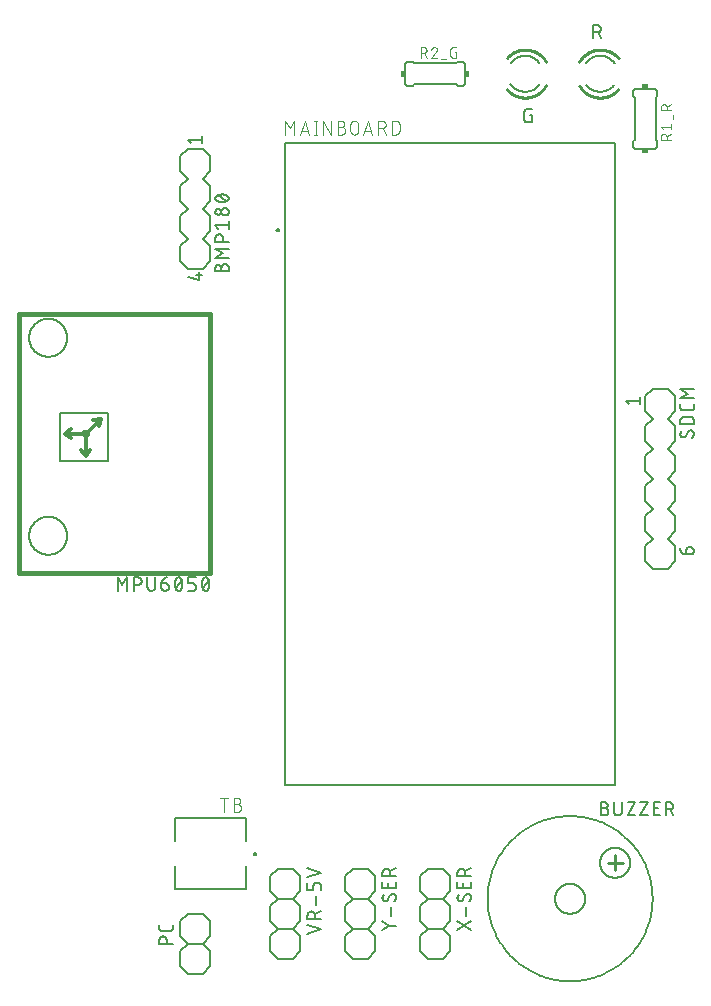
<source format=gbr>
G04 EAGLE Gerber RS-274X export*
G75*
%MOMM*%
%FSLAX34Y34*%
%LPD*%
%INSilkscreen Top*%
%IPPOS*%
%AMOC8*
5,1,8,0,0,1.08239X$1,22.5*%
G01*
%ADD10C,0.127000*%
%ADD11C,0.200000*%
%ADD12C,0.101600*%
%ADD13C,0.152400*%
%ADD14C,0.406400*%
%ADD15C,0.304800*%
%ADD16C,0.254000*%
%ADD17R,0.508000X0.381000*%
%ADD18R,0.381000X0.508000*%


D10*
X419300Y57700D02*
X419300Y601700D01*
X698300Y601700D01*
X698300Y57700D01*
X419300Y57700D01*
D11*
X411800Y527800D02*
X411802Y527863D01*
X411808Y527925D01*
X411818Y527987D01*
X411831Y528049D01*
X411849Y528109D01*
X411870Y528168D01*
X411895Y528226D01*
X411924Y528282D01*
X411956Y528336D01*
X411991Y528388D01*
X412029Y528437D01*
X412071Y528485D01*
X412115Y528529D01*
X412163Y528571D01*
X412212Y528609D01*
X412264Y528644D01*
X412318Y528676D01*
X412374Y528705D01*
X412432Y528730D01*
X412491Y528751D01*
X412551Y528769D01*
X412613Y528782D01*
X412675Y528792D01*
X412737Y528798D01*
X412800Y528800D01*
X412863Y528798D01*
X412925Y528792D01*
X412987Y528782D01*
X413049Y528769D01*
X413109Y528751D01*
X413168Y528730D01*
X413226Y528705D01*
X413282Y528676D01*
X413336Y528644D01*
X413388Y528609D01*
X413437Y528571D01*
X413485Y528529D01*
X413529Y528485D01*
X413571Y528437D01*
X413609Y528388D01*
X413644Y528336D01*
X413676Y528282D01*
X413705Y528226D01*
X413730Y528168D01*
X413751Y528109D01*
X413769Y528049D01*
X413782Y527987D01*
X413792Y527925D01*
X413798Y527863D01*
X413800Y527800D01*
X413798Y527737D01*
X413792Y527675D01*
X413782Y527613D01*
X413769Y527551D01*
X413751Y527491D01*
X413730Y527432D01*
X413705Y527374D01*
X413676Y527318D01*
X413644Y527264D01*
X413609Y527212D01*
X413571Y527163D01*
X413529Y527115D01*
X413485Y527071D01*
X413437Y527029D01*
X413388Y526991D01*
X413336Y526956D01*
X413282Y526924D01*
X413226Y526895D01*
X413168Y526870D01*
X413109Y526849D01*
X413049Y526831D01*
X412987Y526818D01*
X412925Y526808D01*
X412863Y526802D01*
X412800Y526800D01*
X412737Y526802D01*
X412675Y526808D01*
X412613Y526818D01*
X412551Y526831D01*
X412491Y526849D01*
X412432Y526870D01*
X412374Y526895D01*
X412318Y526924D01*
X412264Y526956D01*
X412212Y526991D01*
X412163Y527029D01*
X412115Y527071D01*
X412071Y527115D01*
X412029Y527163D01*
X411991Y527212D01*
X411956Y527264D01*
X411924Y527318D01*
X411895Y527374D01*
X411870Y527432D01*
X411849Y527491D01*
X411831Y527551D01*
X411818Y527613D01*
X411808Y527675D01*
X411802Y527737D01*
X411800Y527800D01*
D12*
X419254Y608816D02*
X419254Y620505D01*
X423150Y614011D01*
X427047Y620505D01*
X427047Y608816D01*
X431832Y608816D02*
X435728Y620505D01*
X439624Y608816D01*
X438650Y611738D02*
X432806Y611738D01*
X444876Y608816D02*
X444876Y620505D01*
X443577Y608816D02*
X446174Y608816D01*
X446174Y620505D02*
X443577Y620505D01*
X451157Y620505D02*
X451157Y608816D01*
X457651Y608816D02*
X451157Y620505D01*
X457651Y620505D02*
X457651Y608816D01*
X463523Y615310D02*
X466770Y615310D01*
X466882Y615308D01*
X466994Y615302D01*
X467106Y615293D01*
X467217Y615279D01*
X467328Y615262D01*
X467438Y615241D01*
X467547Y615216D01*
X467655Y615187D01*
X467763Y615155D01*
X467869Y615118D01*
X467974Y615079D01*
X468077Y615035D01*
X468179Y614988D01*
X468279Y614938D01*
X468377Y614884D01*
X468474Y614827D01*
X468568Y614767D01*
X468660Y614703D01*
X468750Y614636D01*
X468838Y614566D01*
X468923Y614493D01*
X469006Y614418D01*
X469086Y614339D01*
X469163Y614258D01*
X469237Y614174D01*
X469309Y614087D01*
X469377Y613999D01*
X469442Y613908D01*
X469504Y613814D01*
X469563Y613719D01*
X469619Y613621D01*
X469671Y613522D01*
X469719Y613421D01*
X469764Y613319D01*
X469806Y613214D01*
X469844Y613109D01*
X469878Y613002D01*
X469909Y612894D01*
X469936Y612786D01*
X469959Y612676D01*
X469978Y612565D01*
X469993Y612454D01*
X470005Y612343D01*
X470013Y612231D01*
X470017Y612119D01*
X470017Y612007D01*
X470013Y611895D01*
X470005Y611783D01*
X469993Y611672D01*
X469978Y611561D01*
X469959Y611450D01*
X469936Y611340D01*
X469909Y611232D01*
X469878Y611124D01*
X469844Y611017D01*
X469806Y610912D01*
X469764Y610807D01*
X469719Y610705D01*
X469671Y610604D01*
X469619Y610505D01*
X469563Y610407D01*
X469504Y610312D01*
X469442Y610218D01*
X469377Y610127D01*
X469309Y610039D01*
X469237Y609952D01*
X469163Y609868D01*
X469086Y609787D01*
X469006Y609708D01*
X468923Y609633D01*
X468838Y609560D01*
X468750Y609490D01*
X468660Y609423D01*
X468568Y609359D01*
X468474Y609299D01*
X468377Y609242D01*
X468279Y609188D01*
X468179Y609138D01*
X468077Y609091D01*
X467974Y609047D01*
X467869Y609008D01*
X467763Y608971D01*
X467655Y608939D01*
X467547Y608910D01*
X467438Y608885D01*
X467328Y608864D01*
X467217Y608847D01*
X467106Y608833D01*
X466994Y608824D01*
X466882Y608818D01*
X466770Y608816D01*
X463523Y608816D01*
X463523Y620505D01*
X466770Y620505D01*
X466871Y620503D01*
X466971Y620497D01*
X467072Y620487D01*
X467171Y620474D01*
X467271Y620456D01*
X467369Y620435D01*
X467467Y620410D01*
X467563Y620381D01*
X467659Y620348D01*
X467753Y620312D01*
X467845Y620272D01*
X467936Y620229D01*
X468025Y620182D01*
X468112Y620131D01*
X468198Y620078D01*
X468281Y620021D01*
X468362Y619960D01*
X468440Y619897D01*
X468516Y619831D01*
X468589Y619762D01*
X468660Y619690D01*
X468727Y619615D01*
X468792Y619538D01*
X468854Y619458D01*
X468913Y619376D01*
X468968Y619292D01*
X469020Y619206D01*
X469069Y619118D01*
X469114Y619028D01*
X469156Y618936D01*
X469194Y618843D01*
X469228Y618748D01*
X469259Y618652D01*
X469286Y618555D01*
X469309Y618457D01*
X469329Y618358D01*
X469344Y618259D01*
X469356Y618159D01*
X469364Y618058D01*
X469368Y617957D01*
X469368Y617857D01*
X469364Y617756D01*
X469356Y617655D01*
X469344Y617555D01*
X469329Y617456D01*
X469309Y617357D01*
X469286Y617259D01*
X469259Y617162D01*
X469228Y617066D01*
X469194Y616971D01*
X469156Y616878D01*
X469114Y616786D01*
X469069Y616696D01*
X469020Y616608D01*
X468968Y616522D01*
X468913Y616438D01*
X468854Y616356D01*
X468792Y616276D01*
X468727Y616199D01*
X468660Y616124D01*
X468589Y616052D01*
X468516Y615983D01*
X468440Y615917D01*
X468362Y615854D01*
X468281Y615793D01*
X468198Y615736D01*
X468112Y615683D01*
X468025Y615632D01*
X467936Y615585D01*
X467845Y615542D01*
X467753Y615502D01*
X467659Y615466D01*
X467563Y615433D01*
X467467Y615404D01*
X467369Y615379D01*
X467271Y615358D01*
X467171Y615340D01*
X467072Y615327D01*
X466971Y615317D01*
X466871Y615311D01*
X466770Y615309D01*
X474407Y617258D02*
X474407Y612063D01*
X474407Y617258D02*
X474409Y617370D01*
X474415Y617482D01*
X474424Y617594D01*
X474438Y617705D01*
X474455Y617816D01*
X474476Y617926D01*
X474501Y618035D01*
X474530Y618143D01*
X474562Y618251D01*
X474599Y618357D01*
X474638Y618462D01*
X474682Y618565D01*
X474729Y618667D01*
X474779Y618767D01*
X474833Y618865D01*
X474890Y618962D01*
X474950Y619056D01*
X475014Y619148D01*
X475081Y619238D01*
X475151Y619326D01*
X475224Y619411D01*
X475299Y619494D01*
X475378Y619574D01*
X475459Y619651D01*
X475543Y619725D01*
X475630Y619797D01*
X475718Y619865D01*
X475809Y619930D01*
X475903Y619992D01*
X475998Y620051D01*
X476096Y620107D01*
X476195Y620159D01*
X476296Y620207D01*
X476398Y620252D01*
X476503Y620294D01*
X476608Y620332D01*
X476715Y620366D01*
X476823Y620397D01*
X476931Y620424D01*
X477041Y620447D01*
X477152Y620466D01*
X477263Y620481D01*
X477374Y620493D01*
X477486Y620501D01*
X477598Y620505D01*
X477710Y620505D01*
X477822Y620501D01*
X477934Y620493D01*
X478045Y620481D01*
X478156Y620466D01*
X478267Y620447D01*
X478377Y620424D01*
X478485Y620397D01*
X478593Y620366D01*
X478700Y620332D01*
X478805Y620294D01*
X478910Y620252D01*
X479012Y620207D01*
X479113Y620159D01*
X479212Y620107D01*
X479310Y620051D01*
X479405Y619992D01*
X479499Y619930D01*
X479590Y619865D01*
X479678Y619797D01*
X479765Y619725D01*
X479849Y619651D01*
X479930Y619574D01*
X480009Y619494D01*
X480084Y619411D01*
X480157Y619326D01*
X480227Y619238D01*
X480294Y619148D01*
X480358Y619056D01*
X480418Y618962D01*
X480475Y618865D01*
X480529Y618767D01*
X480579Y618667D01*
X480626Y618565D01*
X480670Y618462D01*
X480709Y618357D01*
X480746Y618251D01*
X480778Y618143D01*
X480807Y618035D01*
X480832Y617926D01*
X480853Y617816D01*
X480870Y617705D01*
X480884Y617594D01*
X480893Y617482D01*
X480899Y617370D01*
X480901Y617258D01*
X480901Y612063D01*
X480899Y611951D01*
X480893Y611839D01*
X480884Y611727D01*
X480870Y611616D01*
X480853Y611505D01*
X480832Y611395D01*
X480807Y611286D01*
X480778Y611178D01*
X480746Y611070D01*
X480709Y610964D01*
X480670Y610859D01*
X480626Y610756D01*
X480579Y610654D01*
X480529Y610554D01*
X480475Y610456D01*
X480418Y610359D01*
X480358Y610265D01*
X480294Y610173D01*
X480227Y610083D01*
X480157Y609995D01*
X480084Y609910D01*
X480009Y609827D01*
X479930Y609747D01*
X479849Y609670D01*
X479765Y609596D01*
X479678Y609524D01*
X479590Y609456D01*
X479499Y609391D01*
X479405Y609329D01*
X479310Y609270D01*
X479212Y609214D01*
X479113Y609162D01*
X479012Y609114D01*
X478910Y609069D01*
X478805Y609027D01*
X478700Y608989D01*
X478593Y608955D01*
X478485Y608924D01*
X478377Y608897D01*
X478267Y608874D01*
X478156Y608855D01*
X478045Y608840D01*
X477934Y608828D01*
X477822Y608820D01*
X477710Y608816D01*
X477598Y608816D01*
X477486Y608820D01*
X477374Y608828D01*
X477263Y608840D01*
X477152Y608855D01*
X477041Y608874D01*
X476931Y608897D01*
X476823Y608924D01*
X476715Y608955D01*
X476608Y608989D01*
X476503Y609027D01*
X476398Y609069D01*
X476296Y609114D01*
X476195Y609162D01*
X476096Y609214D01*
X475998Y609270D01*
X475903Y609329D01*
X475809Y609391D01*
X475718Y609456D01*
X475630Y609524D01*
X475543Y609596D01*
X475459Y609670D01*
X475378Y609747D01*
X475299Y609827D01*
X475224Y609910D01*
X475151Y609995D01*
X475081Y610083D01*
X475014Y610173D01*
X474950Y610265D01*
X474890Y610359D01*
X474833Y610456D01*
X474779Y610554D01*
X474729Y610654D01*
X474682Y610756D01*
X474638Y610859D01*
X474599Y610964D01*
X474562Y611070D01*
X474530Y611178D01*
X474501Y611286D01*
X474476Y611395D01*
X474455Y611505D01*
X474438Y611616D01*
X474424Y611727D01*
X474415Y611839D01*
X474409Y611951D01*
X474407Y612063D01*
X485192Y608816D02*
X489089Y620505D01*
X492985Y608816D01*
X492011Y611738D02*
X486166Y611738D01*
X497731Y608816D02*
X497731Y620505D01*
X500978Y620505D01*
X501090Y620503D01*
X501202Y620497D01*
X501314Y620488D01*
X501425Y620474D01*
X501536Y620457D01*
X501646Y620436D01*
X501755Y620411D01*
X501863Y620382D01*
X501971Y620350D01*
X502077Y620313D01*
X502182Y620274D01*
X502285Y620230D01*
X502387Y620183D01*
X502487Y620133D01*
X502585Y620079D01*
X502682Y620022D01*
X502776Y619962D01*
X502868Y619898D01*
X502958Y619831D01*
X503046Y619761D01*
X503131Y619688D01*
X503214Y619613D01*
X503294Y619534D01*
X503371Y619453D01*
X503445Y619369D01*
X503517Y619282D01*
X503585Y619194D01*
X503650Y619103D01*
X503712Y619009D01*
X503771Y618914D01*
X503827Y618816D01*
X503879Y618717D01*
X503927Y618616D01*
X503972Y618514D01*
X504014Y618409D01*
X504052Y618304D01*
X504086Y618197D01*
X504117Y618089D01*
X504144Y617981D01*
X504167Y617871D01*
X504186Y617760D01*
X504201Y617649D01*
X504213Y617538D01*
X504221Y617426D01*
X504225Y617314D01*
X504225Y617202D01*
X504221Y617090D01*
X504213Y616978D01*
X504201Y616867D01*
X504186Y616756D01*
X504167Y616645D01*
X504144Y616535D01*
X504117Y616427D01*
X504086Y616319D01*
X504052Y616212D01*
X504014Y616107D01*
X503972Y616002D01*
X503927Y615900D01*
X503879Y615799D01*
X503827Y615700D01*
X503771Y615602D01*
X503712Y615507D01*
X503650Y615413D01*
X503585Y615322D01*
X503517Y615234D01*
X503445Y615147D01*
X503371Y615063D01*
X503294Y614982D01*
X503214Y614903D01*
X503131Y614828D01*
X503046Y614755D01*
X502958Y614685D01*
X502868Y614618D01*
X502776Y614554D01*
X502682Y614494D01*
X502585Y614437D01*
X502487Y614383D01*
X502387Y614333D01*
X502285Y614286D01*
X502182Y614242D01*
X502077Y614203D01*
X501971Y614166D01*
X501863Y614134D01*
X501755Y614105D01*
X501646Y614080D01*
X501536Y614059D01*
X501425Y614042D01*
X501314Y614028D01*
X501202Y614019D01*
X501090Y614013D01*
X500978Y614011D01*
X497731Y614011D01*
X501627Y614011D02*
X504225Y608816D01*
X509473Y608816D02*
X509473Y620505D01*
X512720Y620505D01*
X512831Y620503D01*
X512942Y620497D01*
X513052Y620488D01*
X513162Y620475D01*
X513272Y620458D01*
X513381Y620437D01*
X513489Y620413D01*
X513596Y620385D01*
X513702Y620353D01*
X513807Y620318D01*
X513911Y620279D01*
X514014Y620236D01*
X514115Y620190D01*
X514214Y620141D01*
X514311Y620088D01*
X514407Y620032D01*
X514501Y619973D01*
X514592Y619911D01*
X514682Y619845D01*
X514769Y619777D01*
X514854Y619705D01*
X514936Y619631D01*
X515016Y619554D01*
X515093Y619474D01*
X515167Y619392D01*
X515239Y619307D01*
X515307Y619220D01*
X515373Y619130D01*
X515435Y619039D01*
X515494Y618945D01*
X515550Y618849D01*
X515603Y618752D01*
X515652Y618653D01*
X515698Y618552D01*
X515741Y618449D01*
X515780Y618345D01*
X515815Y618240D01*
X515847Y618134D01*
X515875Y618027D01*
X515899Y617919D01*
X515920Y617810D01*
X515937Y617700D01*
X515950Y617590D01*
X515959Y617480D01*
X515965Y617369D01*
X515967Y617258D01*
X515967Y612063D01*
X515965Y611950D01*
X515959Y611837D01*
X515949Y611724D01*
X515935Y611611D01*
X515918Y611499D01*
X515896Y611388D01*
X515871Y611277D01*
X515841Y611168D01*
X515808Y611060D01*
X515771Y610952D01*
X515731Y610847D01*
X515686Y610742D01*
X515638Y610640D01*
X515587Y610539D01*
X515532Y610440D01*
X515474Y610342D01*
X515412Y610247D01*
X515347Y610154D01*
X515279Y610064D01*
X515207Y609976D01*
X515133Y609890D01*
X515056Y609807D01*
X514976Y609727D01*
X514893Y609650D01*
X514807Y609576D01*
X514719Y609504D01*
X514629Y609436D01*
X514536Y609371D01*
X514441Y609309D01*
X514344Y609251D01*
X514244Y609196D01*
X514143Y609145D01*
X514041Y609097D01*
X513936Y609052D01*
X513831Y609012D01*
X513723Y608975D01*
X513615Y608942D01*
X513506Y608912D01*
X513395Y608887D01*
X513284Y608865D01*
X513172Y608848D01*
X513059Y608834D01*
X512947Y608824D01*
X512833Y608818D01*
X512720Y608816D01*
X509473Y608816D01*
D13*
X355600Y590550D02*
X355600Y577850D01*
X349250Y571500D01*
X336550Y571500D02*
X330200Y577850D01*
X349250Y571500D02*
X355600Y565150D01*
X355600Y552450D01*
X349250Y546100D01*
X336550Y546100D02*
X330200Y552450D01*
X330200Y565150D01*
X336550Y571500D01*
X336550Y596900D02*
X349250Y596900D01*
X355600Y590550D01*
X336550Y596900D02*
X330200Y590550D01*
X330200Y577850D01*
X349250Y546100D02*
X355600Y539750D01*
X355600Y527050D01*
X349250Y520700D01*
X336550Y520700D02*
X330200Y527050D01*
X330200Y539750D01*
X336550Y546100D01*
X355600Y514350D02*
X355600Y501650D01*
X349250Y495300D01*
X336550Y495300D01*
X330200Y501650D01*
X349250Y520700D02*
X355600Y514350D01*
X336550Y520700D02*
X330200Y514350D01*
X330200Y501650D01*
D10*
X339725Y601345D02*
X337185Y604520D01*
X348615Y604520D01*
X348615Y601345D02*
X348615Y607695D01*
X337185Y488315D02*
X346075Y485775D01*
X346075Y492125D01*
X343535Y490220D02*
X348615Y490220D01*
X365125Y492951D02*
X365125Y496126D01*
X365127Y496237D01*
X365133Y496347D01*
X365142Y496458D01*
X365156Y496568D01*
X365173Y496677D01*
X365194Y496786D01*
X365219Y496894D01*
X365248Y497001D01*
X365280Y497107D01*
X365316Y497212D01*
X365356Y497315D01*
X365399Y497417D01*
X365446Y497518D01*
X365497Y497617D01*
X365550Y497714D01*
X365607Y497808D01*
X365668Y497901D01*
X365731Y497992D01*
X365798Y498081D01*
X365868Y498167D01*
X365941Y498250D01*
X366016Y498332D01*
X366094Y498410D01*
X366176Y498485D01*
X366259Y498558D01*
X366345Y498628D01*
X366434Y498695D01*
X366525Y498758D01*
X366618Y498819D01*
X366713Y498876D01*
X366809Y498929D01*
X366908Y498980D01*
X367009Y499027D01*
X367111Y499070D01*
X367214Y499110D01*
X367319Y499146D01*
X367425Y499178D01*
X367532Y499207D01*
X367640Y499232D01*
X367749Y499253D01*
X367858Y499270D01*
X367968Y499284D01*
X368079Y499293D01*
X368189Y499299D01*
X368300Y499301D01*
X368411Y499299D01*
X368521Y499293D01*
X368632Y499284D01*
X368742Y499270D01*
X368851Y499253D01*
X368960Y499232D01*
X369068Y499207D01*
X369175Y499178D01*
X369281Y499146D01*
X369386Y499110D01*
X369489Y499070D01*
X369591Y499027D01*
X369692Y498980D01*
X369791Y498929D01*
X369888Y498876D01*
X369982Y498819D01*
X370075Y498758D01*
X370166Y498695D01*
X370255Y498628D01*
X370341Y498558D01*
X370424Y498485D01*
X370506Y498410D01*
X370584Y498332D01*
X370659Y498250D01*
X370732Y498167D01*
X370802Y498081D01*
X370869Y497992D01*
X370932Y497901D01*
X370993Y497808D01*
X371050Y497714D01*
X371103Y497617D01*
X371154Y497518D01*
X371201Y497417D01*
X371244Y497315D01*
X371284Y497212D01*
X371320Y497107D01*
X371352Y497001D01*
X371381Y496894D01*
X371406Y496786D01*
X371427Y496677D01*
X371444Y496568D01*
X371458Y496458D01*
X371467Y496347D01*
X371473Y496237D01*
X371475Y496126D01*
X371475Y492951D01*
X360045Y492951D01*
X360045Y496126D01*
X360047Y496226D01*
X360053Y496325D01*
X360063Y496425D01*
X360076Y496523D01*
X360094Y496622D01*
X360115Y496719D01*
X360140Y496815D01*
X360169Y496911D01*
X360202Y497005D01*
X360238Y497098D01*
X360278Y497189D01*
X360322Y497279D01*
X360369Y497367D01*
X360419Y497453D01*
X360473Y497537D01*
X360530Y497619D01*
X360590Y497698D01*
X360654Y497776D01*
X360720Y497850D01*
X360789Y497922D01*
X360861Y497991D01*
X360935Y498057D01*
X361013Y498121D01*
X361092Y498181D01*
X361174Y498238D01*
X361258Y498292D01*
X361344Y498342D01*
X361432Y498389D01*
X361522Y498433D01*
X361613Y498473D01*
X361706Y498509D01*
X361800Y498542D01*
X361896Y498571D01*
X361992Y498596D01*
X362089Y498617D01*
X362188Y498635D01*
X362286Y498648D01*
X362386Y498658D01*
X362485Y498664D01*
X362585Y498666D01*
X362685Y498664D01*
X362784Y498658D01*
X362884Y498648D01*
X362982Y498635D01*
X363081Y498617D01*
X363178Y498596D01*
X363274Y498571D01*
X363370Y498542D01*
X363464Y498509D01*
X363557Y498473D01*
X363648Y498433D01*
X363738Y498389D01*
X363826Y498342D01*
X363912Y498292D01*
X363996Y498238D01*
X364078Y498181D01*
X364157Y498121D01*
X364235Y498057D01*
X364309Y497991D01*
X364381Y497922D01*
X364450Y497850D01*
X364516Y497776D01*
X364580Y497698D01*
X364640Y497619D01*
X364697Y497537D01*
X364751Y497453D01*
X364801Y497367D01*
X364848Y497279D01*
X364892Y497189D01*
X364932Y497098D01*
X364968Y497005D01*
X365001Y496911D01*
X365030Y496815D01*
X365055Y496719D01*
X365076Y496622D01*
X365094Y496523D01*
X365107Y496425D01*
X365117Y496325D01*
X365123Y496226D01*
X365125Y496126D01*
X360045Y504317D02*
X371475Y504317D01*
X366395Y508127D02*
X360045Y504317D01*
X366395Y508127D02*
X360045Y511937D01*
X371475Y511937D01*
X371475Y518097D02*
X360045Y518097D01*
X360045Y521272D01*
X360047Y521383D01*
X360053Y521493D01*
X360062Y521604D01*
X360076Y521714D01*
X360093Y521823D01*
X360114Y521932D01*
X360139Y522040D01*
X360168Y522147D01*
X360200Y522253D01*
X360236Y522358D01*
X360276Y522461D01*
X360319Y522563D01*
X360366Y522664D01*
X360417Y522763D01*
X360470Y522860D01*
X360527Y522954D01*
X360588Y523047D01*
X360651Y523138D01*
X360718Y523227D01*
X360788Y523313D01*
X360861Y523396D01*
X360936Y523478D01*
X361014Y523556D01*
X361096Y523631D01*
X361179Y523704D01*
X361265Y523774D01*
X361354Y523841D01*
X361445Y523904D01*
X361538Y523965D01*
X361633Y524022D01*
X361729Y524075D01*
X361828Y524126D01*
X361929Y524173D01*
X362031Y524216D01*
X362134Y524256D01*
X362239Y524292D01*
X362345Y524324D01*
X362452Y524353D01*
X362560Y524378D01*
X362669Y524399D01*
X362778Y524416D01*
X362888Y524430D01*
X362999Y524439D01*
X363109Y524445D01*
X363220Y524447D01*
X363331Y524445D01*
X363441Y524439D01*
X363552Y524430D01*
X363662Y524416D01*
X363771Y524399D01*
X363880Y524378D01*
X363988Y524353D01*
X364095Y524324D01*
X364201Y524292D01*
X364306Y524256D01*
X364409Y524216D01*
X364511Y524173D01*
X364612Y524126D01*
X364711Y524075D01*
X364808Y524022D01*
X364902Y523965D01*
X364995Y523904D01*
X365086Y523841D01*
X365175Y523774D01*
X365261Y523704D01*
X365344Y523631D01*
X365426Y523556D01*
X365504Y523478D01*
X365579Y523396D01*
X365652Y523313D01*
X365722Y523227D01*
X365789Y523138D01*
X365852Y523047D01*
X365913Y522954D01*
X365970Y522860D01*
X366023Y522763D01*
X366074Y522664D01*
X366121Y522563D01*
X366164Y522461D01*
X366204Y522358D01*
X366240Y522253D01*
X366272Y522147D01*
X366301Y522040D01*
X366326Y521932D01*
X366347Y521823D01*
X366364Y521714D01*
X366378Y521604D01*
X366387Y521493D01*
X366393Y521383D01*
X366395Y521272D01*
X366395Y518097D01*
X362585Y528955D02*
X360045Y532130D01*
X371475Y532130D01*
X371475Y528955D02*
X371475Y535305D01*
X368300Y540385D02*
X368189Y540387D01*
X368079Y540393D01*
X367968Y540402D01*
X367858Y540416D01*
X367749Y540433D01*
X367640Y540454D01*
X367532Y540479D01*
X367425Y540508D01*
X367319Y540540D01*
X367214Y540576D01*
X367111Y540616D01*
X367009Y540659D01*
X366908Y540706D01*
X366809Y540757D01*
X366713Y540810D01*
X366618Y540867D01*
X366525Y540928D01*
X366434Y540991D01*
X366345Y541058D01*
X366259Y541128D01*
X366176Y541201D01*
X366094Y541276D01*
X366016Y541354D01*
X365941Y541436D01*
X365868Y541519D01*
X365798Y541605D01*
X365731Y541694D01*
X365668Y541785D01*
X365607Y541878D01*
X365550Y541973D01*
X365497Y542069D01*
X365446Y542168D01*
X365399Y542269D01*
X365356Y542371D01*
X365316Y542474D01*
X365280Y542579D01*
X365248Y542685D01*
X365219Y542792D01*
X365194Y542900D01*
X365173Y543009D01*
X365156Y543118D01*
X365142Y543228D01*
X365133Y543339D01*
X365127Y543449D01*
X365125Y543560D01*
X365127Y543671D01*
X365133Y543781D01*
X365142Y543892D01*
X365156Y544002D01*
X365173Y544111D01*
X365194Y544220D01*
X365219Y544328D01*
X365248Y544435D01*
X365280Y544541D01*
X365316Y544646D01*
X365356Y544749D01*
X365399Y544851D01*
X365446Y544952D01*
X365497Y545051D01*
X365550Y545148D01*
X365607Y545242D01*
X365668Y545335D01*
X365731Y545426D01*
X365798Y545515D01*
X365868Y545601D01*
X365941Y545684D01*
X366016Y545766D01*
X366094Y545844D01*
X366176Y545919D01*
X366259Y545992D01*
X366345Y546062D01*
X366434Y546129D01*
X366525Y546192D01*
X366618Y546253D01*
X366713Y546310D01*
X366809Y546363D01*
X366908Y546414D01*
X367009Y546461D01*
X367111Y546504D01*
X367214Y546544D01*
X367319Y546580D01*
X367425Y546612D01*
X367532Y546641D01*
X367640Y546666D01*
X367749Y546687D01*
X367858Y546704D01*
X367968Y546718D01*
X368079Y546727D01*
X368189Y546733D01*
X368300Y546735D01*
X368411Y546733D01*
X368521Y546727D01*
X368632Y546718D01*
X368742Y546704D01*
X368851Y546687D01*
X368960Y546666D01*
X369068Y546641D01*
X369175Y546612D01*
X369281Y546580D01*
X369386Y546544D01*
X369489Y546504D01*
X369591Y546461D01*
X369692Y546414D01*
X369791Y546363D01*
X369888Y546310D01*
X369982Y546253D01*
X370075Y546192D01*
X370166Y546129D01*
X370255Y546062D01*
X370341Y545992D01*
X370424Y545919D01*
X370506Y545844D01*
X370584Y545766D01*
X370659Y545684D01*
X370732Y545601D01*
X370802Y545515D01*
X370869Y545426D01*
X370932Y545335D01*
X370993Y545242D01*
X371050Y545147D01*
X371103Y545051D01*
X371154Y544952D01*
X371201Y544851D01*
X371244Y544749D01*
X371284Y544646D01*
X371320Y544541D01*
X371352Y544435D01*
X371381Y544328D01*
X371406Y544220D01*
X371427Y544111D01*
X371444Y544002D01*
X371458Y543892D01*
X371467Y543781D01*
X371473Y543671D01*
X371475Y543560D01*
X371473Y543449D01*
X371467Y543339D01*
X371458Y543228D01*
X371444Y543118D01*
X371427Y543009D01*
X371406Y542900D01*
X371381Y542792D01*
X371352Y542685D01*
X371320Y542579D01*
X371284Y542474D01*
X371244Y542371D01*
X371201Y542269D01*
X371154Y542168D01*
X371103Y542069D01*
X371050Y541973D01*
X370993Y541878D01*
X370932Y541785D01*
X370869Y541694D01*
X370802Y541605D01*
X370732Y541519D01*
X370659Y541436D01*
X370584Y541354D01*
X370506Y541276D01*
X370424Y541201D01*
X370341Y541128D01*
X370255Y541058D01*
X370166Y540991D01*
X370075Y540928D01*
X369982Y540867D01*
X369888Y540810D01*
X369791Y540757D01*
X369692Y540706D01*
X369591Y540659D01*
X369489Y540616D01*
X369386Y540576D01*
X369281Y540540D01*
X369175Y540508D01*
X369068Y540479D01*
X368960Y540454D01*
X368851Y540433D01*
X368742Y540416D01*
X368632Y540402D01*
X368521Y540393D01*
X368411Y540387D01*
X368300Y540385D01*
X362585Y541020D02*
X362485Y541022D01*
X362386Y541028D01*
X362286Y541038D01*
X362188Y541051D01*
X362089Y541069D01*
X361992Y541090D01*
X361896Y541115D01*
X361800Y541144D01*
X361706Y541177D01*
X361613Y541213D01*
X361522Y541253D01*
X361432Y541297D01*
X361344Y541344D01*
X361258Y541394D01*
X361174Y541448D01*
X361092Y541505D01*
X361013Y541565D01*
X360935Y541629D01*
X360861Y541695D01*
X360789Y541764D01*
X360720Y541836D01*
X360654Y541910D01*
X360590Y541988D01*
X360530Y542067D01*
X360473Y542149D01*
X360419Y542233D01*
X360369Y542319D01*
X360322Y542407D01*
X360278Y542497D01*
X360238Y542588D01*
X360202Y542681D01*
X360169Y542775D01*
X360140Y542871D01*
X360115Y542967D01*
X360094Y543064D01*
X360076Y543163D01*
X360063Y543261D01*
X360053Y543361D01*
X360047Y543460D01*
X360045Y543560D01*
X360047Y543660D01*
X360053Y543759D01*
X360063Y543859D01*
X360076Y543957D01*
X360094Y544056D01*
X360115Y544153D01*
X360140Y544249D01*
X360169Y544345D01*
X360202Y544439D01*
X360238Y544532D01*
X360278Y544623D01*
X360322Y544713D01*
X360369Y544801D01*
X360419Y544887D01*
X360473Y544971D01*
X360530Y545053D01*
X360590Y545132D01*
X360654Y545210D01*
X360720Y545284D01*
X360789Y545356D01*
X360861Y545425D01*
X360935Y545491D01*
X361013Y545555D01*
X361092Y545615D01*
X361174Y545672D01*
X361258Y545726D01*
X361344Y545776D01*
X361432Y545823D01*
X361522Y545867D01*
X361613Y545907D01*
X361706Y545943D01*
X361800Y545976D01*
X361896Y546005D01*
X361992Y546030D01*
X362089Y546051D01*
X362188Y546069D01*
X362286Y546082D01*
X362386Y546092D01*
X362485Y546098D01*
X362585Y546100D01*
X362685Y546098D01*
X362784Y546092D01*
X362884Y546082D01*
X362982Y546069D01*
X363081Y546051D01*
X363178Y546030D01*
X363274Y546005D01*
X363370Y545976D01*
X363464Y545943D01*
X363557Y545907D01*
X363648Y545867D01*
X363738Y545823D01*
X363826Y545776D01*
X363912Y545726D01*
X363996Y545672D01*
X364078Y545615D01*
X364157Y545555D01*
X364235Y545491D01*
X364309Y545425D01*
X364381Y545356D01*
X364450Y545284D01*
X364516Y545210D01*
X364580Y545132D01*
X364640Y545053D01*
X364697Y544971D01*
X364751Y544887D01*
X364801Y544801D01*
X364848Y544713D01*
X364892Y544623D01*
X364932Y544532D01*
X364968Y544439D01*
X365001Y544345D01*
X365030Y544249D01*
X365055Y544153D01*
X365076Y544056D01*
X365094Y543957D01*
X365107Y543859D01*
X365117Y543759D01*
X365123Y543660D01*
X365125Y543560D01*
X365123Y543460D01*
X365117Y543361D01*
X365107Y543261D01*
X365094Y543163D01*
X365076Y543064D01*
X365055Y542967D01*
X365030Y542871D01*
X365001Y542775D01*
X364968Y542681D01*
X364932Y542588D01*
X364892Y542497D01*
X364848Y542407D01*
X364801Y542319D01*
X364751Y542233D01*
X364697Y542149D01*
X364640Y542067D01*
X364580Y541988D01*
X364516Y541910D01*
X364450Y541836D01*
X364381Y541764D01*
X364309Y541695D01*
X364235Y541629D01*
X364157Y541565D01*
X364078Y541505D01*
X363996Y541448D01*
X363912Y541394D01*
X363826Y541344D01*
X363738Y541297D01*
X363648Y541253D01*
X363557Y541213D01*
X363464Y541177D01*
X363370Y541144D01*
X363274Y541115D01*
X363178Y541090D01*
X363081Y541069D01*
X362982Y541051D01*
X362884Y541038D01*
X362784Y541028D01*
X362685Y541022D01*
X362585Y541020D01*
X365760Y551815D02*
X365535Y551818D01*
X365310Y551826D01*
X365086Y551839D01*
X364862Y551858D01*
X364638Y551882D01*
X364415Y551911D01*
X364193Y551946D01*
X363972Y551986D01*
X363752Y552032D01*
X363533Y552082D01*
X363315Y552138D01*
X363098Y552199D01*
X362883Y552265D01*
X362670Y552336D01*
X362459Y552413D01*
X362249Y552494D01*
X362041Y552580D01*
X361836Y552671D01*
X361633Y552767D01*
X361545Y552799D01*
X361458Y552835D01*
X361372Y552874D01*
X361288Y552917D01*
X361206Y552963D01*
X361126Y553012D01*
X361048Y553064D01*
X360972Y553120D01*
X360898Y553178D01*
X360827Y553240D01*
X360758Y553304D01*
X360692Y553371D01*
X360629Y553440D01*
X360568Y553512D01*
X360510Y553586D01*
X360456Y553663D01*
X360404Y553741D01*
X360356Y553822D01*
X360311Y553904D01*
X360269Y553989D01*
X360231Y554075D01*
X360196Y554162D01*
X360164Y554250D01*
X360137Y554340D01*
X360112Y554431D01*
X360092Y554523D01*
X360075Y554615D01*
X360062Y554709D01*
X360053Y554802D01*
X360047Y554896D01*
X360045Y554990D01*
X360047Y555084D01*
X360053Y555178D01*
X360062Y555271D01*
X360075Y555365D01*
X360092Y555457D01*
X360112Y555549D01*
X360137Y555640D01*
X360164Y555730D01*
X360196Y555818D01*
X360231Y555905D01*
X360269Y555991D01*
X360311Y556076D01*
X360356Y556158D01*
X360404Y556239D01*
X360456Y556317D01*
X360510Y556394D01*
X360568Y556468D01*
X360629Y556540D01*
X360692Y556609D01*
X360758Y556676D01*
X360827Y556740D01*
X360898Y556802D01*
X360972Y556860D01*
X361048Y556916D01*
X361126Y556968D01*
X361206Y557017D01*
X361288Y557063D01*
X361372Y557106D01*
X361458Y557145D01*
X361545Y557181D01*
X361633Y557213D01*
X361836Y557309D01*
X362041Y557400D01*
X362249Y557486D01*
X362459Y557567D01*
X362670Y557644D01*
X362883Y557715D01*
X363098Y557781D01*
X363315Y557842D01*
X363533Y557898D01*
X363752Y557948D01*
X363972Y557994D01*
X364193Y558034D01*
X364415Y558069D01*
X364638Y558098D01*
X364862Y558122D01*
X365086Y558141D01*
X365310Y558154D01*
X365535Y558162D01*
X365760Y558165D01*
X365760Y551815D02*
X365985Y551818D01*
X366210Y551826D01*
X366434Y551839D01*
X366658Y551858D01*
X366882Y551882D01*
X367105Y551911D01*
X367327Y551946D01*
X367548Y551986D01*
X367768Y552032D01*
X367987Y552082D01*
X368205Y552138D01*
X368422Y552199D01*
X368637Y552265D01*
X368850Y552336D01*
X369061Y552413D01*
X369271Y552494D01*
X369479Y552580D01*
X369684Y552671D01*
X369887Y552767D01*
X369888Y552767D02*
X369976Y552799D01*
X370063Y552835D01*
X370149Y552874D01*
X370233Y552917D01*
X370315Y552963D01*
X370395Y553012D01*
X370473Y553064D01*
X370549Y553120D01*
X370623Y553178D01*
X370694Y553240D01*
X370763Y553304D01*
X370829Y553371D01*
X370892Y553440D01*
X370953Y553512D01*
X371011Y553586D01*
X371065Y553663D01*
X371117Y553741D01*
X371165Y553822D01*
X371210Y553904D01*
X371252Y553989D01*
X371290Y554075D01*
X371325Y554162D01*
X371357Y554250D01*
X371384Y554340D01*
X371409Y554431D01*
X371429Y554523D01*
X371446Y554615D01*
X371459Y554709D01*
X371468Y554802D01*
X371474Y554896D01*
X371476Y554990D01*
X369887Y557213D02*
X369684Y557309D01*
X369479Y557400D01*
X369271Y557486D01*
X369061Y557567D01*
X368850Y557644D01*
X368637Y557715D01*
X368422Y557781D01*
X368205Y557842D01*
X367987Y557898D01*
X367768Y557948D01*
X367548Y557994D01*
X367327Y558034D01*
X367105Y558069D01*
X366882Y558098D01*
X366658Y558122D01*
X366434Y558141D01*
X366210Y558154D01*
X365985Y558162D01*
X365760Y558165D01*
X369888Y557213D02*
X369976Y557181D01*
X370063Y557145D01*
X370149Y557106D01*
X370233Y557063D01*
X370315Y557017D01*
X370395Y556968D01*
X370473Y556916D01*
X370549Y556860D01*
X370623Y556802D01*
X370694Y556740D01*
X370763Y556676D01*
X370829Y556609D01*
X370892Y556540D01*
X370953Y556468D01*
X371011Y556394D01*
X371065Y556317D01*
X371117Y556239D01*
X371165Y556158D01*
X371210Y556076D01*
X371252Y555991D01*
X371290Y555905D01*
X371325Y555818D01*
X371357Y555730D01*
X371384Y555640D01*
X371409Y555549D01*
X371429Y555457D01*
X371446Y555365D01*
X371459Y555271D01*
X371468Y555178D01*
X371474Y555084D01*
X371476Y554990D01*
X368935Y552450D02*
X362585Y557530D01*
D14*
X355600Y457200D02*
X194100Y457200D01*
X194100Y237200D01*
X355600Y237200D01*
X355600Y457200D01*
D10*
X269320Y373380D02*
X269320Y332740D01*
X269320Y373380D02*
X228680Y373380D01*
X228680Y332740D01*
X269320Y332740D01*
X202456Y269240D02*
X202461Y269634D01*
X202475Y270028D01*
X202500Y270422D01*
X202533Y270815D01*
X202577Y271206D01*
X202630Y271597D01*
X202692Y271986D01*
X202765Y272374D01*
X202846Y272760D01*
X202937Y273143D01*
X203038Y273524D01*
X203148Y273903D01*
X203267Y274279D01*
X203395Y274652D01*
X203532Y275021D01*
X203679Y275387D01*
X203834Y275750D01*
X203998Y276108D01*
X204171Y276463D01*
X204353Y276813D01*
X204543Y277158D01*
X204741Y277499D01*
X204948Y277834D01*
X205163Y278165D01*
X205386Y278490D01*
X205617Y278809D01*
X205856Y279123D01*
X206102Y279431D01*
X206356Y279733D01*
X206617Y280028D01*
X206886Y280317D01*
X207161Y280599D01*
X207443Y280874D01*
X207732Y281143D01*
X208027Y281404D01*
X208329Y281658D01*
X208637Y281904D01*
X208951Y282143D01*
X209270Y282374D01*
X209595Y282597D01*
X209926Y282812D01*
X210261Y283019D01*
X210602Y283217D01*
X210947Y283407D01*
X211297Y283589D01*
X211652Y283762D01*
X212010Y283926D01*
X212373Y284081D01*
X212739Y284228D01*
X213108Y284365D01*
X213481Y284493D01*
X213857Y284612D01*
X214236Y284722D01*
X214617Y284823D01*
X215000Y284914D01*
X215386Y284995D01*
X215774Y285068D01*
X216163Y285130D01*
X216554Y285183D01*
X216945Y285227D01*
X217338Y285260D01*
X217732Y285285D01*
X218126Y285299D01*
X218520Y285304D01*
X218914Y285299D01*
X219308Y285285D01*
X219702Y285260D01*
X220095Y285227D01*
X220486Y285183D01*
X220877Y285130D01*
X221266Y285068D01*
X221654Y284995D01*
X222040Y284914D01*
X222423Y284823D01*
X222804Y284722D01*
X223183Y284612D01*
X223559Y284493D01*
X223932Y284365D01*
X224301Y284228D01*
X224667Y284081D01*
X225030Y283926D01*
X225388Y283762D01*
X225743Y283589D01*
X226093Y283407D01*
X226438Y283217D01*
X226779Y283019D01*
X227114Y282812D01*
X227445Y282597D01*
X227770Y282374D01*
X228089Y282143D01*
X228403Y281904D01*
X228711Y281658D01*
X229013Y281404D01*
X229308Y281143D01*
X229597Y280874D01*
X229879Y280599D01*
X230154Y280317D01*
X230423Y280028D01*
X230684Y279733D01*
X230938Y279431D01*
X231184Y279123D01*
X231423Y278809D01*
X231654Y278490D01*
X231877Y278165D01*
X232092Y277834D01*
X232299Y277499D01*
X232497Y277158D01*
X232687Y276813D01*
X232869Y276463D01*
X233042Y276108D01*
X233206Y275750D01*
X233361Y275387D01*
X233508Y275021D01*
X233645Y274652D01*
X233773Y274279D01*
X233892Y273903D01*
X234002Y273524D01*
X234103Y273143D01*
X234194Y272760D01*
X234275Y272374D01*
X234348Y271986D01*
X234410Y271597D01*
X234463Y271206D01*
X234507Y270815D01*
X234540Y270422D01*
X234565Y270028D01*
X234579Y269634D01*
X234584Y269240D01*
X234579Y268846D01*
X234565Y268452D01*
X234540Y268058D01*
X234507Y267665D01*
X234463Y267274D01*
X234410Y266883D01*
X234348Y266494D01*
X234275Y266106D01*
X234194Y265720D01*
X234103Y265337D01*
X234002Y264956D01*
X233892Y264577D01*
X233773Y264201D01*
X233645Y263828D01*
X233508Y263459D01*
X233361Y263093D01*
X233206Y262730D01*
X233042Y262372D01*
X232869Y262017D01*
X232687Y261667D01*
X232497Y261322D01*
X232299Y260981D01*
X232092Y260646D01*
X231877Y260315D01*
X231654Y259990D01*
X231423Y259671D01*
X231184Y259357D01*
X230938Y259049D01*
X230684Y258747D01*
X230423Y258452D01*
X230154Y258163D01*
X229879Y257881D01*
X229597Y257606D01*
X229308Y257337D01*
X229013Y257076D01*
X228711Y256822D01*
X228403Y256576D01*
X228089Y256337D01*
X227770Y256106D01*
X227445Y255883D01*
X227114Y255668D01*
X226779Y255461D01*
X226438Y255263D01*
X226093Y255073D01*
X225743Y254891D01*
X225388Y254718D01*
X225030Y254554D01*
X224667Y254399D01*
X224301Y254252D01*
X223932Y254115D01*
X223559Y253987D01*
X223183Y253868D01*
X222804Y253758D01*
X222423Y253657D01*
X222040Y253566D01*
X221654Y253485D01*
X221266Y253412D01*
X220877Y253350D01*
X220486Y253297D01*
X220095Y253253D01*
X219702Y253220D01*
X219308Y253195D01*
X218914Y253181D01*
X218520Y253176D01*
X218126Y253181D01*
X217732Y253195D01*
X217338Y253220D01*
X216945Y253253D01*
X216554Y253297D01*
X216163Y253350D01*
X215774Y253412D01*
X215386Y253485D01*
X215000Y253566D01*
X214617Y253657D01*
X214236Y253758D01*
X213857Y253868D01*
X213481Y253987D01*
X213108Y254115D01*
X212739Y254252D01*
X212373Y254399D01*
X212010Y254554D01*
X211652Y254718D01*
X211297Y254891D01*
X210947Y255073D01*
X210602Y255263D01*
X210261Y255461D01*
X209926Y255668D01*
X209595Y255883D01*
X209270Y256106D01*
X208951Y256337D01*
X208637Y256576D01*
X208329Y256822D01*
X208027Y257076D01*
X207732Y257337D01*
X207443Y257606D01*
X207161Y257881D01*
X206886Y258163D01*
X206617Y258452D01*
X206356Y258747D01*
X206102Y259049D01*
X205856Y259357D01*
X205617Y259671D01*
X205386Y259990D01*
X205163Y260315D01*
X204948Y260646D01*
X204741Y260981D01*
X204543Y261322D01*
X204353Y261667D01*
X204171Y262017D01*
X203998Y262372D01*
X203834Y262730D01*
X203679Y263093D01*
X203532Y263459D01*
X203395Y263828D01*
X203267Y264201D01*
X203148Y264577D01*
X203038Y264956D01*
X202937Y265337D01*
X202846Y265720D01*
X202765Y266106D01*
X202692Y266494D01*
X202630Y266883D01*
X202577Y267274D01*
X202533Y267665D01*
X202500Y268058D01*
X202475Y268452D01*
X202461Y268846D01*
X202456Y269240D01*
X202456Y436880D02*
X202461Y437274D01*
X202475Y437668D01*
X202500Y438062D01*
X202533Y438455D01*
X202577Y438846D01*
X202630Y439237D01*
X202692Y439626D01*
X202765Y440014D01*
X202846Y440400D01*
X202937Y440783D01*
X203038Y441164D01*
X203148Y441543D01*
X203267Y441919D01*
X203395Y442292D01*
X203532Y442661D01*
X203679Y443027D01*
X203834Y443390D01*
X203998Y443748D01*
X204171Y444103D01*
X204353Y444453D01*
X204543Y444798D01*
X204741Y445139D01*
X204948Y445474D01*
X205163Y445805D01*
X205386Y446130D01*
X205617Y446449D01*
X205856Y446763D01*
X206102Y447071D01*
X206356Y447373D01*
X206617Y447668D01*
X206886Y447957D01*
X207161Y448239D01*
X207443Y448514D01*
X207732Y448783D01*
X208027Y449044D01*
X208329Y449298D01*
X208637Y449544D01*
X208951Y449783D01*
X209270Y450014D01*
X209595Y450237D01*
X209926Y450452D01*
X210261Y450659D01*
X210602Y450857D01*
X210947Y451047D01*
X211297Y451229D01*
X211652Y451402D01*
X212010Y451566D01*
X212373Y451721D01*
X212739Y451868D01*
X213108Y452005D01*
X213481Y452133D01*
X213857Y452252D01*
X214236Y452362D01*
X214617Y452463D01*
X215000Y452554D01*
X215386Y452635D01*
X215774Y452708D01*
X216163Y452770D01*
X216554Y452823D01*
X216945Y452867D01*
X217338Y452900D01*
X217732Y452925D01*
X218126Y452939D01*
X218520Y452944D01*
X218914Y452939D01*
X219308Y452925D01*
X219702Y452900D01*
X220095Y452867D01*
X220486Y452823D01*
X220877Y452770D01*
X221266Y452708D01*
X221654Y452635D01*
X222040Y452554D01*
X222423Y452463D01*
X222804Y452362D01*
X223183Y452252D01*
X223559Y452133D01*
X223932Y452005D01*
X224301Y451868D01*
X224667Y451721D01*
X225030Y451566D01*
X225388Y451402D01*
X225743Y451229D01*
X226093Y451047D01*
X226438Y450857D01*
X226779Y450659D01*
X227114Y450452D01*
X227445Y450237D01*
X227770Y450014D01*
X228089Y449783D01*
X228403Y449544D01*
X228711Y449298D01*
X229013Y449044D01*
X229308Y448783D01*
X229597Y448514D01*
X229879Y448239D01*
X230154Y447957D01*
X230423Y447668D01*
X230684Y447373D01*
X230938Y447071D01*
X231184Y446763D01*
X231423Y446449D01*
X231654Y446130D01*
X231877Y445805D01*
X232092Y445474D01*
X232299Y445139D01*
X232497Y444798D01*
X232687Y444453D01*
X232869Y444103D01*
X233042Y443748D01*
X233206Y443390D01*
X233361Y443027D01*
X233508Y442661D01*
X233645Y442292D01*
X233773Y441919D01*
X233892Y441543D01*
X234002Y441164D01*
X234103Y440783D01*
X234194Y440400D01*
X234275Y440014D01*
X234348Y439626D01*
X234410Y439237D01*
X234463Y438846D01*
X234507Y438455D01*
X234540Y438062D01*
X234565Y437668D01*
X234579Y437274D01*
X234584Y436880D01*
X234579Y436486D01*
X234565Y436092D01*
X234540Y435698D01*
X234507Y435305D01*
X234463Y434914D01*
X234410Y434523D01*
X234348Y434134D01*
X234275Y433746D01*
X234194Y433360D01*
X234103Y432977D01*
X234002Y432596D01*
X233892Y432217D01*
X233773Y431841D01*
X233645Y431468D01*
X233508Y431099D01*
X233361Y430733D01*
X233206Y430370D01*
X233042Y430012D01*
X232869Y429657D01*
X232687Y429307D01*
X232497Y428962D01*
X232299Y428621D01*
X232092Y428286D01*
X231877Y427955D01*
X231654Y427630D01*
X231423Y427311D01*
X231184Y426997D01*
X230938Y426689D01*
X230684Y426387D01*
X230423Y426092D01*
X230154Y425803D01*
X229879Y425521D01*
X229597Y425246D01*
X229308Y424977D01*
X229013Y424716D01*
X228711Y424462D01*
X228403Y424216D01*
X228089Y423977D01*
X227770Y423746D01*
X227445Y423523D01*
X227114Y423308D01*
X226779Y423101D01*
X226438Y422903D01*
X226093Y422713D01*
X225743Y422531D01*
X225388Y422358D01*
X225030Y422194D01*
X224667Y422039D01*
X224301Y421892D01*
X223932Y421755D01*
X223559Y421627D01*
X223183Y421508D01*
X222804Y421398D01*
X222423Y421297D01*
X222040Y421206D01*
X221654Y421125D01*
X221266Y421052D01*
X220877Y420990D01*
X220486Y420937D01*
X220095Y420893D01*
X219702Y420860D01*
X219308Y420835D01*
X218914Y420821D01*
X218520Y420816D01*
X218126Y420821D01*
X217732Y420835D01*
X217338Y420860D01*
X216945Y420893D01*
X216554Y420937D01*
X216163Y420990D01*
X215774Y421052D01*
X215386Y421125D01*
X215000Y421206D01*
X214617Y421297D01*
X214236Y421398D01*
X213857Y421508D01*
X213481Y421627D01*
X213108Y421755D01*
X212739Y421892D01*
X212373Y422039D01*
X212010Y422194D01*
X211652Y422358D01*
X211297Y422531D01*
X210947Y422713D01*
X210602Y422903D01*
X210261Y423101D01*
X209926Y423308D01*
X209595Y423523D01*
X209270Y423746D01*
X208951Y423977D01*
X208637Y424216D01*
X208329Y424462D01*
X208027Y424716D01*
X207732Y424977D01*
X207443Y425246D01*
X207161Y425521D01*
X206886Y425803D01*
X206617Y426092D01*
X206356Y426387D01*
X206102Y426689D01*
X205856Y426997D01*
X205617Y427311D01*
X205386Y427630D01*
X205163Y427955D01*
X204948Y428286D01*
X204741Y428621D01*
X204543Y428962D01*
X204353Y429307D01*
X204171Y429657D01*
X203998Y430012D01*
X203834Y430370D01*
X203679Y430733D01*
X203532Y431099D01*
X203395Y431468D01*
X203267Y431841D01*
X203148Y432217D01*
X203038Y432596D01*
X202937Y432977D01*
X202846Y433360D01*
X202765Y433746D01*
X202692Y434134D01*
X202630Y434523D01*
X202577Y434914D01*
X202533Y435305D01*
X202500Y435698D01*
X202475Y436092D01*
X202461Y436486D01*
X202456Y436880D01*
D15*
X250270Y355600D02*
X250270Y336550D01*
X246460Y341630D01*
X250270Y336550D02*
X254080Y341630D01*
X250270Y355600D02*
X232490Y355600D01*
X237570Y351790D01*
X232490Y355600D02*
X237570Y359410D01*
X250270Y355600D02*
X262970Y368300D01*
X261700Y361950D01*
X262970Y368300D02*
X256620Y367030D01*
X248474Y355600D02*
X248476Y355684D01*
X248482Y355768D01*
X248492Y355852D01*
X248505Y355935D01*
X248523Y356017D01*
X248545Y356099D01*
X248570Y356179D01*
X248599Y356258D01*
X248632Y356336D01*
X248668Y356412D01*
X248708Y356486D01*
X248751Y356558D01*
X248797Y356628D01*
X248847Y356696D01*
X248900Y356762D01*
X248956Y356825D01*
X249015Y356885D01*
X249077Y356942D01*
X249141Y356997D01*
X249208Y357048D01*
X249277Y357096D01*
X249348Y357141D01*
X249421Y357183D01*
X249496Y357221D01*
X249573Y357255D01*
X249651Y357286D01*
X249731Y357313D01*
X249812Y357337D01*
X249894Y357356D01*
X249977Y357372D01*
X250060Y357384D01*
X250144Y357392D01*
X250228Y357396D01*
X250312Y357396D01*
X250396Y357392D01*
X250480Y357384D01*
X250563Y357372D01*
X250646Y357356D01*
X250728Y357337D01*
X250809Y357313D01*
X250889Y357286D01*
X250967Y357255D01*
X251044Y357221D01*
X251119Y357183D01*
X251192Y357141D01*
X251263Y357096D01*
X251332Y357048D01*
X251399Y356997D01*
X251463Y356942D01*
X251525Y356885D01*
X251584Y356825D01*
X251640Y356762D01*
X251693Y356696D01*
X251743Y356628D01*
X251789Y356558D01*
X251832Y356486D01*
X251872Y356412D01*
X251908Y356336D01*
X251941Y356258D01*
X251970Y356179D01*
X251995Y356099D01*
X252017Y356017D01*
X252035Y355935D01*
X252048Y355852D01*
X252058Y355768D01*
X252064Y355684D01*
X252066Y355600D01*
X252064Y355516D01*
X252058Y355432D01*
X252048Y355348D01*
X252035Y355265D01*
X252017Y355183D01*
X251995Y355101D01*
X251970Y355021D01*
X251941Y354942D01*
X251908Y354864D01*
X251872Y354788D01*
X251832Y354714D01*
X251789Y354642D01*
X251743Y354572D01*
X251693Y354504D01*
X251640Y354438D01*
X251584Y354375D01*
X251525Y354315D01*
X251463Y354258D01*
X251399Y354203D01*
X251332Y354152D01*
X251263Y354104D01*
X251192Y354059D01*
X251119Y354017D01*
X251044Y353979D01*
X250967Y353945D01*
X250889Y353914D01*
X250809Y353887D01*
X250728Y353863D01*
X250646Y353844D01*
X250563Y353828D01*
X250480Y353816D01*
X250396Y353808D01*
X250312Y353804D01*
X250228Y353804D01*
X250144Y353808D01*
X250060Y353816D01*
X249977Y353828D01*
X249894Y353844D01*
X249812Y353863D01*
X249731Y353887D01*
X249651Y353914D01*
X249573Y353945D01*
X249496Y353979D01*
X249421Y354017D01*
X249348Y354059D01*
X249277Y354104D01*
X249208Y354152D01*
X249141Y354203D01*
X249077Y354258D01*
X249015Y354315D01*
X248956Y354375D01*
X248900Y354438D01*
X248847Y354504D01*
X248797Y354572D01*
X248751Y354642D01*
X248708Y354714D01*
X248668Y354788D01*
X248632Y354864D01*
X248599Y354942D01*
X248570Y355021D01*
X248545Y355101D01*
X248523Y355183D01*
X248505Y355265D01*
X248492Y355348D01*
X248482Y355432D01*
X248476Y355516D01*
X248474Y355600D01*
D10*
X277575Y234061D02*
X277575Y222631D01*
X281385Y227711D02*
X277575Y234061D01*
X281385Y227711D02*
X285195Y234061D01*
X285195Y222631D01*
X291355Y222631D02*
X291355Y234061D01*
X294530Y234061D01*
X294641Y234059D01*
X294751Y234053D01*
X294862Y234044D01*
X294972Y234030D01*
X295081Y234013D01*
X295190Y233992D01*
X295298Y233967D01*
X295405Y233938D01*
X295511Y233906D01*
X295616Y233870D01*
X295719Y233830D01*
X295821Y233787D01*
X295922Y233740D01*
X296021Y233689D01*
X296118Y233636D01*
X296212Y233579D01*
X296305Y233518D01*
X296396Y233455D01*
X296485Y233388D01*
X296571Y233318D01*
X296654Y233245D01*
X296736Y233170D01*
X296814Y233092D01*
X296889Y233010D01*
X296962Y232927D01*
X297032Y232841D01*
X297099Y232752D01*
X297162Y232661D01*
X297223Y232568D01*
X297280Y232473D01*
X297333Y232377D01*
X297384Y232278D01*
X297431Y232177D01*
X297474Y232075D01*
X297514Y231972D01*
X297550Y231867D01*
X297582Y231761D01*
X297611Y231654D01*
X297636Y231546D01*
X297657Y231437D01*
X297674Y231328D01*
X297688Y231218D01*
X297697Y231107D01*
X297703Y230997D01*
X297705Y230886D01*
X297703Y230775D01*
X297697Y230665D01*
X297688Y230554D01*
X297674Y230444D01*
X297657Y230335D01*
X297636Y230226D01*
X297611Y230118D01*
X297582Y230011D01*
X297550Y229905D01*
X297514Y229800D01*
X297474Y229697D01*
X297431Y229595D01*
X297384Y229494D01*
X297333Y229395D01*
X297280Y229298D01*
X297223Y229204D01*
X297162Y229111D01*
X297099Y229020D01*
X297032Y228931D01*
X296962Y228845D01*
X296889Y228762D01*
X296814Y228680D01*
X296736Y228602D01*
X296654Y228527D01*
X296571Y228454D01*
X296485Y228384D01*
X296396Y228317D01*
X296305Y228254D01*
X296212Y228193D01*
X296118Y228136D01*
X296021Y228083D01*
X295922Y228032D01*
X295821Y227985D01*
X295719Y227942D01*
X295616Y227902D01*
X295511Y227866D01*
X295405Y227834D01*
X295298Y227805D01*
X295190Y227780D01*
X295081Y227759D01*
X294972Y227742D01*
X294862Y227728D01*
X294751Y227719D01*
X294641Y227713D01*
X294530Y227711D01*
X291355Y227711D01*
X302594Y225806D02*
X302594Y234061D01*
X302594Y225806D02*
X302596Y225695D01*
X302602Y225585D01*
X302611Y225474D01*
X302625Y225364D01*
X302642Y225255D01*
X302663Y225146D01*
X302688Y225038D01*
X302717Y224931D01*
X302749Y224825D01*
X302785Y224720D01*
X302825Y224617D01*
X302868Y224515D01*
X302915Y224414D01*
X302966Y224315D01*
X303019Y224219D01*
X303076Y224124D01*
X303137Y224031D01*
X303200Y223940D01*
X303267Y223851D01*
X303337Y223765D01*
X303410Y223682D01*
X303485Y223600D01*
X303563Y223522D01*
X303645Y223447D01*
X303728Y223374D01*
X303814Y223304D01*
X303903Y223237D01*
X303994Y223174D01*
X304087Y223113D01*
X304182Y223056D01*
X304278Y223003D01*
X304377Y222952D01*
X304478Y222905D01*
X304580Y222862D01*
X304683Y222822D01*
X304788Y222786D01*
X304894Y222754D01*
X305001Y222725D01*
X305109Y222700D01*
X305218Y222679D01*
X305327Y222662D01*
X305437Y222648D01*
X305548Y222639D01*
X305658Y222633D01*
X305769Y222631D01*
X305880Y222633D01*
X305990Y222639D01*
X306101Y222648D01*
X306211Y222662D01*
X306320Y222679D01*
X306429Y222700D01*
X306537Y222725D01*
X306644Y222754D01*
X306750Y222786D01*
X306855Y222822D01*
X306958Y222862D01*
X307060Y222905D01*
X307161Y222952D01*
X307260Y223003D01*
X307356Y223056D01*
X307451Y223113D01*
X307544Y223174D01*
X307635Y223237D01*
X307724Y223304D01*
X307810Y223374D01*
X307893Y223447D01*
X307975Y223522D01*
X308053Y223600D01*
X308128Y223682D01*
X308201Y223765D01*
X308271Y223851D01*
X308338Y223940D01*
X308401Y224031D01*
X308462Y224124D01*
X308519Y224218D01*
X308572Y224315D01*
X308623Y224414D01*
X308670Y224515D01*
X308713Y224617D01*
X308753Y224720D01*
X308789Y224825D01*
X308821Y224931D01*
X308850Y225038D01*
X308875Y225146D01*
X308896Y225255D01*
X308913Y225364D01*
X308927Y225474D01*
X308936Y225585D01*
X308942Y225695D01*
X308944Y225806D01*
X308944Y234061D01*
X314405Y228981D02*
X318215Y228981D01*
X318315Y228979D01*
X318414Y228973D01*
X318514Y228963D01*
X318612Y228950D01*
X318711Y228932D01*
X318808Y228911D01*
X318904Y228886D01*
X319000Y228857D01*
X319094Y228824D01*
X319187Y228788D01*
X319278Y228748D01*
X319368Y228704D01*
X319456Y228657D01*
X319542Y228607D01*
X319626Y228553D01*
X319708Y228496D01*
X319787Y228436D01*
X319865Y228372D01*
X319939Y228306D01*
X320011Y228237D01*
X320080Y228165D01*
X320146Y228091D01*
X320210Y228013D01*
X320270Y227934D01*
X320327Y227852D01*
X320381Y227768D01*
X320431Y227682D01*
X320478Y227594D01*
X320522Y227504D01*
X320562Y227413D01*
X320598Y227320D01*
X320631Y227226D01*
X320660Y227130D01*
X320685Y227034D01*
X320706Y226937D01*
X320724Y226838D01*
X320737Y226740D01*
X320747Y226640D01*
X320753Y226541D01*
X320755Y226441D01*
X320755Y225806D01*
X320753Y225695D01*
X320747Y225585D01*
X320738Y225474D01*
X320724Y225364D01*
X320707Y225255D01*
X320686Y225146D01*
X320661Y225038D01*
X320632Y224931D01*
X320600Y224825D01*
X320564Y224720D01*
X320524Y224617D01*
X320481Y224515D01*
X320434Y224414D01*
X320383Y224315D01*
X320330Y224218D01*
X320273Y224124D01*
X320212Y224031D01*
X320149Y223940D01*
X320082Y223851D01*
X320012Y223765D01*
X319939Y223682D01*
X319864Y223600D01*
X319786Y223522D01*
X319704Y223447D01*
X319621Y223374D01*
X319535Y223304D01*
X319446Y223237D01*
X319355Y223174D01*
X319262Y223113D01*
X319167Y223056D01*
X319071Y223003D01*
X318972Y222952D01*
X318871Y222905D01*
X318769Y222862D01*
X318666Y222822D01*
X318561Y222786D01*
X318455Y222754D01*
X318348Y222725D01*
X318240Y222700D01*
X318131Y222679D01*
X318022Y222662D01*
X317912Y222648D01*
X317801Y222639D01*
X317691Y222633D01*
X317580Y222631D01*
X317469Y222633D01*
X317359Y222639D01*
X317248Y222648D01*
X317138Y222662D01*
X317029Y222679D01*
X316920Y222700D01*
X316812Y222725D01*
X316705Y222754D01*
X316599Y222786D01*
X316494Y222822D01*
X316391Y222862D01*
X316289Y222905D01*
X316188Y222952D01*
X316089Y223003D01*
X315993Y223056D01*
X315898Y223113D01*
X315805Y223174D01*
X315714Y223237D01*
X315625Y223304D01*
X315539Y223374D01*
X315456Y223447D01*
X315374Y223522D01*
X315296Y223600D01*
X315221Y223682D01*
X315148Y223765D01*
X315078Y223851D01*
X315011Y223940D01*
X314948Y224031D01*
X314887Y224124D01*
X314830Y224219D01*
X314777Y224315D01*
X314726Y224414D01*
X314679Y224515D01*
X314636Y224617D01*
X314596Y224720D01*
X314560Y224825D01*
X314528Y224931D01*
X314499Y225038D01*
X314474Y225146D01*
X314453Y225255D01*
X314436Y225364D01*
X314422Y225474D01*
X314413Y225585D01*
X314407Y225695D01*
X314405Y225806D01*
X314405Y228981D01*
X314407Y229121D01*
X314413Y229261D01*
X314422Y229401D01*
X314436Y229540D01*
X314453Y229679D01*
X314474Y229817D01*
X314499Y229955D01*
X314528Y230092D01*
X314560Y230228D01*
X314597Y230363D01*
X314637Y230497D01*
X314680Y230630D01*
X314728Y230762D01*
X314778Y230893D01*
X314833Y231022D01*
X314891Y231149D01*
X314952Y231275D01*
X315017Y231399D01*
X315086Y231521D01*
X315157Y231641D01*
X315232Y231759D01*
X315310Y231876D01*
X315392Y231990D01*
X315476Y232101D01*
X315564Y232210D01*
X315654Y232317D01*
X315748Y232422D01*
X315844Y232523D01*
X315943Y232622D01*
X316044Y232718D01*
X316149Y232812D01*
X316256Y232902D01*
X316365Y232990D01*
X316476Y233074D01*
X316590Y233156D01*
X316707Y233234D01*
X316825Y233309D01*
X316945Y233380D01*
X317067Y233449D01*
X317191Y233514D01*
X317317Y233575D01*
X317444Y233633D01*
X317573Y233688D01*
X317704Y233738D01*
X317836Y233786D01*
X317969Y233829D01*
X318103Y233869D01*
X318238Y233906D01*
X318374Y233938D01*
X318511Y233967D01*
X318649Y233992D01*
X318787Y234013D01*
X318926Y234030D01*
X319065Y234044D01*
X319205Y234053D01*
X319345Y234059D01*
X319485Y234061D01*
X326787Y232473D02*
X326691Y232270D01*
X326600Y232065D01*
X326514Y231857D01*
X326433Y231647D01*
X326356Y231436D01*
X326285Y231223D01*
X326219Y231008D01*
X326158Y230791D01*
X326102Y230573D01*
X326052Y230354D01*
X326006Y230134D01*
X325966Y229913D01*
X325931Y229691D01*
X325902Y229468D01*
X325878Y229244D01*
X325859Y229020D01*
X325846Y228796D01*
X325838Y228571D01*
X325835Y228346D01*
X326787Y232474D02*
X326819Y232562D01*
X326855Y232649D01*
X326894Y232735D01*
X326937Y232819D01*
X326983Y232901D01*
X327032Y232981D01*
X327084Y233059D01*
X327140Y233135D01*
X327198Y233209D01*
X327260Y233280D01*
X327324Y233349D01*
X327391Y233415D01*
X327460Y233478D01*
X327532Y233539D01*
X327606Y233597D01*
X327683Y233651D01*
X327761Y233703D01*
X327842Y233751D01*
X327924Y233796D01*
X328009Y233838D01*
X328095Y233876D01*
X328182Y233911D01*
X328270Y233943D01*
X328360Y233970D01*
X328451Y233995D01*
X328543Y234015D01*
X328635Y234032D01*
X328729Y234045D01*
X328822Y234054D01*
X328916Y234060D01*
X329010Y234062D01*
X329104Y234060D01*
X329198Y234054D01*
X329291Y234045D01*
X329385Y234032D01*
X329477Y234015D01*
X329569Y233995D01*
X329660Y233970D01*
X329750Y233943D01*
X329838Y233911D01*
X329925Y233876D01*
X330011Y233838D01*
X330096Y233796D01*
X330178Y233751D01*
X330259Y233703D01*
X330337Y233651D01*
X330414Y233597D01*
X330488Y233539D01*
X330560Y233478D01*
X330629Y233415D01*
X330696Y233349D01*
X330760Y233280D01*
X330822Y233209D01*
X330880Y233135D01*
X330936Y233059D01*
X330988Y232981D01*
X331037Y232901D01*
X331083Y232819D01*
X331126Y232735D01*
X331165Y232649D01*
X331201Y232562D01*
X331233Y232474D01*
X331233Y232473D02*
X331329Y232270D01*
X331420Y232065D01*
X331506Y231857D01*
X331587Y231647D01*
X331664Y231436D01*
X331735Y231223D01*
X331801Y231008D01*
X331862Y230791D01*
X331918Y230573D01*
X331968Y230354D01*
X332014Y230134D01*
X332054Y229913D01*
X332089Y229691D01*
X332118Y229468D01*
X332142Y229244D01*
X332161Y229020D01*
X332174Y228796D01*
X332182Y228571D01*
X332185Y228346D01*
X325835Y228346D02*
X325838Y228121D01*
X325846Y227896D01*
X325859Y227672D01*
X325878Y227448D01*
X325902Y227224D01*
X325931Y227001D01*
X325966Y226779D01*
X326006Y226558D01*
X326052Y226338D01*
X326102Y226119D01*
X326158Y225901D01*
X326219Y225684D01*
X326285Y225469D01*
X326356Y225256D01*
X326433Y225045D01*
X326514Y224835D01*
X326600Y224627D01*
X326691Y224422D01*
X326787Y224219D01*
X326819Y224131D01*
X326855Y224044D01*
X326894Y223958D01*
X326937Y223874D01*
X326983Y223792D01*
X327032Y223712D01*
X327084Y223634D01*
X327140Y223558D01*
X327198Y223484D01*
X327260Y223413D01*
X327324Y223344D01*
X327391Y223278D01*
X327460Y223215D01*
X327532Y223154D01*
X327606Y223096D01*
X327683Y223042D01*
X327761Y222990D01*
X327842Y222942D01*
X327924Y222897D01*
X328009Y222855D01*
X328095Y222817D01*
X328182Y222782D01*
X328270Y222750D01*
X328360Y222723D01*
X328451Y222698D01*
X328543Y222678D01*
X328635Y222661D01*
X328729Y222648D01*
X328822Y222639D01*
X328916Y222633D01*
X329010Y222631D01*
X331233Y224219D02*
X331329Y224422D01*
X331420Y224627D01*
X331506Y224835D01*
X331587Y225045D01*
X331664Y225256D01*
X331735Y225469D01*
X331801Y225684D01*
X331862Y225901D01*
X331918Y226119D01*
X331968Y226338D01*
X332014Y226558D01*
X332054Y226779D01*
X332089Y227001D01*
X332118Y227224D01*
X332142Y227448D01*
X332161Y227672D01*
X332174Y227896D01*
X332182Y228121D01*
X332185Y228346D01*
X331233Y224219D02*
X331201Y224131D01*
X331165Y224044D01*
X331126Y223958D01*
X331083Y223874D01*
X331037Y223792D01*
X330988Y223712D01*
X330936Y223634D01*
X330880Y223558D01*
X330822Y223484D01*
X330760Y223413D01*
X330696Y223344D01*
X330629Y223278D01*
X330560Y223215D01*
X330488Y223154D01*
X330414Y223096D01*
X330337Y223042D01*
X330259Y222990D01*
X330178Y222942D01*
X330096Y222897D01*
X330011Y222855D01*
X329925Y222817D01*
X329838Y222782D01*
X329750Y222750D01*
X329660Y222723D01*
X329569Y222698D01*
X329477Y222678D01*
X329385Y222661D01*
X329291Y222648D01*
X329198Y222639D01*
X329104Y222633D01*
X329010Y222631D01*
X326470Y225171D02*
X331550Y231521D01*
X337265Y222631D02*
X341075Y222631D01*
X341175Y222633D01*
X341274Y222639D01*
X341374Y222649D01*
X341472Y222662D01*
X341571Y222680D01*
X341668Y222701D01*
X341764Y222726D01*
X341860Y222755D01*
X341954Y222788D01*
X342047Y222824D01*
X342138Y222864D01*
X342228Y222908D01*
X342316Y222955D01*
X342402Y223005D01*
X342486Y223059D01*
X342568Y223116D01*
X342647Y223176D01*
X342725Y223240D01*
X342799Y223306D01*
X342871Y223375D01*
X342940Y223447D01*
X343006Y223521D01*
X343070Y223599D01*
X343130Y223678D01*
X343187Y223760D01*
X343241Y223844D01*
X343291Y223930D01*
X343338Y224018D01*
X343382Y224108D01*
X343422Y224199D01*
X343458Y224292D01*
X343491Y224386D01*
X343520Y224482D01*
X343545Y224578D01*
X343566Y224675D01*
X343584Y224774D01*
X343597Y224872D01*
X343607Y224972D01*
X343613Y225071D01*
X343615Y225171D01*
X343615Y226441D01*
X343613Y226541D01*
X343607Y226640D01*
X343597Y226740D01*
X343584Y226838D01*
X343566Y226937D01*
X343545Y227034D01*
X343520Y227130D01*
X343491Y227226D01*
X343458Y227320D01*
X343422Y227413D01*
X343382Y227504D01*
X343338Y227594D01*
X343291Y227682D01*
X343241Y227768D01*
X343187Y227852D01*
X343130Y227934D01*
X343070Y228013D01*
X343006Y228091D01*
X342940Y228165D01*
X342871Y228237D01*
X342799Y228306D01*
X342725Y228372D01*
X342647Y228436D01*
X342568Y228496D01*
X342486Y228553D01*
X342402Y228607D01*
X342316Y228657D01*
X342228Y228704D01*
X342138Y228748D01*
X342047Y228788D01*
X341954Y228824D01*
X341860Y228857D01*
X341764Y228886D01*
X341668Y228911D01*
X341571Y228932D01*
X341472Y228950D01*
X341374Y228963D01*
X341274Y228973D01*
X341175Y228979D01*
X341075Y228981D01*
X337265Y228981D01*
X337265Y234061D01*
X343615Y234061D01*
X349647Y232473D02*
X349551Y232270D01*
X349460Y232065D01*
X349374Y231857D01*
X349293Y231647D01*
X349216Y231436D01*
X349145Y231223D01*
X349079Y231008D01*
X349018Y230791D01*
X348962Y230573D01*
X348912Y230354D01*
X348866Y230134D01*
X348826Y229913D01*
X348791Y229691D01*
X348762Y229468D01*
X348738Y229244D01*
X348719Y229020D01*
X348706Y228796D01*
X348698Y228571D01*
X348695Y228346D01*
X349647Y232474D02*
X349679Y232562D01*
X349715Y232649D01*
X349754Y232735D01*
X349797Y232819D01*
X349843Y232901D01*
X349892Y232981D01*
X349944Y233059D01*
X350000Y233135D01*
X350058Y233209D01*
X350120Y233280D01*
X350184Y233349D01*
X350251Y233415D01*
X350320Y233478D01*
X350392Y233539D01*
X350466Y233597D01*
X350543Y233651D01*
X350621Y233703D01*
X350702Y233751D01*
X350784Y233796D01*
X350869Y233838D01*
X350955Y233876D01*
X351042Y233911D01*
X351130Y233943D01*
X351220Y233970D01*
X351311Y233995D01*
X351403Y234015D01*
X351495Y234032D01*
X351589Y234045D01*
X351682Y234054D01*
X351776Y234060D01*
X351870Y234062D01*
X351964Y234060D01*
X352058Y234054D01*
X352151Y234045D01*
X352245Y234032D01*
X352337Y234015D01*
X352429Y233995D01*
X352520Y233970D01*
X352610Y233943D01*
X352698Y233911D01*
X352785Y233876D01*
X352871Y233838D01*
X352956Y233796D01*
X353038Y233751D01*
X353119Y233703D01*
X353197Y233651D01*
X353274Y233597D01*
X353348Y233539D01*
X353420Y233478D01*
X353489Y233415D01*
X353556Y233349D01*
X353620Y233280D01*
X353682Y233209D01*
X353740Y233135D01*
X353796Y233059D01*
X353848Y232981D01*
X353897Y232901D01*
X353943Y232819D01*
X353986Y232735D01*
X354025Y232649D01*
X354061Y232562D01*
X354093Y232474D01*
X354093Y232473D02*
X354189Y232270D01*
X354280Y232065D01*
X354366Y231857D01*
X354447Y231647D01*
X354524Y231436D01*
X354595Y231223D01*
X354661Y231008D01*
X354722Y230791D01*
X354778Y230573D01*
X354828Y230354D01*
X354874Y230134D01*
X354914Y229913D01*
X354949Y229691D01*
X354978Y229468D01*
X355002Y229244D01*
X355021Y229020D01*
X355034Y228796D01*
X355042Y228571D01*
X355045Y228346D01*
X348695Y228346D02*
X348698Y228121D01*
X348706Y227896D01*
X348719Y227672D01*
X348738Y227448D01*
X348762Y227224D01*
X348791Y227001D01*
X348826Y226779D01*
X348866Y226558D01*
X348912Y226338D01*
X348962Y226119D01*
X349018Y225901D01*
X349079Y225684D01*
X349145Y225469D01*
X349216Y225256D01*
X349293Y225045D01*
X349374Y224835D01*
X349460Y224627D01*
X349551Y224422D01*
X349647Y224219D01*
X349679Y224131D01*
X349715Y224044D01*
X349754Y223958D01*
X349797Y223874D01*
X349843Y223792D01*
X349892Y223712D01*
X349944Y223634D01*
X350000Y223558D01*
X350058Y223484D01*
X350120Y223413D01*
X350184Y223344D01*
X350251Y223278D01*
X350320Y223215D01*
X350392Y223154D01*
X350466Y223096D01*
X350543Y223042D01*
X350621Y222990D01*
X350702Y222942D01*
X350784Y222897D01*
X350869Y222855D01*
X350955Y222817D01*
X351042Y222782D01*
X351130Y222750D01*
X351220Y222723D01*
X351311Y222698D01*
X351403Y222678D01*
X351495Y222661D01*
X351589Y222648D01*
X351682Y222639D01*
X351776Y222633D01*
X351870Y222631D01*
X354093Y224219D02*
X354189Y224422D01*
X354280Y224627D01*
X354366Y224835D01*
X354447Y225045D01*
X354524Y225256D01*
X354595Y225469D01*
X354661Y225684D01*
X354722Y225901D01*
X354778Y226119D01*
X354828Y226338D01*
X354874Y226558D01*
X354914Y226779D01*
X354949Y227001D01*
X354978Y227224D01*
X355002Y227448D01*
X355021Y227672D01*
X355034Y227896D01*
X355042Y228121D01*
X355045Y228346D01*
X354093Y224219D02*
X354061Y224131D01*
X354025Y224044D01*
X353986Y223958D01*
X353943Y223874D01*
X353897Y223792D01*
X353848Y223712D01*
X353796Y223634D01*
X353740Y223558D01*
X353682Y223484D01*
X353620Y223413D01*
X353556Y223344D01*
X353489Y223278D01*
X353420Y223215D01*
X353348Y223154D01*
X353274Y223096D01*
X353197Y223042D01*
X353119Y222990D01*
X353038Y222942D01*
X352956Y222897D01*
X352871Y222855D01*
X352785Y222817D01*
X352698Y222782D01*
X352610Y222750D01*
X352520Y222723D01*
X352429Y222698D01*
X352337Y222678D01*
X352245Y222661D01*
X352151Y222648D01*
X352058Y222639D01*
X351964Y222633D01*
X351870Y222631D01*
X349330Y225171D02*
X354410Y231521D01*
D13*
X749300Y374650D02*
X749300Y387350D01*
X749300Y374650D02*
X742950Y368300D01*
X730250Y368300D02*
X723900Y374650D01*
X742950Y368300D02*
X749300Y361950D01*
X749300Y349250D01*
X742950Y342900D01*
X730250Y342900D02*
X723900Y349250D01*
X723900Y361950D01*
X730250Y368300D01*
X730250Y393700D02*
X742950Y393700D01*
X749300Y387350D01*
X730250Y393700D02*
X723900Y387350D01*
X723900Y374650D01*
X742950Y342900D02*
X749300Y336550D01*
X749300Y323850D01*
X742950Y317500D01*
X730250Y317500D02*
X723900Y323850D01*
X723900Y336550D01*
X730250Y342900D01*
X749300Y311150D02*
X749300Y298450D01*
X742950Y292100D01*
X730250Y292100D02*
X723900Y298450D01*
X742950Y292100D02*
X749300Y285750D01*
X749300Y273050D01*
X742950Y266700D01*
X730250Y266700D02*
X723900Y273050D01*
X723900Y285750D01*
X730250Y292100D01*
X749300Y311150D02*
X742950Y317500D01*
X730250Y317500D02*
X723900Y311150D01*
X723900Y298450D01*
X742950Y266700D02*
X749300Y260350D01*
X749300Y247650D01*
X742950Y241300D01*
X730250Y241300D02*
X723900Y247650D01*
X723900Y260350D01*
X730250Y266700D01*
X730250Y241300D02*
X742950Y241300D01*
D10*
X710565Y380365D02*
X708025Y383540D01*
X719455Y383540D01*
X719455Y380365D02*
X719455Y386715D01*
X758825Y257175D02*
X758825Y253365D01*
X758825Y257175D02*
X758827Y257275D01*
X758833Y257374D01*
X758843Y257474D01*
X758856Y257572D01*
X758874Y257671D01*
X758895Y257768D01*
X758920Y257864D01*
X758949Y257960D01*
X758982Y258054D01*
X759018Y258147D01*
X759058Y258238D01*
X759102Y258328D01*
X759149Y258416D01*
X759199Y258502D01*
X759253Y258586D01*
X759310Y258668D01*
X759370Y258747D01*
X759434Y258825D01*
X759500Y258899D01*
X759569Y258971D01*
X759641Y259040D01*
X759715Y259106D01*
X759793Y259170D01*
X759872Y259230D01*
X759954Y259287D01*
X760038Y259341D01*
X760124Y259391D01*
X760212Y259438D01*
X760302Y259482D01*
X760393Y259522D01*
X760486Y259558D01*
X760580Y259591D01*
X760676Y259620D01*
X760772Y259645D01*
X760869Y259666D01*
X760968Y259684D01*
X761066Y259697D01*
X761166Y259707D01*
X761265Y259713D01*
X761365Y259715D01*
X762000Y259715D01*
X762111Y259713D01*
X762221Y259707D01*
X762332Y259698D01*
X762442Y259684D01*
X762551Y259667D01*
X762660Y259646D01*
X762768Y259621D01*
X762875Y259592D01*
X762981Y259560D01*
X763086Y259524D01*
X763189Y259484D01*
X763291Y259441D01*
X763392Y259394D01*
X763491Y259343D01*
X763588Y259290D01*
X763682Y259233D01*
X763775Y259172D01*
X763866Y259109D01*
X763955Y259042D01*
X764041Y258972D01*
X764124Y258899D01*
X764206Y258824D01*
X764284Y258746D01*
X764359Y258664D01*
X764432Y258581D01*
X764502Y258495D01*
X764569Y258406D01*
X764632Y258315D01*
X764693Y258222D01*
X764750Y258127D01*
X764803Y258031D01*
X764854Y257932D01*
X764901Y257831D01*
X764944Y257729D01*
X764984Y257626D01*
X765020Y257521D01*
X765052Y257415D01*
X765081Y257308D01*
X765106Y257200D01*
X765127Y257091D01*
X765144Y256982D01*
X765158Y256872D01*
X765167Y256761D01*
X765173Y256651D01*
X765175Y256540D01*
X765173Y256429D01*
X765167Y256319D01*
X765158Y256208D01*
X765144Y256098D01*
X765127Y255989D01*
X765106Y255880D01*
X765081Y255772D01*
X765052Y255665D01*
X765020Y255559D01*
X764984Y255454D01*
X764944Y255351D01*
X764901Y255249D01*
X764854Y255148D01*
X764803Y255049D01*
X764750Y254952D01*
X764693Y254858D01*
X764632Y254765D01*
X764569Y254674D01*
X764502Y254585D01*
X764432Y254499D01*
X764359Y254416D01*
X764284Y254334D01*
X764206Y254256D01*
X764124Y254181D01*
X764041Y254108D01*
X763955Y254038D01*
X763866Y253971D01*
X763775Y253908D01*
X763682Y253847D01*
X763588Y253790D01*
X763491Y253737D01*
X763392Y253686D01*
X763291Y253639D01*
X763189Y253596D01*
X763086Y253556D01*
X762981Y253520D01*
X762875Y253488D01*
X762768Y253459D01*
X762660Y253434D01*
X762551Y253413D01*
X762442Y253396D01*
X762332Y253382D01*
X762221Y253373D01*
X762111Y253367D01*
X762000Y253365D01*
X758825Y253365D01*
X758685Y253367D01*
X758545Y253373D01*
X758405Y253382D01*
X758266Y253396D01*
X758127Y253413D01*
X757989Y253434D01*
X757851Y253459D01*
X757714Y253488D01*
X757578Y253520D01*
X757443Y253557D01*
X757309Y253597D01*
X757176Y253640D01*
X757044Y253688D01*
X756913Y253738D01*
X756784Y253793D01*
X756657Y253851D01*
X756531Y253912D01*
X756407Y253977D01*
X756285Y254046D01*
X756165Y254117D01*
X756047Y254192D01*
X755930Y254270D01*
X755816Y254352D01*
X755705Y254436D01*
X755596Y254524D01*
X755489Y254614D01*
X755384Y254708D01*
X755283Y254804D01*
X755184Y254903D01*
X755088Y255004D01*
X754994Y255109D01*
X754904Y255216D01*
X754816Y255325D01*
X754732Y255436D01*
X754650Y255550D01*
X754572Y255667D01*
X754497Y255785D01*
X754426Y255905D01*
X754357Y256027D01*
X754292Y256151D01*
X754231Y256277D01*
X754173Y256404D01*
X754118Y256533D01*
X754068Y256664D01*
X754020Y256796D01*
X753977Y256929D01*
X753937Y257063D01*
X753900Y257198D01*
X753868Y257334D01*
X753839Y257471D01*
X753814Y257609D01*
X753793Y257747D01*
X753776Y257886D01*
X753762Y258025D01*
X753753Y258165D01*
X753747Y258305D01*
X753745Y258445D01*
X765175Y355981D02*
X765173Y356081D01*
X765167Y356180D01*
X765157Y356280D01*
X765144Y356378D01*
X765126Y356477D01*
X765105Y356574D01*
X765080Y356670D01*
X765051Y356766D01*
X765018Y356860D01*
X764982Y356953D01*
X764942Y357044D01*
X764898Y357134D01*
X764851Y357222D01*
X764801Y357308D01*
X764747Y357392D01*
X764690Y357474D01*
X764630Y357553D01*
X764566Y357631D01*
X764500Y357705D01*
X764431Y357777D01*
X764359Y357846D01*
X764285Y357912D01*
X764207Y357976D01*
X764128Y358036D01*
X764046Y358093D01*
X763962Y358147D01*
X763876Y358197D01*
X763788Y358244D01*
X763698Y358288D01*
X763607Y358328D01*
X763514Y358364D01*
X763420Y358397D01*
X763324Y358426D01*
X763228Y358451D01*
X763131Y358472D01*
X763032Y358490D01*
X762934Y358503D01*
X762834Y358513D01*
X762735Y358519D01*
X762635Y358521D01*
X765175Y355981D02*
X765173Y355840D01*
X765168Y355699D01*
X765158Y355558D01*
X765145Y355417D01*
X765129Y355277D01*
X765108Y355137D01*
X765084Y354998D01*
X765056Y354859D01*
X765025Y354722D01*
X764990Y354585D01*
X764952Y354449D01*
X764910Y354314D01*
X764864Y354181D01*
X764815Y354048D01*
X764762Y353917D01*
X764706Y353788D01*
X764647Y353659D01*
X764584Y353533D01*
X764518Y353408D01*
X764449Y353285D01*
X764376Y353164D01*
X764300Y353045D01*
X764221Y352927D01*
X764140Y352812D01*
X764055Y352700D01*
X763967Y352589D01*
X763876Y352481D01*
X763783Y352375D01*
X763686Y352272D01*
X763587Y352171D01*
X756285Y352489D02*
X756185Y352491D01*
X756086Y352497D01*
X755986Y352507D01*
X755888Y352520D01*
X755789Y352538D01*
X755692Y352559D01*
X755596Y352584D01*
X755500Y352613D01*
X755406Y352646D01*
X755313Y352682D01*
X755222Y352722D01*
X755132Y352766D01*
X755044Y352813D01*
X754958Y352863D01*
X754874Y352917D01*
X754792Y352974D01*
X754713Y353034D01*
X754635Y353098D01*
X754561Y353164D01*
X754489Y353233D01*
X754420Y353305D01*
X754354Y353379D01*
X754290Y353457D01*
X754230Y353536D01*
X754173Y353618D01*
X754119Y353702D01*
X754069Y353788D01*
X754022Y353876D01*
X753978Y353966D01*
X753938Y354057D01*
X753902Y354150D01*
X753869Y354244D01*
X753840Y354340D01*
X753815Y354436D01*
X753794Y354533D01*
X753776Y354632D01*
X753763Y354730D01*
X753753Y354830D01*
X753747Y354929D01*
X753745Y355029D01*
X753747Y355162D01*
X753752Y355295D01*
X753762Y355428D01*
X753775Y355561D01*
X753792Y355693D01*
X753812Y355825D01*
X753836Y355956D01*
X753864Y356086D01*
X753895Y356216D01*
X753930Y356344D01*
X753969Y356472D01*
X754011Y356598D01*
X754057Y356723D01*
X754106Y356847D01*
X754158Y356970D01*
X754214Y357091D01*
X754274Y357210D01*
X754336Y357328D01*
X754402Y357443D01*
X754471Y357557D01*
X754544Y357669D01*
X754619Y357779D01*
X754698Y357887D01*
X758508Y353758D02*
X758456Y353674D01*
X758401Y353591D01*
X758342Y353511D01*
X758281Y353433D01*
X758217Y353358D01*
X758149Y353285D01*
X758079Y353214D01*
X758007Y353147D01*
X757932Y353082D01*
X757854Y353020D01*
X757774Y352961D01*
X757692Y352905D01*
X757608Y352853D01*
X757522Y352804D01*
X757434Y352758D01*
X757344Y352715D01*
X757253Y352676D01*
X757160Y352641D01*
X757066Y352609D01*
X756971Y352581D01*
X756875Y352556D01*
X756778Y352536D01*
X756680Y352518D01*
X756582Y352505D01*
X756483Y352496D01*
X756384Y352490D01*
X756285Y352488D01*
X760412Y357251D02*
X760464Y357335D01*
X760519Y357418D01*
X760578Y357498D01*
X760639Y357576D01*
X760703Y357651D01*
X760771Y357724D01*
X760841Y357795D01*
X760913Y357862D01*
X760988Y357927D01*
X761066Y357989D01*
X761146Y358048D01*
X761228Y358104D01*
X761312Y358156D01*
X761398Y358205D01*
X761486Y358251D01*
X761576Y358294D01*
X761667Y358333D01*
X761760Y358368D01*
X761854Y358400D01*
X761949Y358428D01*
X762045Y358453D01*
X762142Y358473D01*
X762240Y358491D01*
X762338Y358504D01*
X762437Y358513D01*
X762536Y358519D01*
X762635Y358521D01*
X760413Y357251D02*
X758508Y353759D01*
X753745Y363601D02*
X765175Y363601D01*
X753745Y363601D02*
X753745Y366776D01*
X753747Y366887D01*
X753753Y366997D01*
X753762Y367108D01*
X753776Y367218D01*
X753793Y367327D01*
X753814Y367436D01*
X753839Y367544D01*
X753868Y367651D01*
X753900Y367757D01*
X753936Y367862D01*
X753976Y367965D01*
X754019Y368067D01*
X754066Y368168D01*
X754117Y368267D01*
X754170Y368364D01*
X754227Y368458D01*
X754288Y368551D01*
X754351Y368642D01*
X754418Y368731D01*
X754488Y368817D01*
X754561Y368900D01*
X754636Y368982D01*
X754714Y369060D01*
X754796Y369135D01*
X754879Y369208D01*
X754965Y369278D01*
X755054Y369345D01*
X755145Y369408D01*
X755238Y369469D01*
X755333Y369526D01*
X755429Y369579D01*
X755528Y369630D01*
X755629Y369677D01*
X755731Y369720D01*
X755834Y369760D01*
X755939Y369796D01*
X756045Y369828D01*
X756152Y369857D01*
X756260Y369882D01*
X756369Y369903D01*
X756478Y369920D01*
X756588Y369934D01*
X756699Y369943D01*
X756809Y369949D01*
X756920Y369951D01*
X762000Y369951D01*
X762111Y369949D01*
X762221Y369943D01*
X762332Y369934D01*
X762442Y369920D01*
X762551Y369903D01*
X762660Y369882D01*
X762768Y369857D01*
X762875Y369828D01*
X762981Y369796D01*
X763086Y369760D01*
X763189Y369720D01*
X763291Y369677D01*
X763392Y369630D01*
X763491Y369579D01*
X763588Y369526D01*
X763682Y369469D01*
X763775Y369408D01*
X763866Y369345D01*
X763955Y369278D01*
X764041Y369208D01*
X764124Y369135D01*
X764206Y369060D01*
X764284Y368982D01*
X764359Y368900D01*
X764432Y368817D01*
X764502Y368731D01*
X764569Y368642D01*
X764632Y368551D01*
X764693Y368458D01*
X764750Y368364D01*
X764803Y368267D01*
X764854Y368168D01*
X764901Y368067D01*
X764944Y367965D01*
X764984Y367862D01*
X765020Y367757D01*
X765052Y367651D01*
X765081Y367544D01*
X765106Y367436D01*
X765127Y367327D01*
X765144Y367218D01*
X765158Y367108D01*
X765167Y366997D01*
X765173Y366887D01*
X765175Y366776D01*
X765175Y363601D01*
X765175Y377915D02*
X765175Y380455D01*
X765175Y377915D02*
X765173Y377815D01*
X765167Y377716D01*
X765157Y377616D01*
X765144Y377518D01*
X765126Y377419D01*
X765105Y377322D01*
X765080Y377226D01*
X765051Y377130D01*
X765018Y377036D01*
X764982Y376943D01*
X764942Y376852D01*
X764898Y376762D01*
X764851Y376674D01*
X764801Y376588D01*
X764747Y376504D01*
X764690Y376422D01*
X764630Y376343D01*
X764566Y376265D01*
X764500Y376191D01*
X764431Y376119D01*
X764359Y376050D01*
X764285Y375984D01*
X764207Y375920D01*
X764128Y375860D01*
X764046Y375803D01*
X763962Y375749D01*
X763876Y375699D01*
X763788Y375652D01*
X763698Y375608D01*
X763607Y375568D01*
X763514Y375532D01*
X763420Y375499D01*
X763324Y375470D01*
X763228Y375445D01*
X763131Y375424D01*
X763032Y375406D01*
X762934Y375393D01*
X762834Y375383D01*
X762735Y375377D01*
X762635Y375375D01*
X756285Y375375D01*
X756185Y375377D01*
X756086Y375383D01*
X755986Y375393D01*
X755888Y375406D01*
X755789Y375424D01*
X755692Y375445D01*
X755596Y375470D01*
X755500Y375499D01*
X755406Y375532D01*
X755313Y375568D01*
X755222Y375608D01*
X755132Y375652D01*
X755044Y375699D01*
X754958Y375749D01*
X754874Y375803D01*
X754792Y375860D01*
X754713Y375920D01*
X754635Y375984D01*
X754561Y376050D01*
X754489Y376119D01*
X754420Y376191D01*
X754354Y376265D01*
X754290Y376343D01*
X754230Y376422D01*
X754173Y376504D01*
X754119Y376588D01*
X754069Y376674D01*
X754022Y376762D01*
X753978Y376852D01*
X753938Y376943D01*
X753902Y377036D01*
X753869Y377130D01*
X753840Y377226D01*
X753815Y377322D01*
X753794Y377419D01*
X753776Y377518D01*
X753763Y377616D01*
X753753Y377716D01*
X753747Y377815D01*
X753745Y377915D01*
X753745Y380455D01*
X753745Y385445D02*
X765175Y385445D01*
X760095Y389255D02*
X753745Y385445D01*
X760095Y389255D02*
X753745Y393065D01*
X765175Y393065D01*
D16*
X704850Y-7620D02*
X692150Y-7620D01*
X698500Y-1270D02*
X698500Y-13970D01*
D13*
X590550Y-38100D02*
X590571Y-36386D01*
X590634Y-34673D01*
X590739Y-32962D01*
X590886Y-31254D01*
X591075Y-29550D01*
X591306Y-27851D01*
X591578Y-26158D01*
X591892Y-24473D01*
X592247Y-22796D01*
X592643Y-21128D01*
X593080Y-19470D01*
X593558Y-17824D01*
X594075Y-16189D01*
X594633Y-14568D01*
X595230Y-12961D01*
X595867Y-11370D01*
X596542Y-9794D01*
X597256Y-8235D01*
X598008Y-6695D01*
X598798Y-5173D01*
X599624Y-3671D01*
X600488Y-2190D01*
X601387Y-730D01*
X602322Y707D01*
X603292Y2120D01*
X604296Y3510D01*
X605334Y4874D01*
X606405Y6212D01*
X607509Y7524D01*
X608645Y8808D01*
X609811Y10064D01*
X611009Y11291D01*
X612236Y12489D01*
X613492Y13655D01*
X614776Y14791D01*
X616088Y15895D01*
X617426Y16966D01*
X618790Y18004D01*
X620180Y19008D01*
X621593Y19978D01*
X623030Y20913D01*
X624490Y21812D01*
X625971Y22676D01*
X627473Y23502D01*
X628995Y24292D01*
X630535Y25044D01*
X632094Y25758D01*
X633670Y26433D01*
X635261Y27070D01*
X636868Y27667D01*
X638489Y28225D01*
X640124Y28742D01*
X641770Y29220D01*
X643428Y29657D01*
X645096Y30053D01*
X646773Y30408D01*
X648458Y30722D01*
X650151Y30994D01*
X651850Y31225D01*
X653554Y31414D01*
X655262Y31561D01*
X656973Y31666D01*
X658686Y31729D01*
X660400Y31750D01*
X662114Y31729D01*
X663827Y31666D01*
X665538Y31561D01*
X667246Y31414D01*
X668950Y31225D01*
X670649Y30994D01*
X672342Y30722D01*
X674027Y30408D01*
X675704Y30053D01*
X677372Y29657D01*
X679030Y29220D01*
X680676Y28742D01*
X682311Y28225D01*
X683932Y27667D01*
X685539Y27070D01*
X687130Y26433D01*
X688706Y25758D01*
X690265Y25044D01*
X691805Y24292D01*
X693327Y23502D01*
X694829Y22676D01*
X696310Y21812D01*
X697770Y20913D01*
X699207Y19978D01*
X700620Y19008D01*
X702010Y18004D01*
X703374Y16966D01*
X704712Y15895D01*
X706024Y14791D01*
X707308Y13655D01*
X708564Y12489D01*
X709791Y11291D01*
X710989Y10064D01*
X712155Y8808D01*
X713291Y7524D01*
X714395Y6212D01*
X715466Y4874D01*
X716504Y3510D01*
X717508Y2120D01*
X718478Y707D01*
X719413Y-730D01*
X720312Y-2190D01*
X721176Y-3671D01*
X722002Y-5173D01*
X722792Y-6695D01*
X723544Y-8235D01*
X724258Y-9794D01*
X724933Y-11370D01*
X725570Y-12961D01*
X726167Y-14568D01*
X726725Y-16189D01*
X727242Y-17824D01*
X727720Y-19470D01*
X728157Y-21128D01*
X728553Y-22796D01*
X728908Y-24473D01*
X729222Y-26158D01*
X729494Y-27851D01*
X729725Y-29550D01*
X729914Y-31254D01*
X730061Y-32962D01*
X730166Y-34673D01*
X730229Y-36386D01*
X730250Y-38100D01*
X730229Y-39814D01*
X730166Y-41527D01*
X730061Y-43238D01*
X729914Y-44946D01*
X729725Y-46650D01*
X729494Y-48349D01*
X729222Y-50042D01*
X728908Y-51727D01*
X728553Y-53404D01*
X728157Y-55072D01*
X727720Y-56730D01*
X727242Y-58376D01*
X726725Y-60011D01*
X726167Y-61632D01*
X725570Y-63239D01*
X724933Y-64830D01*
X724258Y-66406D01*
X723544Y-67965D01*
X722792Y-69505D01*
X722002Y-71027D01*
X721176Y-72529D01*
X720312Y-74010D01*
X719413Y-75470D01*
X718478Y-76907D01*
X717508Y-78320D01*
X716504Y-79710D01*
X715466Y-81074D01*
X714395Y-82412D01*
X713291Y-83724D01*
X712155Y-85008D01*
X710989Y-86264D01*
X709791Y-87491D01*
X708564Y-88689D01*
X707308Y-89855D01*
X706024Y-90991D01*
X704712Y-92095D01*
X703374Y-93166D01*
X702010Y-94204D01*
X700620Y-95208D01*
X699207Y-96178D01*
X697770Y-97113D01*
X696310Y-98012D01*
X694829Y-98876D01*
X693327Y-99702D01*
X691805Y-100492D01*
X690265Y-101244D01*
X688706Y-101958D01*
X687130Y-102633D01*
X685539Y-103270D01*
X683932Y-103867D01*
X682311Y-104425D01*
X680676Y-104942D01*
X679030Y-105420D01*
X677372Y-105857D01*
X675704Y-106253D01*
X674027Y-106608D01*
X672342Y-106922D01*
X670649Y-107194D01*
X668950Y-107425D01*
X667246Y-107614D01*
X665538Y-107761D01*
X663827Y-107866D01*
X662114Y-107929D01*
X660400Y-107950D01*
X658686Y-107929D01*
X656973Y-107866D01*
X655262Y-107761D01*
X653554Y-107614D01*
X651850Y-107425D01*
X650151Y-107194D01*
X648458Y-106922D01*
X646773Y-106608D01*
X645096Y-106253D01*
X643428Y-105857D01*
X641770Y-105420D01*
X640124Y-104942D01*
X638489Y-104425D01*
X636868Y-103867D01*
X635261Y-103270D01*
X633670Y-102633D01*
X632094Y-101958D01*
X630535Y-101244D01*
X628995Y-100492D01*
X627473Y-99702D01*
X625971Y-98876D01*
X624490Y-98012D01*
X623030Y-97113D01*
X621593Y-96178D01*
X620180Y-95208D01*
X618790Y-94204D01*
X617426Y-93166D01*
X616088Y-92095D01*
X614776Y-90991D01*
X613492Y-89855D01*
X612236Y-88689D01*
X611009Y-87491D01*
X609811Y-86264D01*
X608645Y-85008D01*
X607509Y-83724D01*
X606405Y-82412D01*
X605334Y-81074D01*
X604296Y-79710D01*
X603292Y-78320D01*
X602322Y-76907D01*
X601387Y-75470D01*
X600488Y-74010D01*
X599624Y-72529D01*
X598798Y-71027D01*
X598008Y-69505D01*
X597256Y-67965D01*
X596542Y-66406D01*
X595867Y-64830D01*
X595230Y-63239D01*
X594633Y-61632D01*
X594075Y-60011D01*
X593558Y-58376D01*
X593080Y-56730D01*
X592643Y-55072D01*
X592247Y-53404D01*
X591892Y-51727D01*
X591578Y-50042D01*
X591306Y-48349D01*
X591075Y-46650D01*
X590886Y-44946D01*
X590739Y-43238D01*
X590634Y-41527D01*
X590571Y-39814D01*
X590550Y-38100D01*
X647700Y-38100D02*
X647704Y-37788D01*
X647715Y-37477D01*
X647734Y-37166D01*
X647761Y-36855D01*
X647796Y-36545D01*
X647837Y-36237D01*
X647887Y-35929D01*
X647944Y-35622D01*
X648009Y-35317D01*
X648081Y-35014D01*
X648160Y-34713D01*
X648247Y-34413D01*
X648341Y-34116D01*
X648442Y-33821D01*
X648551Y-33529D01*
X648667Y-33240D01*
X648790Y-32953D01*
X648919Y-32670D01*
X649056Y-32390D01*
X649200Y-32113D01*
X649350Y-31840D01*
X649507Y-31571D01*
X649670Y-31306D01*
X649840Y-31044D01*
X650017Y-30787D01*
X650199Y-30535D01*
X650388Y-30287D01*
X650583Y-30043D01*
X650783Y-29805D01*
X650990Y-29571D01*
X651202Y-29343D01*
X651420Y-29120D01*
X651643Y-28902D01*
X651871Y-28690D01*
X652105Y-28483D01*
X652343Y-28283D01*
X652587Y-28088D01*
X652835Y-27899D01*
X653087Y-27717D01*
X653344Y-27540D01*
X653606Y-27370D01*
X653871Y-27207D01*
X654140Y-27050D01*
X654413Y-26900D01*
X654690Y-26756D01*
X654970Y-26619D01*
X655253Y-26490D01*
X655540Y-26367D01*
X655829Y-26251D01*
X656121Y-26142D01*
X656416Y-26041D01*
X656713Y-25947D01*
X657013Y-25860D01*
X657314Y-25781D01*
X657617Y-25709D01*
X657922Y-25644D01*
X658229Y-25587D01*
X658537Y-25537D01*
X658845Y-25496D01*
X659155Y-25461D01*
X659466Y-25434D01*
X659777Y-25415D01*
X660088Y-25404D01*
X660400Y-25400D01*
X660712Y-25404D01*
X661023Y-25415D01*
X661334Y-25434D01*
X661645Y-25461D01*
X661955Y-25496D01*
X662263Y-25537D01*
X662571Y-25587D01*
X662878Y-25644D01*
X663183Y-25709D01*
X663486Y-25781D01*
X663787Y-25860D01*
X664087Y-25947D01*
X664384Y-26041D01*
X664679Y-26142D01*
X664971Y-26251D01*
X665260Y-26367D01*
X665547Y-26490D01*
X665830Y-26619D01*
X666110Y-26756D01*
X666387Y-26900D01*
X666660Y-27050D01*
X666929Y-27207D01*
X667194Y-27370D01*
X667456Y-27540D01*
X667713Y-27717D01*
X667965Y-27899D01*
X668213Y-28088D01*
X668457Y-28283D01*
X668695Y-28483D01*
X668929Y-28690D01*
X669157Y-28902D01*
X669380Y-29120D01*
X669598Y-29343D01*
X669810Y-29571D01*
X670017Y-29805D01*
X670217Y-30043D01*
X670412Y-30287D01*
X670601Y-30535D01*
X670783Y-30787D01*
X670960Y-31044D01*
X671130Y-31306D01*
X671293Y-31571D01*
X671450Y-31840D01*
X671600Y-32113D01*
X671744Y-32390D01*
X671881Y-32670D01*
X672010Y-32953D01*
X672133Y-33240D01*
X672249Y-33529D01*
X672358Y-33821D01*
X672459Y-34116D01*
X672553Y-34413D01*
X672640Y-34713D01*
X672719Y-35014D01*
X672791Y-35317D01*
X672856Y-35622D01*
X672913Y-35929D01*
X672963Y-36237D01*
X673004Y-36545D01*
X673039Y-36855D01*
X673066Y-37166D01*
X673085Y-37477D01*
X673096Y-37788D01*
X673100Y-38100D01*
X673096Y-38412D01*
X673085Y-38723D01*
X673066Y-39034D01*
X673039Y-39345D01*
X673004Y-39655D01*
X672963Y-39963D01*
X672913Y-40271D01*
X672856Y-40578D01*
X672791Y-40883D01*
X672719Y-41186D01*
X672640Y-41487D01*
X672553Y-41787D01*
X672459Y-42084D01*
X672358Y-42379D01*
X672249Y-42671D01*
X672133Y-42960D01*
X672010Y-43247D01*
X671881Y-43530D01*
X671744Y-43810D01*
X671600Y-44087D01*
X671450Y-44360D01*
X671293Y-44629D01*
X671130Y-44894D01*
X670960Y-45156D01*
X670783Y-45413D01*
X670601Y-45665D01*
X670412Y-45913D01*
X670217Y-46157D01*
X670017Y-46395D01*
X669810Y-46629D01*
X669598Y-46857D01*
X669380Y-47080D01*
X669157Y-47298D01*
X668929Y-47510D01*
X668695Y-47717D01*
X668457Y-47917D01*
X668213Y-48112D01*
X667965Y-48301D01*
X667713Y-48483D01*
X667456Y-48660D01*
X667194Y-48830D01*
X666929Y-48993D01*
X666660Y-49150D01*
X666387Y-49300D01*
X666110Y-49444D01*
X665830Y-49581D01*
X665547Y-49710D01*
X665260Y-49833D01*
X664971Y-49949D01*
X664679Y-50058D01*
X664384Y-50159D01*
X664087Y-50253D01*
X663787Y-50340D01*
X663486Y-50419D01*
X663183Y-50491D01*
X662878Y-50556D01*
X662571Y-50613D01*
X662263Y-50663D01*
X661955Y-50704D01*
X661645Y-50739D01*
X661334Y-50766D01*
X661023Y-50785D01*
X660712Y-50796D01*
X660400Y-50800D01*
X660088Y-50796D01*
X659777Y-50785D01*
X659466Y-50766D01*
X659155Y-50739D01*
X658845Y-50704D01*
X658537Y-50663D01*
X658229Y-50613D01*
X657922Y-50556D01*
X657617Y-50491D01*
X657314Y-50419D01*
X657013Y-50340D01*
X656713Y-50253D01*
X656416Y-50159D01*
X656121Y-50058D01*
X655829Y-49949D01*
X655540Y-49833D01*
X655253Y-49710D01*
X654970Y-49581D01*
X654690Y-49444D01*
X654413Y-49300D01*
X654140Y-49150D01*
X653871Y-48993D01*
X653606Y-48830D01*
X653344Y-48660D01*
X653087Y-48483D01*
X652835Y-48301D01*
X652587Y-48112D01*
X652343Y-47917D01*
X652105Y-47717D01*
X651871Y-47510D01*
X651643Y-47298D01*
X651420Y-47080D01*
X651202Y-46857D01*
X650990Y-46629D01*
X650783Y-46395D01*
X650583Y-46157D01*
X650388Y-45913D01*
X650199Y-45665D01*
X650017Y-45413D01*
X649840Y-45156D01*
X649670Y-44894D01*
X649507Y-44629D01*
X649350Y-44360D01*
X649200Y-44087D01*
X649056Y-43810D01*
X648919Y-43530D01*
X648790Y-43247D01*
X648667Y-42960D01*
X648551Y-42671D01*
X648442Y-42379D01*
X648341Y-42084D01*
X648247Y-41787D01*
X648160Y-41487D01*
X648081Y-41186D01*
X648009Y-40883D01*
X647944Y-40578D01*
X647887Y-40271D01*
X647837Y-39963D01*
X647796Y-39655D01*
X647761Y-39345D01*
X647734Y-39034D01*
X647715Y-38723D01*
X647704Y-38412D01*
X647700Y-38100D01*
X685800Y-7620D02*
X685804Y-7308D01*
X685815Y-6997D01*
X685834Y-6686D01*
X685861Y-6375D01*
X685896Y-6065D01*
X685937Y-5757D01*
X685987Y-5449D01*
X686044Y-5142D01*
X686109Y-4837D01*
X686181Y-4534D01*
X686260Y-4233D01*
X686347Y-3933D01*
X686441Y-3636D01*
X686542Y-3341D01*
X686651Y-3049D01*
X686767Y-2760D01*
X686890Y-2473D01*
X687019Y-2190D01*
X687156Y-1910D01*
X687300Y-1633D01*
X687450Y-1360D01*
X687607Y-1091D01*
X687770Y-826D01*
X687940Y-564D01*
X688117Y-307D01*
X688299Y-55D01*
X688488Y193D01*
X688683Y437D01*
X688883Y675D01*
X689090Y909D01*
X689302Y1137D01*
X689520Y1360D01*
X689743Y1578D01*
X689971Y1790D01*
X690205Y1997D01*
X690443Y2197D01*
X690687Y2392D01*
X690935Y2581D01*
X691187Y2763D01*
X691444Y2940D01*
X691706Y3110D01*
X691971Y3273D01*
X692240Y3430D01*
X692513Y3580D01*
X692790Y3724D01*
X693070Y3861D01*
X693353Y3990D01*
X693640Y4113D01*
X693929Y4229D01*
X694221Y4338D01*
X694516Y4439D01*
X694813Y4533D01*
X695113Y4620D01*
X695414Y4699D01*
X695717Y4771D01*
X696022Y4836D01*
X696329Y4893D01*
X696637Y4943D01*
X696945Y4984D01*
X697255Y5019D01*
X697566Y5046D01*
X697877Y5065D01*
X698188Y5076D01*
X698500Y5080D01*
X698812Y5076D01*
X699123Y5065D01*
X699434Y5046D01*
X699745Y5019D01*
X700055Y4984D01*
X700363Y4943D01*
X700671Y4893D01*
X700978Y4836D01*
X701283Y4771D01*
X701586Y4699D01*
X701887Y4620D01*
X702187Y4533D01*
X702484Y4439D01*
X702779Y4338D01*
X703071Y4229D01*
X703360Y4113D01*
X703647Y3990D01*
X703930Y3861D01*
X704210Y3724D01*
X704487Y3580D01*
X704760Y3430D01*
X705029Y3273D01*
X705294Y3110D01*
X705556Y2940D01*
X705813Y2763D01*
X706065Y2581D01*
X706313Y2392D01*
X706557Y2197D01*
X706795Y1997D01*
X707029Y1790D01*
X707257Y1578D01*
X707480Y1360D01*
X707698Y1137D01*
X707910Y909D01*
X708117Y675D01*
X708317Y437D01*
X708512Y193D01*
X708701Y-55D01*
X708883Y-307D01*
X709060Y-564D01*
X709230Y-826D01*
X709393Y-1091D01*
X709550Y-1360D01*
X709700Y-1633D01*
X709844Y-1910D01*
X709981Y-2190D01*
X710110Y-2473D01*
X710233Y-2760D01*
X710349Y-3049D01*
X710458Y-3341D01*
X710559Y-3636D01*
X710653Y-3933D01*
X710740Y-4233D01*
X710819Y-4534D01*
X710891Y-4837D01*
X710956Y-5142D01*
X711013Y-5449D01*
X711063Y-5757D01*
X711104Y-6065D01*
X711139Y-6375D01*
X711166Y-6686D01*
X711185Y-6997D01*
X711196Y-7308D01*
X711200Y-7620D01*
X711196Y-7932D01*
X711185Y-8243D01*
X711166Y-8554D01*
X711139Y-8865D01*
X711104Y-9175D01*
X711063Y-9483D01*
X711013Y-9791D01*
X710956Y-10098D01*
X710891Y-10403D01*
X710819Y-10706D01*
X710740Y-11007D01*
X710653Y-11307D01*
X710559Y-11604D01*
X710458Y-11899D01*
X710349Y-12191D01*
X710233Y-12480D01*
X710110Y-12767D01*
X709981Y-13050D01*
X709844Y-13330D01*
X709700Y-13607D01*
X709550Y-13880D01*
X709393Y-14149D01*
X709230Y-14414D01*
X709060Y-14676D01*
X708883Y-14933D01*
X708701Y-15185D01*
X708512Y-15433D01*
X708317Y-15677D01*
X708117Y-15915D01*
X707910Y-16149D01*
X707698Y-16377D01*
X707480Y-16600D01*
X707257Y-16818D01*
X707029Y-17030D01*
X706795Y-17237D01*
X706557Y-17437D01*
X706313Y-17632D01*
X706065Y-17821D01*
X705813Y-18003D01*
X705556Y-18180D01*
X705294Y-18350D01*
X705029Y-18513D01*
X704760Y-18670D01*
X704487Y-18820D01*
X704210Y-18964D01*
X703930Y-19101D01*
X703647Y-19230D01*
X703360Y-19353D01*
X703071Y-19469D01*
X702779Y-19578D01*
X702484Y-19679D01*
X702187Y-19773D01*
X701887Y-19860D01*
X701586Y-19939D01*
X701283Y-20011D01*
X700978Y-20076D01*
X700671Y-20133D01*
X700363Y-20183D01*
X700055Y-20224D01*
X699745Y-20259D01*
X699434Y-20286D01*
X699123Y-20305D01*
X698812Y-20316D01*
X698500Y-20320D01*
X698188Y-20316D01*
X697877Y-20305D01*
X697566Y-20286D01*
X697255Y-20259D01*
X696945Y-20224D01*
X696637Y-20183D01*
X696329Y-20133D01*
X696022Y-20076D01*
X695717Y-20011D01*
X695414Y-19939D01*
X695113Y-19860D01*
X694813Y-19773D01*
X694516Y-19679D01*
X694221Y-19578D01*
X693929Y-19469D01*
X693640Y-19353D01*
X693353Y-19230D01*
X693070Y-19101D01*
X692790Y-18964D01*
X692513Y-18820D01*
X692240Y-18670D01*
X691971Y-18513D01*
X691706Y-18350D01*
X691444Y-18180D01*
X691187Y-18003D01*
X690935Y-17821D01*
X690687Y-17632D01*
X690443Y-17437D01*
X690205Y-17237D01*
X689971Y-17030D01*
X689743Y-16818D01*
X689520Y-16600D01*
X689302Y-16377D01*
X689090Y-16149D01*
X688883Y-15915D01*
X688683Y-15677D01*
X688488Y-15433D01*
X688299Y-15185D01*
X688117Y-14933D01*
X687940Y-14676D01*
X687770Y-14414D01*
X687607Y-14149D01*
X687450Y-13880D01*
X687300Y-13607D01*
X687156Y-13330D01*
X687019Y-13050D01*
X686890Y-12767D01*
X686767Y-12480D01*
X686651Y-12191D01*
X686542Y-11899D01*
X686441Y-11604D01*
X686347Y-11307D01*
X686260Y-11007D01*
X686181Y-10706D01*
X686109Y-10403D01*
X686044Y-10098D01*
X685987Y-9791D01*
X685937Y-9483D01*
X685896Y-9175D01*
X685861Y-8865D01*
X685834Y-8554D01*
X685815Y-8243D01*
X685804Y-7932D01*
X685800Y-7620D01*
D10*
X686435Y38735D02*
X689610Y38735D01*
X689721Y38733D01*
X689831Y38727D01*
X689942Y38718D01*
X690052Y38704D01*
X690161Y38687D01*
X690270Y38666D01*
X690378Y38641D01*
X690485Y38612D01*
X690591Y38580D01*
X690696Y38544D01*
X690799Y38504D01*
X690901Y38461D01*
X691002Y38414D01*
X691101Y38363D01*
X691198Y38310D01*
X691292Y38253D01*
X691385Y38192D01*
X691476Y38129D01*
X691565Y38062D01*
X691651Y37992D01*
X691734Y37919D01*
X691816Y37844D01*
X691894Y37766D01*
X691969Y37684D01*
X692042Y37601D01*
X692112Y37515D01*
X692179Y37426D01*
X692242Y37335D01*
X692303Y37242D01*
X692360Y37147D01*
X692413Y37051D01*
X692464Y36952D01*
X692511Y36851D01*
X692554Y36749D01*
X692594Y36646D01*
X692630Y36541D01*
X692662Y36435D01*
X692691Y36328D01*
X692716Y36220D01*
X692737Y36111D01*
X692754Y36002D01*
X692768Y35892D01*
X692777Y35781D01*
X692783Y35671D01*
X692785Y35560D01*
X692783Y35449D01*
X692777Y35339D01*
X692768Y35228D01*
X692754Y35118D01*
X692737Y35009D01*
X692716Y34900D01*
X692691Y34792D01*
X692662Y34685D01*
X692630Y34579D01*
X692594Y34474D01*
X692554Y34371D01*
X692511Y34269D01*
X692464Y34168D01*
X692413Y34069D01*
X692360Y33972D01*
X692303Y33878D01*
X692242Y33785D01*
X692179Y33694D01*
X692112Y33605D01*
X692042Y33519D01*
X691969Y33436D01*
X691894Y33354D01*
X691816Y33276D01*
X691734Y33201D01*
X691651Y33128D01*
X691565Y33058D01*
X691476Y32991D01*
X691385Y32928D01*
X691292Y32867D01*
X691198Y32810D01*
X691101Y32757D01*
X691002Y32706D01*
X690901Y32659D01*
X690799Y32616D01*
X690696Y32576D01*
X690591Y32540D01*
X690485Y32508D01*
X690378Y32479D01*
X690270Y32454D01*
X690161Y32433D01*
X690052Y32416D01*
X689942Y32402D01*
X689831Y32393D01*
X689721Y32387D01*
X689610Y32385D01*
X686435Y32385D01*
X686435Y43815D01*
X689610Y43815D01*
X689710Y43813D01*
X689809Y43807D01*
X689909Y43797D01*
X690007Y43784D01*
X690106Y43766D01*
X690203Y43745D01*
X690299Y43720D01*
X690395Y43691D01*
X690489Y43658D01*
X690582Y43622D01*
X690673Y43582D01*
X690763Y43538D01*
X690851Y43491D01*
X690937Y43441D01*
X691021Y43387D01*
X691103Y43330D01*
X691182Y43270D01*
X691260Y43206D01*
X691334Y43140D01*
X691406Y43071D01*
X691475Y42999D01*
X691541Y42925D01*
X691605Y42847D01*
X691665Y42768D01*
X691722Y42686D01*
X691776Y42602D01*
X691826Y42516D01*
X691873Y42428D01*
X691917Y42338D01*
X691957Y42247D01*
X691993Y42154D01*
X692026Y42060D01*
X692055Y41964D01*
X692080Y41868D01*
X692101Y41771D01*
X692119Y41672D01*
X692132Y41574D01*
X692142Y41474D01*
X692148Y41375D01*
X692150Y41275D01*
X692148Y41175D01*
X692142Y41076D01*
X692132Y40976D01*
X692119Y40878D01*
X692101Y40779D01*
X692080Y40682D01*
X692055Y40586D01*
X692026Y40490D01*
X691993Y40396D01*
X691957Y40303D01*
X691917Y40212D01*
X691873Y40122D01*
X691826Y40034D01*
X691776Y39948D01*
X691722Y39864D01*
X691665Y39782D01*
X691605Y39703D01*
X691541Y39625D01*
X691475Y39551D01*
X691406Y39479D01*
X691334Y39410D01*
X691260Y39344D01*
X691182Y39280D01*
X691103Y39220D01*
X691021Y39163D01*
X690937Y39109D01*
X690851Y39059D01*
X690763Y39012D01*
X690673Y38968D01*
X690582Y38928D01*
X690489Y38892D01*
X690395Y38859D01*
X690299Y38830D01*
X690203Y38805D01*
X690106Y38784D01*
X690007Y38766D01*
X689909Y38753D01*
X689809Y38743D01*
X689710Y38737D01*
X689610Y38735D01*
X697675Y35560D02*
X697675Y43815D01*
X697675Y35560D02*
X697677Y35449D01*
X697683Y35339D01*
X697692Y35228D01*
X697706Y35118D01*
X697723Y35009D01*
X697744Y34900D01*
X697769Y34792D01*
X697798Y34685D01*
X697830Y34579D01*
X697866Y34474D01*
X697906Y34371D01*
X697949Y34269D01*
X697996Y34168D01*
X698047Y34069D01*
X698100Y33973D01*
X698157Y33878D01*
X698218Y33785D01*
X698281Y33694D01*
X698348Y33605D01*
X698418Y33519D01*
X698491Y33436D01*
X698566Y33354D01*
X698644Y33276D01*
X698726Y33201D01*
X698809Y33128D01*
X698895Y33058D01*
X698984Y32991D01*
X699075Y32928D01*
X699168Y32867D01*
X699263Y32810D01*
X699359Y32757D01*
X699458Y32706D01*
X699559Y32659D01*
X699661Y32616D01*
X699764Y32576D01*
X699869Y32540D01*
X699975Y32508D01*
X700082Y32479D01*
X700190Y32454D01*
X700299Y32433D01*
X700408Y32416D01*
X700518Y32402D01*
X700629Y32393D01*
X700739Y32387D01*
X700850Y32385D01*
X700961Y32387D01*
X701071Y32393D01*
X701182Y32402D01*
X701292Y32416D01*
X701401Y32433D01*
X701510Y32454D01*
X701618Y32479D01*
X701725Y32508D01*
X701831Y32540D01*
X701936Y32576D01*
X702039Y32616D01*
X702141Y32659D01*
X702242Y32706D01*
X702341Y32757D01*
X702438Y32810D01*
X702532Y32867D01*
X702625Y32928D01*
X702716Y32991D01*
X702805Y33058D01*
X702891Y33128D01*
X702974Y33201D01*
X703056Y33276D01*
X703134Y33354D01*
X703209Y33436D01*
X703282Y33519D01*
X703352Y33605D01*
X703419Y33694D01*
X703482Y33785D01*
X703543Y33878D01*
X703600Y33972D01*
X703653Y34069D01*
X703704Y34168D01*
X703751Y34269D01*
X703794Y34371D01*
X703834Y34474D01*
X703870Y34579D01*
X703902Y34685D01*
X703931Y34792D01*
X703956Y34900D01*
X703977Y35009D01*
X703994Y35118D01*
X704008Y35228D01*
X704017Y35339D01*
X704023Y35449D01*
X704025Y35560D01*
X704025Y43815D01*
X709105Y43815D02*
X715455Y43815D01*
X709105Y32385D01*
X715455Y32385D01*
X719773Y43815D02*
X726123Y43815D01*
X719773Y32385D01*
X726123Y32385D01*
X731228Y32385D02*
X736308Y32385D01*
X731228Y32385D02*
X731228Y43815D01*
X736308Y43815D01*
X735038Y38735D02*
X731228Y38735D01*
X741191Y43815D02*
X741191Y32385D01*
X741191Y43815D02*
X744366Y43815D01*
X744477Y43813D01*
X744587Y43807D01*
X744698Y43798D01*
X744808Y43784D01*
X744917Y43767D01*
X745026Y43746D01*
X745134Y43721D01*
X745241Y43692D01*
X745347Y43660D01*
X745452Y43624D01*
X745555Y43584D01*
X745657Y43541D01*
X745758Y43494D01*
X745857Y43443D01*
X745954Y43390D01*
X746048Y43333D01*
X746141Y43272D01*
X746232Y43209D01*
X746321Y43142D01*
X746407Y43072D01*
X746490Y42999D01*
X746572Y42924D01*
X746650Y42846D01*
X746725Y42764D01*
X746798Y42681D01*
X746868Y42595D01*
X746935Y42506D01*
X746998Y42415D01*
X747059Y42322D01*
X747116Y42227D01*
X747169Y42131D01*
X747220Y42032D01*
X747267Y41931D01*
X747310Y41829D01*
X747350Y41726D01*
X747386Y41621D01*
X747418Y41515D01*
X747447Y41408D01*
X747472Y41300D01*
X747493Y41191D01*
X747510Y41082D01*
X747524Y40972D01*
X747533Y40861D01*
X747539Y40751D01*
X747541Y40640D01*
X747539Y40529D01*
X747533Y40419D01*
X747524Y40308D01*
X747510Y40198D01*
X747493Y40089D01*
X747472Y39980D01*
X747447Y39872D01*
X747418Y39765D01*
X747386Y39659D01*
X747350Y39554D01*
X747310Y39451D01*
X747267Y39349D01*
X747220Y39248D01*
X747169Y39149D01*
X747116Y39052D01*
X747059Y38958D01*
X746998Y38865D01*
X746935Y38774D01*
X746868Y38685D01*
X746798Y38599D01*
X746725Y38516D01*
X746650Y38434D01*
X746572Y38356D01*
X746490Y38281D01*
X746407Y38208D01*
X746321Y38138D01*
X746232Y38071D01*
X746141Y38008D01*
X746048Y37947D01*
X745954Y37890D01*
X745857Y37837D01*
X745758Y37786D01*
X745657Y37739D01*
X745555Y37696D01*
X745452Y37656D01*
X745347Y37620D01*
X745241Y37588D01*
X745134Y37559D01*
X745026Y37534D01*
X744917Y37513D01*
X744808Y37496D01*
X744698Y37482D01*
X744587Y37473D01*
X744477Y37467D01*
X744366Y37465D01*
X741191Y37465D01*
X745001Y37465D02*
X747541Y32385D01*
D13*
X622300Y645160D02*
X621928Y645165D01*
X621557Y645178D01*
X621186Y645201D01*
X620816Y645232D01*
X620447Y645273D01*
X620079Y645323D01*
X619712Y645381D01*
X619347Y645449D01*
X618983Y645525D01*
X618622Y645610D01*
X618263Y645705D01*
X617906Y645807D01*
X617551Y645919D01*
X617200Y646039D01*
X616851Y646167D01*
X616506Y646304D01*
X616164Y646450D01*
X615826Y646603D01*
X615492Y646765D01*
X615162Y646935D01*
X614836Y647113D01*
X614514Y647299D01*
X614197Y647493D01*
X613885Y647694D01*
X613578Y647903D01*
X613276Y648119D01*
X612979Y648343D01*
X612688Y648573D01*
X612403Y648811D01*
X612123Y649056D01*
X611850Y649307D01*
X611583Y649565D01*
X611322Y649829D01*
X611067Y650100D01*
X610820Y650377D01*
X610579Y650660D01*
X610345Y650948D01*
X610118Y651242D01*
X609899Y651542D01*
X622300Y645160D02*
X622672Y645165D01*
X623043Y645178D01*
X623415Y645201D01*
X623785Y645233D01*
X624155Y645273D01*
X624523Y645323D01*
X624891Y645382D01*
X625256Y645449D01*
X625620Y645526D01*
X625982Y645612D01*
X626342Y645706D01*
X626699Y645809D01*
X627054Y645920D01*
X627406Y646041D01*
X627755Y646170D01*
X628100Y646307D01*
X628442Y646453D01*
X628781Y646607D01*
X629116Y646769D01*
X629446Y646939D01*
X629772Y647118D01*
X630094Y647304D01*
X630412Y647498D01*
X630724Y647700D01*
X631031Y647909D01*
X631333Y648126D01*
X631630Y648350D01*
X631922Y648581D01*
X632207Y648819D01*
X632487Y649065D01*
X632760Y649317D01*
X633028Y649575D01*
X633288Y649840D01*
X633543Y650111D01*
X633791Y650389D01*
X634031Y650672D01*
X634265Y650961D01*
X634492Y651256D01*
X622300Y675640D02*
X621935Y675636D01*
X621570Y675623D01*
X621206Y675601D01*
X620843Y675570D01*
X620480Y675531D01*
X620118Y675483D01*
X619758Y675426D01*
X619399Y675361D01*
X619041Y675288D01*
X618686Y675205D01*
X618333Y675115D01*
X617981Y675015D01*
X617633Y674908D01*
X617287Y674792D01*
X616944Y674668D01*
X616604Y674535D01*
X616267Y674395D01*
X615934Y674247D01*
X615604Y674090D01*
X615278Y673926D01*
X614956Y673754D01*
X614639Y673574D01*
X614326Y673387D01*
X614017Y673193D01*
X613713Y672991D01*
X613414Y672781D01*
X613120Y672565D01*
X612832Y672342D01*
X612549Y672112D01*
X612271Y671875D01*
X611999Y671632D01*
X611733Y671382D01*
X611473Y671126D01*
X611220Y670863D01*
X610972Y670595D01*
X610732Y670321D01*
X610497Y670041D01*
X610270Y669756D01*
X622300Y675640D02*
X622665Y675636D01*
X623030Y675623D01*
X623394Y675601D01*
X623757Y675570D01*
X624120Y675531D01*
X624482Y675483D01*
X624842Y675426D01*
X625201Y675361D01*
X625559Y675288D01*
X625914Y675205D01*
X626267Y675115D01*
X626619Y675015D01*
X626967Y674908D01*
X627313Y674792D01*
X627656Y674668D01*
X627996Y674535D01*
X628333Y674395D01*
X628666Y674247D01*
X628996Y674090D01*
X629322Y673926D01*
X629644Y673754D01*
X629961Y673574D01*
X630274Y673387D01*
X630583Y673193D01*
X630887Y672991D01*
X631186Y672781D01*
X631480Y672565D01*
X631768Y672342D01*
X632051Y672112D01*
X632329Y671875D01*
X632601Y671632D01*
X632867Y671382D01*
X633127Y671126D01*
X633380Y670863D01*
X633628Y670595D01*
X633868Y670321D01*
X634103Y670041D01*
X634330Y669756D01*
D16*
X622300Y640080D02*
X621806Y640086D01*
X621312Y640104D01*
X620818Y640134D01*
X620325Y640176D01*
X619834Y640230D01*
X619344Y640296D01*
X618856Y640374D01*
X618369Y640464D01*
X617885Y640565D01*
X617404Y640679D01*
X616926Y640804D01*
X616450Y640940D01*
X615979Y641088D01*
X615511Y641248D01*
X615047Y641419D01*
X614587Y641601D01*
X614132Y641794D01*
X613681Y641998D01*
X613236Y642213D01*
X612796Y642439D01*
X612362Y642676D01*
X611934Y642923D01*
X611512Y643180D01*
X611096Y643448D01*
X610687Y643726D01*
X610285Y644013D01*
X609889Y644310D01*
X609502Y644617D01*
X609121Y644933D01*
X608749Y645258D01*
X608384Y645593D01*
X608028Y645936D01*
X607681Y646287D01*
X607341Y646647D01*
X607011Y647015D01*
X606690Y647391D01*
X622300Y640080D02*
X622788Y640086D01*
X623275Y640103D01*
X623762Y640133D01*
X624249Y640174D01*
X624734Y640226D01*
X625218Y640291D01*
X625700Y640367D01*
X626180Y640454D01*
X626658Y640553D01*
X627133Y640663D01*
X627606Y640785D01*
X628075Y640918D01*
X628542Y641063D01*
X629004Y641218D01*
X629463Y641385D01*
X629918Y641562D01*
X630368Y641751D01*
X630813Y641950D01*
X631254Y642160D01*
X631690Y642380D01*
X632120Y642611D01*
X632544Y642852D01*
X632962Y643103D01*
X633375Y643364D01*
X633781Y643635D01*
X634180Y643915D01*
X634573Y644205D01*
X634958Y644505D01*
X635336Y644814D01*
X635707Y645131D01*
X636069Y645458D01*
X636424Y645793D01*
X636771Y646136D01*
X637109Y646488D01*
X637439Y646847D01*
X637760Y647215D01*
X638073Y647590D01*
X638376Y647973D01*
X638670Y648362D01*
X638954Y648759D01*
X639229Y649162D01*
X639494Y649572D01*
X639749Y649988D01*
X639994Y650410D01*
X640229Y650838D01*
X622300Y680720D02*
X621810Y680714D01*
X621320Y680696D01*
X620831Y680667D01*
X620342Y680625D01*
X619855Y680572D01*
X619369Y680508D01*
X618885Y680431D01*
X618403Y680343D01*
X617923Y680243D01*
X617445Y680132D01*
X616971Y680009D01*
X616499Y679874D01*
X616031Y679729D01*
X615567Y679572D01*
X615106Y679404D01*
X614650Y679225D01*
X614198Y679035D01*
X613751Y678834D01*
X613309Y678622D01*
X612872Y678400D01*
X612440Y678168D01*
X612014Y677925D01*
X611595Y677671D01*
X611181Y677408D01*
X610774Y677135D01*
X610374Y676852D01*
X609980Y676559D01*
X609594Y676258D01*
X609215Y675946D01*
X608844Y675626D01*
X608481Y675297D01*
X608125Y674960D01*
X607778Y674613D01*
X607440Y674259D01*
X607110Y673896D01*
X606788Y673526D01*
X622300Y680720D02*
X622797Y680714D01*
X623294Y680696D01*
X623790Y680665D01*
X624285Y680623D01*
X624779Y680568D01*
X625272Y680502D01*
X625762Y680423D01*
X626251Y680332D01*
X626737Y680230D01*
X627221Y680115D01*
X627701Y679989D01*
X628179Y679851D01*
X628653Y679702D01*
X629123Y679541D01*
X629589Y679368D01*
X630051Y679184D01*
X630508Y678989D01*
X630960Y678783D01*
X631407Y678566D01*
X631848Y678337D01*
X632284Y678099D01*
X632714Y677849D01*
X633137Y677589D01*
X633555Y677319D01*
X633965Y677039D01*
X634368Y676749D01*
X634765Y676449D01*
X635153Y676139D01*
X635534Y675820D01*
X635907Y675492D01*
X636272Y675155D01*
X636629Y674809D01*
X636977Y674454D01*
X637316Y674091D01*
X637647Y673720D01*
X637968Y673340D01*
X638280Y672953D01*
X638582Y672559D01*
X638874Y672157D01*
X639157Y671748D01*
X639429Y671333D01*
X639692Y670910D01*
X639943Y670482D01*
D10*
X628015Y625475D02*
X626110Y625475D01*
X628015Y625475D02*
X628015Y619125D01*
X624205Y619125D01*
X624105Y619127D01*
X624006Y619133D01*
X623906Y619143D01*
X623808Y619156D01*
X623709Y619174D01*
X623612Y619195D01*
X623516Y619220D01*
X623420Y619249D01*
X623326Y619282D01*
X623233Y619318D01*
X623142Y619358D01*
X623052Y619402D01*
X622964Y619449D01*
X622878Y619499D01*
X622794Y619553D01*
X622712Y619610D01*
X622633Y619670D01*
X622555Y619734D01*
X622481Y619800D01*
X622409Y619869D01*
X622340Y619941D01*
X622274Y620015D01*
X622210Y620093D01*
X622150Y620172D01*
X622093Y620254D01*
X622039Y620338D01*
X621989Y620424D01*
X621942Y620512D01*
X621898Y620602D01*
X621858Y620693D01*
X621822Y620786D01*
X621789Y620880D01*
X621760Y620976D01*
X621735Y621072D01*
X621714Y621169D01*
X621696Y621268D01*
X621683Y621366D01*
X621673Y621466D01*
X621667Y621565D01*
X621665Y621665D01*
X621665Y628015D01*
X621667Y628115D01*
X621673Y628214D01*
X621683Y628314D01*
X621696Y628412D01*
X621714Y628511D01*
X621735Y628608D01*
X621760Y628704D01*
X621789Y628800D01*
X621822Y628894D01*
X621858Y628987D01*
X621898Y629078D01*
X621942Y629168D01*
X621989Y629256D01*
X622039Y629342D01*
X622093Y629426D01*
X622150Y629508D01*
X622210Y629587D01*
X622274Y629665D01*
X622340Y629739D01*
X622409Y629811D01*
X622481Y629880D01*
X622555Y629946D01*
X622633Y630010D01*
X622712Y630070D01*
X622794Y630127D01*
X622878Y630181D01*
X622964Y630231D01*
X623052Y630278D01*
X623142Y630322D01*
X623233Y630362D01*
X623326Y630398D01*
X623420Y630431D01*
X623516Y630460D01*
X623612Y630485D01*
X623709Y630506D01*
X623808Y630524D01*
X623906Y630537D01*
X624006Y630547D01*
X624105Y630553D01*
X624205Y630555D01*
X628015Y630555D01*
D13*
X685800Y675640D02*
X686172Y675635D01*
X686543Y675622D01*
X686914Y675599D01*
X687284Y675568D01*
X687653Y675527D01*
X688021Y675477D01*
X688388Y675419D01*
X688753Y675351D01*
X689117Y675275D01*
X689478Y675190D01*
X689837Y675095D01*
X690194Y674993D01*
X690549Y674881D01*
X690900Y674761D01*
X691249Y674633D01*
X691594Y674496D01*
X691936Y674350D01*
X692274Y674197D01*
X692608Y674035D01*
X692938Y673865D01*
X693264Y673687D01*
X693586Y673501D01*
X693903Y673307D01*
X694215Y673106D01*
X694522Y672897D01*
X694824Y672681D01*
X695121Y672457D01*
X695412Y672227D01*
X695697Y671989D01*
X695977Y671744D01*
X696250Y671493D01*
X696517Y671235D01*
X696778Y670971D01*
X697033Y670700D01*
X697280Y670423D01*
X697521Y670140D01*
X697755Y669852D01*
X697982Y669558D01*
X698201Y669258D01*
X685800Y675640D02*
X685428Y675635D01*
X685057Y675622D01*
X684685Y675599D01*
X684315Y675567D01*
X683945Y675527D01*
X683577Y675477D01*
X683209Y675418D01*
X682844Y675351D01*
X682480Y675274D01*
X682118Y675188D01*
X681758Y675094D01*
X681401Y674991D01*
X681046Y674880D01*
X680694Y674759D01*
X680345Y674630D01*
X680000Y674493D01*
X679658Y674347D01*
X679319Y674193D01*
X678984Y674031D01*
X678654Y673861D01*
X678328Y673682D01*
X678006Y673496D01*
X677688Y673302D01*
X677376Y673100D01*
X677069Y672891D01*
X676767Y672674D01*
X676470Y672450D01*
X676178Y672219D01*
X675893Y671981D01*
X675613Y671735D01*
X675340Y671483D01*
X675072Y671225D01*
X674812Y670960D01*
X674557Y670689D01*
X674309Y670411D01*
X674069Y670128D01*
X673835Y669839D01*
X673608Y669544D01*
X685800Y645160D02*
X686165Y645164D01*
X686530Y645177D01*
X686894Y645199D01*
X687257Y645230D01*
X687620Y645269D01*
X687982Y645317D01*
X688342Y645374D01*
X688701Y645439D01*
X689059Y645512D01*
X689414Y645595D01*
X689767Y645685D01*
X690119Y645785D01*
X690467Y645892D01*
X690813Y646008D01*
X691156Y646132D01*
X691496Y646265D01*
X691833Y646405D01*
X692166Y646553D01*
X692496Y646710D01*
X692822Y646874D01*
X693144Y647046D01*
X693461Y647226D01*
X693774Y647413D01*
X694083Y647607D01*
X694387Y647809D01*
X694686Y648019D01*
X694980Y648235D01*
X695268Y648458D01*
X695551Y648688D01*
X695829Y648925D01*
X696101Y649168D01*
X696367Y649418D01*
X696627Y649674D01*
X696880Y649937D01*
X697128Y650205D01*
X697368Y650479D01*
X697603Y650759D01*
X697830Y651044D01*
X685800Y645160D02*
X685435Y645164D01*
X685070Y645177D01*
X684706Y645199D01*
X684343Y645230D01*
X683980Y645269D01*
X683618Y645317D01*
X683258Y645374D01*
X682899Y645439D01*
X682541Y645512D01*
X682186Y645595D01*
X681833Y645685D01*
X681481Y645785D01*
X681133Y645892D01*
X680787Y646008D01*
X680444Y646132D01*
X680104Y646265D01*
X679767Y646405D01*
X679434Y646553D01*
X679104Y646710D01*
X678778Y646874D01*
X678456Y647046D01*
X678139Y647226D01*
X677826Y647413D01*
X677517Y647607D01*
X677213Y647809D01*
X676914Y648019D01*
X676620Y648235D01*
X676332Y648458D01*
X676049Y648688D01*
X675771Y648925D01*
X675499Y649168D01*
X675233Y649418D01*
X674973Y649674D01*
X674720Y649937D01*
X674472Y650205D01*
X674232Y650479D01*
X673997Y650759D01*
X673770Y651044D01*
D16*
X685800Y680720D02*
X686294Y680714D01*
X686788Y680696D01*
X687282Y680666D01*
X687775Y680624D01*
X688266Y680570D01*
X688756Y680504D01*
X689244Y680426D01*
X689731Y680336D01*
X690215Y680235D01*
X690696Y680121D01*
X691174Y679996D01*
X691650Y679860D01*
X692121Y679712D01*
X692589Y679552D01*
X693053Y679381D01*
X693513Y679199D01*
X693968Y679006D01*
X694419Y678802D01*
X694864Y678587D01*
X695304Y678361D01*
X695738Y678124D01*
X696166Y677877D01*
X696588Y677620D01*
X697004Y677352D01*
X697413Y677074D01*
X697815Y676787D01*
X698211Y676490D01*
X698598Y676183D01*
X698979Y675867D01*
X699351Y675542D01*
X699716Y675207D01*
X700072Y674864D01*
X700419Y674513D01*
X700759Y674153D01*
X701089Y673785D01*
X701410Y673409D01*
X685800Y680720D02*
X685312Y680714D01*
X684825Y680697D01*
X684338Y680667D01*
X683851Y680626D01*
X683366Y680574D01*
X682882Y680509D01*
X682400Y680433D01*
X681920Y680346D01*
X681442Y680247D01*
X680967Y680137D01*
X680494Y680015D01*
X680025Y679882D01*
X679558Y679737D01*
X679096Y679582D01*
X678637Y679415D01*
X678182Y679238D01*
X677732Y679049D01*
X677287Y678850D01*
X676846Y678640D01*
X676410Y678420D01*
X675980Y678189D01*
X675556Y677948D01*
X675138Y677697D01*
X674725Y677436D01*
X674319Y677165D01*
X673920Y676885D01*
X673527Y676595D01*
X673142Y676295D01*
X672764Y675986D01*
X672393Y675669D01*
X672031Y675342D01*
X671676Y675007D01*
X671329Y674664D01*
X670991Y674312D01*
X670661Y673953D01*
X670340Y673585D01*
X670027Y673210D01*
X669724Y672827D01*
X669430Y672438D01*
X669146Y672041D01*
X668871Y671638D01*
X668606Y671228D01*
X668351Y670812D01*
X668106Y670390D01*
X667871Y669962D01*
X685800Y640080D02*
X686290Y640086D01*
X686780Y640104D01*
X687269Y640133D01*
X687758Y640175D01*
X688245Y640228D01*
X688731Y640292D01*
X689215Y640369D01*
X689697Y640457D01*
X690177Y640557D01*
X690655Y640668D01*
X691129Y640791D01*
X691601Y640926D01*
X692069Y641071D01*
X692533Y641228D01*
X692994Y641396D01*
X693450Y641575D01*
X693902Y641765D01*
X694349Y641966D01*
X694791Y642178D01*
X695228Y642400D01*
X695660Y642632D01*
X696086Y642875D01*
X696505Y643129D01*
X696919Y643392D01*
X697326Y643665D01*
X697726Y643948D01*
X698120Y644241D01*
X698506Y644542D01*
X698885Y644854D01*
X699256Y645174D01*
X699619Y645503D01*
X699975Y645840D01*
X700322Y646187D01*
X700660Y646541D01*
X700990Y646904D01*
X701312Y647274D01*
X685800Y640080D02*
X685303Y640086D01*
X684806Y640104D01*
X684310Y640135D01*
X683815Y640177D01*
X683321Y640232D01*
X682828Y640298D01*
X682338Y640377D01*
X681849Y640468D01*
X681363Y640570D01*
X680879Y640685D01*
X680399Y640811D01*
X679921Y640949D01*
X679447Y641098D01*
X678977Y641259D01*
X678511Y641432D01*
X678049Y641616D01*
X677592Y641811D01*
X677140Y642017D01*
X676693Y642234D01*
X676252Y642463D01*
X675816Y642701D01*
X675386Y642951D01*
X674963Y643211D01*
X674545Y643481D01*
X674135Y643761D01*
X673732Y644051D01*
X673335Y644351D01*
X672947Y644661D01*
X672566Y644980D01*
X672193Y645308D01*
X671828Y645645D01*
X671471Y645991D01*
X671123Y646346D01*
X670784Y646709D01*
X670453Y647080D01*
X670132Y647460D01*
X669820Y647847D01*
X669518Y648241D01*
X669226Y648643D01*
X668943Y649052D01*
X668671Y649467D01*
X668408Y649890D01*
X668157Y650318D01*
D10*
X680085Y690245D02*
X680085Y701675D01*
X683260Y701675D01*
X683371Y701673D01*
X683481Y701667D01*
X683592Y701658D01*
X683702Y701644D01*
X683811Y701627D01*
X683920Y701606D01*
X684028Y701581D01*
X684135Y701552D01*
X684241Y701520D01*
X684346Y701484D01*
X684449Y701444D01*
X684551Y701401D01*
X684652Y701354D01*
X684751Y701303D01*
X684848Y701250D01*
X684942Y701193D01*
X685035Y701132D01*
X685126Y701069D01*
X685215Y701002D01*
X685301Y700932D01*
X685384Y700859D01*
X685466Y700784D01*
X685544Y700706D01*
X685619Y700624D01*
X685692Y700541D01*
X685762Y700455D01*
X685829Y700366D01*
X685892Y700275D01*
X685953Y700182D01*
X686010Y700087D01*
X686063Y699991D01*
X686114Y699892D01*
X686161Y699791D01*
X686204Y699689D01*
X686244Y699586D01*
X686280Y699481D01*
X686312Y699375D01*
X686341Y699268D01*
X686366Y699160D01*
X686387Y699051D01*
X686404Y698942D01*
X686418Y698832D01*
X686427Y698721D01*
X686433Y698611D01*
X686435Y698500D01*
X686433Y698389D01*
X686427Y698279D01*
X686418Y698168D01*
X686404Y698058D01*
X686387Y697949D01*
X686366Y697840D01*
X686341Y697732D01*
X686312Y697625D01*
X686280Y697519D01*
X686244Y697414D01*
X686204Y697311D01*
X686161Y697209D01*
X686114Y697108D01*
X686063Y697009D01*
X686010Y696913D01*
X685953Y696818D01*
X685892Y696725D01*
X685829Y696634D01*
X685762Y696545D01*
X685692Y696459D01*
X685619Y696376D01*
X685544Y696294D01*
X685466Y696216D01*
X685384Y696141D01*
X685301Y696068D01*
X685215Y695998D01*
X685126Y695931D01*
X685035Y695868D01*
X684942Y695807D01*
X684848Y695750D01*
X684751Y695697D01*
X684652Y695646D01*
X684551Y695599D01*
X684449Y695556D01*
X684346Y695516D01*
X684241Y695480D01*
X684135Y695448D01*
X684028Y695419D01*
X683920Y695394D01*
X683811Y695373D01*
X683702Y695356D01*
X683592Y695342D01*
X683481Y695333D01*
X683371Y695327D01*
X683260Y695325D01*
X680085Y695325D01*
X683895Y695325D02*
X686435Y690245D01*
D13*
X713740Y599440D02*
X713742Y599340D01*
X713748Y599241D01*
X713758Y599141D01*
X713771Y599043D01*
X713789Y598944D01*
X713810Y598847D01*
X713835Y598751D01*
X713864Y598655D01*
X713897Y598561D01*
X713933Y598468D01*
X713973Y598377D01*
X714017Y598287D01*
X714064Y598199D01*
X714114Y598113D01*
X714168Y598029D01*
X714225Y597947D01*
X714285Y597868D01*
X714349Y597790D01*
X714415Y597716D01*
X714484Y597644D01*
X714556Y597575D01*
X714630Y597509D01*
X714708Y597445D01*
X714787Y597385D01*
X714869Y597328D01*
X714953Y597274D01*
X715039Y597224D01*
X715127Y597177D01*
X715217Y597133D01*
X715308Y597093D01*
X715401Y597057D01*
X715495Y597024D01*
X715591Y596995D01*
X715687Y596970D01*
X715784Y596949D01*
X715883Y596931D01*
X715981Y596918D01*
X716081Y596908D01*
X716180Y596902D01*
X716280Y596900D01*
X731520Y596900D02*
X731620Y596902D01*
X731719Y596908D01*
X731819Y596918D01*
X731917Y596931D01*
X732016Y596949D01*
X732113Y596970D01*
X732209Y596995D01*
X732305Y597024D01*
X732399Y597057D01*
X732492Y597093D01*
X732583Y597133D01*
X732673Y597177D01*
X732761Y597224D01*
X732847Y597274D01*
X732931Y597328D01*
X733013Y597385D01*
X733092Y597445D01*
X733170Y597509D01*
X733244Y597575D01*
X733316Y597644D01*
X733385Y597716D01*
X733451Y597790D01*
X733515Y597868D01*
X733575Y597947D01*
X733632Y598029D01*
X733686Y598113D01*
X733736Y598199D01*
X733783Y598287D01*
X733827Y598377D01*
X733867Y598468D01*
X733903Y598561D01*
X733936Y598655D01*
X733965Y598751D01*
X733990Y598847D01*
X734011Y598944D01*
X734029Y599043D01*
X734042Y599141D01*
X734052Y599241D01*
X734058Y599340D01*
X734060Y599440D01*
X734060Y645160D02*
X734058Y645260D01*
X734052Y645359D01*
X734042Y645459D01*
X734029Y645557D01*
X734011Y645656D01*
X733990Y645753D01*
X733965Y645849D01*
X733936Y645945D01*
X733903Y646039D01*
X733867Y646132D01*
X733827Y646223D01*
X733783Y646313D01*
X733736Y646401D01*
X733686Y646487D01*
X733632Y646571D01*
X733575Y646653D01*
X733515Y646732D01*
X733451Y646810D01*
X733385Y646884D01*
X733316Y646956D01*
X733244Y647025D01*
X733170Y647091D01*
X733092Y647155D01*
X733013Y647215D01*
X732931Y647272D01*
X732847Y647326D01*
X732761Y647376D01*
X732673Y647423D01*
X732583Y647467D01*
X732492Y647507D01*
X732399Y647543D01*
X732305Y647576D01*
X732209Y647605D01*
X732113Y647630D01*
X732016Y647651D01*
X731917Y647669D01*
X731819Y647682D01*
X731719Y647692D01*
X731620Y647698D01*
X731520Y647700D01*
X716280Y647700D02*
X716180Y647698D01*
X716081Y647692D01*
X715981Y647682D01*
X715883Y647669D01*
X715784Y647651D01*
X715687Y647630D01*
X715591Y647605D01*
X715495Y647576D01*
X715401Y647543D01*
X715308Y647507D01*
X715217Y647467D01*
X715127Y647423D01*
X715039Y647376D01*
X714953Y647326D01*
X714869Y647272D01*
X714787Y647215D01*
X714708Y647155D01*
X714630Y647091D01*
X714556Y647025D01*
X714484Y646956D01*
X714415Y646884D01*
X714349Y646810D01*
X714285Y646732D01*
X714225Y646653D01*
X714168Y646571D01*
X714114Y646487D01*
X714064Y646401D01*
X714017Y646313D01*
X713973Y646223D01*
X713933Y646132D01*
X713897Y646039D01*
X713864Y645945D01*
X713835Y645849D01*
X713810Y645753D01*
X713789Y645656D01*
X713771Y645557D01*
X713758Y645459D01*
X713748Y645359D01*
X713742Y645260D01*
X713740Y645160D01*
X716280Y596900D02*
X731520Y596900D01*
X713740Y599440D02*
X713740Y603250D01*
X715010Y604520D01*
X734060Y603250D02*
X734060Y599440D01*
X734060Y603250D02*
X732790Y604520D01*
X715010Y640080D02*
X713740Y641350D01*
X715010Y640080D02*
X715010Y604520D01*
X732790Y640080D02*
X734060Y641350D01*
X732790Y640080D02*
X732790Y604520D01*
X713740Y641350D02*
X713740Y645160D01*
X734060Y645160D02*
X734060Y641350D01*
X731520Y647700D02*
X716280Y647700D01*
D17*
X723900Y649605D03*
X723900Y594995D03*
D12*
X737362Y604293D02*
X746252Y604293D01*
X737362Y604293D02*
X737362Y606762D01*
X737364Y606860D01*
X737370Y606958D01*
X737380Y607056D01*
X737393Y607153D01*
X737411Y607250D01*
X737432Y607346D01*
X737457Y607440D01*
X737486Y607534D01*
X737518Y607627D01*
X737555Y607718D01*
X737594Y607808D01*
X737638Y607896D01*
X737685Y607982D01*
X737735Y608067D01*
X737788Y608149D01*
X737845Y608229D01*
X737905Y608307D01*
X737968Y608382D01*
X738034Y608455D01*
X738103Y608525D01*
X738174Y608592D01*
X738248Y608657D01*
X738325Y608718D01*
X738404Y608777D01*
X738485Y608832D01*
X738568Y608884D01*
X738654Y608932D01*
X738741Y608977D01*
X738830Y609019D01*
X738920Y609057D01*
X739012Y609091D01*
X739105Y609122D01*
X739200Y609149D01*
X739295Y609172D01*
X739392Y609192D01*
X739488Y609207D01*
X739586Y609219D01*
X739684Y609227D01*
X739782Y609231D01*
X739880Y609231D01*
X739978Y609227D01*
X740076Y609219D01*
X740174Y609207D01*
X740270Y609192D01*
X740367Y609172D01*
X740462Y609149D01*
X740557Y609122D01*
X740650Y609091D01*
X740742Y609057D01*
X740832Y609019D01*
X740921Y608977D01*
X741008Y608932D01*
X741094Y608884D01*
X741177Y608832D01*
X741258Y608777D01*
X741337Y608718D01*
X741414Y608657D01*
X741488Y608592D01*
X741559Y608525D01*
X741628Y608455D01*
X741694Y608382D01*
X741757Y608307D01*
X741817Y608229D01*
X741874Y608149D01*
X741927Y608067D01*
X741977Y607982D01*
X742024Y607896D01*
X742068Y607808D01*
X742107Y607718D01*
X742144Y607627D01*
X742176Y607534D01*
X742205Y607440D01*
X742230Y607346D01*
X742251Y607250D01*
X742269Y607153D01*
X742282Y607056D01*
X742292Y606958D01*
X742298Y606860D01*
X742300Y606762D01*
X742301Y606762D02*
X742301Y604293D01*
X742301Y607256D02*
X746252Y609232D01*
X739338Y613143D02*
X737362Y615612D01*
X746252Y615612D01*
X746252Y613143D02*
X746252Y618082D01*
X747240Y621661D02*
X747240Y625612D01*
X746252Y629553D02*
X737362Y629553D01*
X737362Y632023D01*
X737364Y632121D01*
X737370Y632219D01*
X737380Y632317D01*
X737393Y632414D01*
X737411Y632511D01*
X737432Y632607D01*
X737457Y632701D01*
X737486Y632795D01*
X737518Y632888D01*
X737555Y632979D01*
X737594Y633069D01*
X737638Y633157D01*
X737685Y633243D01*
X737735Y633328D01*
X737788Y633410D01*
X737845Y633490D01*
X737905Y633568D01*
X737968Y633643D01*
X738034Y633716D01*
X738103Y633786D01*
X738174Y633853D01*
X738248Y633918D01*
X738325Y633979D01*
X738404Y634038D01*
X738485Y634093D01*
X738568Y634145D01*
X738654Y634193D01*
X738741Y634238D01*
X738830Y634280D01*
X738920Y634318D01*
X739012Y634352D01*
X739105Y634383D01*
X739200Y634410D01*
X739295Y634433D01*
X739392Y634453D01*
X739488Y634468D01*
X739586Y634480D01*
X739684Y634488D01*
X739782Y634492D01*
X739880Y634492D01*
X739978Y634488D01*
X740076Y634480D01*
X740174Y634468D01*
X740270Y634453D01*
X740367Y634433D01*
X740462Y634410D01*
X740557Y634383D01*
X740650Y634352D01*
X740742Y634318D01*
X740832Y634280D01*
X740921Y634238D01*
X741008Y634193D01*
X741094Y634145D01*
X741177Y634093D01*
X741258Y634038D01*
X741337Y633979D01*
X741414Y633918D01*
X741488Y633853D01*
X741559Y633786D01*
X741628Y633716D01*
X741694Y633643D01*
X741757Y633568D01*
X741817Y633490D01*
X741874Y633410D01*
X741927Y633328D01*
X741977Y633243D01*
X742024Y633157D01*
X742068Y633069D01*
X742107Y632979D01*
X742144Y632888D01*
X742176Y632795D01*
X742205Y632701D01*
X742230Y632607D01*
X742251Y632511D01*
X742269Y632414D01*
X742282Y632317D01*
X742292Y632219D01*
X742298Y632121D01*
X742300Y632023D01*
X742301Y632023D02*
X742301Y629553D01*
X742301Y632516D02*
X746252Y634492D01*
D13*
X523240Y670560D02*
X523140Y670558D01*
X523041Y670552D01*
X522941Y670542D01*
X522843Y670529D01*
X522744Y670511D01*
X522647Y670490D01*
X522551Y670465D01*
X522455Y670436D01*
X522361Y670403D01*
X522268Y670367D01*
X522177Y670327D01*
X522087Y670283D01*
X521999Y670236D01*
X521913Y670186D01*
X521829Y670132D01*
X521747Y670075D01*
X521668Y670015D01*
X521590Y669951D01*
X521516Y669885D01*
X521444Y669816D01*
X521375Y669744D01*
X521309Y669670D01*
X521245Y669592D01*
X521185Y669513D01*
X521128Y669431D01*
X521074Y669347D01*
X521024Y669261D01*
X520977Y669173D01*
X520933Y669083D01*
X520893Y668992D01*
X520857Y668899D01*
X520824Y668805D01*
X520795Y668709D01*
X520770Y668613D01*
X520749Y668516D01*
X520731Y668417D01*
X520718Y668319D01*
X520708Y668219D01*
X520702Y668120D01*
X520700Y668020D01*
X520700Y652780D02*
X520702Y652680D01*
X520708Y652581D01*
X520718Y652481D01*
X520731Y652383D01*
X520749Y652284D01*
X520770Y652187D01*
X520795Y652091D01*
X520824Y651995D01*
X520857Y651901D01*
X520893Y651808D01*
X520933Y651717D01*
X520977Y651627D01*
X521024Y651539D01*
X521074Y651453D01*
X521128Y651369D01*
X521185Y651287D01*
X521245Y651208D01*
X521309Y651130D01*
X521375Y651056D01*
X521444Y650984D01*
X521516Y650915D01*
X521590Y650849D01*
X521668Y650785D01*
X521747Y650725D01*
X521829Y650668D01*
X521913Y650614D01*
X521999Y650564D01*
X522087Y650517D01*
X522177Y650473D01*
X522268Y650433D01*
X522361Y650397D01*
X522455Y650364D01*
X522551Y650335D01*
X522647Y650310D01*
X522744Y650289D01*
X522843Y650271D01*
X522941Y650258D01*
X523041Y650248D01*
X523140Y650242D01*
X523240Y650240D01*
X568960Y650240D02*
X569060Y650242D01*
X569159Y650248D01*
X569259Y650258D01*
X569357Y650271D01*
X569456Y650289D01*
X569553Y650310D01*
X569649Y650335D01*
X569745Y650364D01*
X569839Y650397D01*
X569932Y650433D01*
X570023Y650473D01*
X570113Y650517D01*
X570201Y650564D01*
X570287Y650614D01*
X570371Y650668D01*
X570453Y650725D01*
X570532Y650785D01*
X570610Y650849D01*
X570684Y650915D01*
X570756Y650984D01*
X570825Y651056D01*
X570891Y651130D01*
X570955Y651208D01*
X571015Y651287D01*
X571072Y651369D01*
X571126Y651453D01*
X571176Y651539D01*
X571223Y651627D01*
X571267Y651717D01*
X571307Y651808D01*
X571343Y651901D01*
X571376Y651995D01*
X571405Y652091D01*
X571430Y652187D01*
X571451Y652284D01*
X571469Y652383D01*
X571482Y652481D01*
X571492Y652581D01*
X571498Y652680D01*
X571500Y652780D01*
X571500Y668020D02*
X571498Y668120D01*
X571492Y668219D01*
X571482Y668319D01*
X571469Y668417D01*
X571451Y668516D01*
X571430Y668613D01*
X571405Y668709D01*
X571376Y668805D01*
X571343Y668899D01*
X571307Y668992D01*
X571267Y669083D01*
X571223Y669173D01*
X571176Y669261D01*
X571126Y669347D01*
X571072Y669431D01*
X571015Y669513D01*
X570955Y669592D01*
X570891Y669670D01*
X570825Y669744D01*
X570756Y669816D01*
X570684Y669885D01*
X570610Y669951D01*
X570532Y670015D01*
X570453Y670075D01*
X570371Y670132D01*
X570287Y670186D01*
X570201Y670236D01*
X570113Y670283D01*
X570023Y670327D01*
X569932Y670367D01*
X569839Y670403D01*
X569745Y670436D01*
X569649Y670465D01*
X569553Y670490D01*
X569456Y670511D01*
X569357Y670529D01*
X569259Y670542D01*
X569159Y670552D01*
X569060Y670558D01*
X568960Y670560D01*
X520700Y668020D02*
X520700Y652780D01*
X523240Y670560D02*
X527050Y670560D01*
X528320Y669290D01*
X527050Y650240D02*
X523240Y650240D01*
X527050Y650240D02*
X528320Y651510D01*
X563880Y669290D02*
X565150Y670560D01*
X563880Y669290D02*
X528320Y669290D01*
X563880Y651510D02*
X565150Y650240D01*
X563880Y651510D02*
X528320Y651510D01*
X565150Y670560D02*
X568960Y670560D01*
X568960Y650240D02*
X565150Y650240D01*
X571500Y652780D02*
X571500Y668020D01*
D18*
X573405Y660400D03*
X518795Y660400D03*
D12*
X533908Y673862D02*
X533908Y682752D01*
X536377Y682752D01*
X536475Y682750D01*
X536573Y682744D01*
X536671Y682734D01*
X536768Y682721D01*
X536865Y682703D01*
X536961Y682682D01*
X537055Y682657D01*
X537149Y682628D01*
X537242Y682596D01*
X537333Y682559D01*
X537423Y682520D01*
X537511Y682476D01*
X537597Y682429D01*
X537682Y682379D01*
X537764Y682326D01*
X537844Y682269D01*
X537922Y682209D01*
X537997Y682146D01*
X538070Y682080D01*
X538140Y682011D01*
X538207Y681940D01*
X538272Y681866D01*
X538333Y681789D01*
X538392Y681710D01*
X538447Y681629D01*
X538499Y681546D01*
X538547Y681460D01*
X538592Y681373D01*
X538634Y681284D01*
X538672Y681194D01*
X538706Y681102D01*
X538737Y681009D01*
X538764Y680914D01*
X538787Y680819D01*
X538807Y680722D01*
X538822Y680626D01*
X538834Y680528D01*
X538842Y680430D01*
X538846Y680332D01*
X538846Y680234D01*
X538842Y680136D01*
X538834Y680038D01*
X538822Y679940D01*
X538807Y679844D01*
X538787Y679747D01*
X538764Y679652D01*
X538737Y679557D01*
X538706Y679464D01*
X538672Y679372D01*
X538634Y679282D01*
X538592Y679193D01*
X538547Y679106D01*
X538499Y679020D01*
X538447Y678937D01*
X538392Y678856D01*
X538333Y678777D01*
X538272Y678700D01*
X538207Y678626D01*
X538140Y678555D01*
X538070Y678486D01*
X537997Y678420D01*
X537922Y678357D01*
X537844Y678297D01*
X537764Y678240D01*
X537682Y678187D01*
X537597Y678137D01*
X537511Y678090D01*
X537423Y678046D01*
X537333Y678007D01*
X537242Y677970D01*
X537149Y677938D01*
X537055Y677909D01*
X536961Y677884D01*
X536865Y677863D01*
X536768Y677845D01*
X536671Y677832D01*
X536573Y677822D01*
X536475Y677816D01*
X536377Y677814D01*
X536377Y677813D02*
X533908Y677813D01*
X536871Y677813D02*
X538847Y673862D01*
X547697Y680530D02*
X547695Y680622D01*
X547689Y680714D01*
X547680Y680805D01*
X547667Y680896D01*
X547650Y680986D01*
X547629Y681076D01*
X547605Y681164D01*
X547577Y681252D01*
X547545Y681338D01*
X547510Y681423D01*
X547471Y681506D01*
X547429Y681588D01*
X547384Y681668D01*
X547335Y681746D01*
X547283Y681822D01*
X547228Y681895D01*
X547170Y681967D01*
X547110Y682036D01*
X547046Y682102D01*
X546980Y682166D01*
X546911Y682226D01*
X546839Y682284D01*
X546766Y682339D01*
X546690Y682391D01*
X546612Y682440D01*
X546532Y682485D01*
X546450Y682527D01*
X546367Y682566D01*
X546282Y682601D01*
X546196Y682633D01*
X546108Y682661D01*
X546020Y682685D01*
X545930Y682706D01*
X545840Y682723D01*
X545749Y682736D01*
X545658Y682745D01*
X545566Y682751D01*
X545474Y682753D01*
X545474Y682752D02*
X545368Y682750D01*
X545263Y682744D01*
X545158Y682734D01*
X545053Y682721D01*
X544949Y682703D01*
X544846Y682682D01*
X544743Y682657D01*
X544641Y682628D01*
X544541Y682595D01*
X544442Y682559D01*
X544344Y682519D01*
X544248Y682475D01*
X544153Y682428D01*
X544061Y682378D01*
X543970Y682324D01*
X543881Y682266D01*
X543795Y682206D01*
X543711Y682142D01*
X543629Y682076D01*
X543549Y682006D01*
X543473Y681933D01*
X543399Y681858D01*
X543328Y681780D01*
X543260Y681699D01*
X543194Y681616D01*
X543132Y681530D01*
X543074Y681443D01*
X543018Y681353D01*
X542966Y681261D01*
X542917Y681167D01*
X542872Y681072D01*
X542830Y680975D01*
X542792Y680876D01*
X542758Y680777D01*
X546956Y678801D02*
X547025Y678870D01*
X547091Y678940D01*
X547154Y679014D01*
X547213Y679090D01*
X547270Y679168D01*
X547324Y679248D01*
X547374Y679331D01*
X547421Y679415D01*
X547464Y679502D01*
X547504Y679590D01*
X547540Y679679D01*
X547573Y679770D01*
X547602Y679862D01*
X547627Y679956D01*
X547648Y680050D01*
X547666Y680145D01*
X547679Y680241D01*
X547689Y680337D01*
X547695Y680433D01*
X547697Y680530D01*
X546956Y678801D02*
X542758Y673862D01*
X547697Y673862D01*
X551276Y672874D02*
X555227Y672874D01*
X562560Y678801D02*
X564042Y678801D01*
X564042Y673862D01*
X561078Y673862D01*
X560992Y673864D01*
X560906Y673870D01*
X560820Y673879D01*
X560735Y673892D01*
X560650Y673909D01*
X560567Y673929D01*
X560484Y673953D01*
X560402Y673981D01*
X560322Y674012D01*
X560243Y674047D01*
X560166Y674085D01*
X560090Y674127D01*
X560016Y674171D01*
X559945Y674219D01*
X559875Y674270D01*
X559808Y674324D01*
X559743Y674381D01*
X559681Y674441D01*
X559621Y674503D01*
X559564Y674568D01*
X559510Y674635D01*
X559459Y674705D01*
X559411Y674776D01*
X559367Y674850D01*
X559325Y674926D01*
X559287Y675003D01*
X559252Y675082D01*
X559221Y675162D01*
X559193Y675244D01*
X559169Y675327D01*
X559149Y675410D01*
X559132Y675495D01*
X559119Y675580D01*
X559110Y675666D01*
X559104Y675752D01*
X559102Y675838D01*
X559103Y675838D02*
X559103Y680776D01*
X559102Y680776D02*
X559104Y680865D01*
X559110Y680953D01*
X559120Y681041D01*
X559134Y681129D01*
X559152Y681216D01*
X559173Y681302D01*
X559199Y681387D01*
X559228Y681470D01*
X559261Y681553D01*
X559298Y681633D01*
X559338Y681712D01*
X559382Y681789D01*
X559429Y681865D01*
X559479Y681937D01*
X559533Y682008D01*
X559590Y682076D01*
X559650Y682142D01*
X559712Y682204D01*
X559778Y682264D01*
X559846Y682321D01*
X559917Y682375D01*
X559989Y682425D01*
X560064Y682472D01*
X560142Y682516D01*
X560221Y682556D01*
X560301Y682593D01*
X560384Y682626D01*
X560467Y682655D01*
X560552Y682681D01*
X560638Y682702D01*
X560725Y682720D01*
X560813Y682734D01*
X560901Y682744D01*
X560989Y682750D01*
X561078Y682752D01*
X564042Y682752D01*
D10*
X385600Y-30000D02*
X325600Y-30000D01*
X325600Y-10750D01*
X325600Y10750D02*
X325600Y30000D01*
X385600Y30000D01*
X385600Y10750D01*
X385600Y-10750D02*
X385600Y-30000D01*
D11*
X392600Y0D02*
X392602Y63D01*
X392608Y125D01*
X392618Y187D01*
X392631Y249D01*
X392649Y309D01*
X392670Y368D01*
X392695Y426D01*
X392724Y482D01*
X392756Y536D01*
X392791Y588D01*
X392829Y637D01*
X392871Y685D01*
X392915Y729D01*
X392963Y771D01*
X393012Y809D01*
X393064Y844D01*
X393118Y876D01*
X393174Y905D01*
X393232Y930D01*
X393291Y951D01*
X393351Y969D01*
X393413Y982D01*
X393475Y992D01*
X393537Y998D01*
X393600Y1000D01*
X393663Y998D01*
X393725Y992D01*
X393787Y982D01*
X393849Y969D01*
X393909Y951D01*
X393968Y930D01*
X394026Y905D01*
X394082Y876D01*
X394136Y844D01*
X394188Y809D01*
X394237Y771D01*
X394285Y729D01*
X394329Y685D01*
X394371Y637D01*
X394409Y588D01*
X394444Y536D01*
X394476Y482D01*
X394505Y426D01*
X394530Y368D01*
X394551Y309D01*
X394569Y249D01*
X394582Y187D01*
X394592Y125D01*
X394598Y63D01*
X394600Y0D01*
X394598Y-63D01*
X394592Y-125D01*
X394582Y-187D01*
X394569Y-249D01*
X394551Y-309D01*
X394530Y-368D01*
X394505Y-426D01*
X394476Y-482D01*
X394444Y-536D01*
X394409Y-588D01*
X394371Y-637D01*
X394329Y-685D01*
X394285Y-729D01*
X394237Y-771D01*
X394188Y-809D01*
X394136Y-844D01*
X394082Y-876D01*
X394026Y-905D01*
X393968Y-930D01*
X393909Y-951D01*
X393849Y-969D01*
X393787Y-982D01*
X393725Y-992D01*
X393663Y-998D01*
X393600Y-1000D01*
X393537Y-998D01*
X393475Y-992D01*
X393413Y-982D01*
X393351Y-969D01*
X393291Y-951D01*
X393232Y-930D01*
X393174Y-905D01*
X393118Y-876D01*
X393064Y-844D01*
X393012Y-809D01*
X392963Y-771D01*
X392915Y-729D01*
X392871Y-685D01*
X392829Y-637D01*
X392791Y-588D01*
X392756Y-536D01*
X392724Y-482D01*
X392695Y-426D01*
X392670Y-368D01*
X392649Y-309D01*
X392631Y-249D01*
X392618Y-187D01*
X392608Y-125D01*
X392602Y-63D01*
X392600Y0D01*
D12*
X367454Y35508D02*
X367454Y47192D01*
X370699Y47192D02*
X364208Y47192D01*
X375426Y41999D02*
X378672Y41999D01*
X378672Y42000D02*
X378785Y41998D01*
X378898Y41992D01*
X379011Y41982D01*
X379124Y41968D01*
X379236Y41951D01*
X379347Y41929D01*
X379457Y41904D01*
X379567Y41874D01*
X379675Y41841D01*
X379782Y41804D01*
X379888Y41764D01*
X379992Y41719D01*
X380095Y41671D01*
X380196Y41620D01*
X380295Y41565D01*
X380392Y41507D01*
X380487Y41445D01*
X380580Y41380D01*
X380670Y41312D01*
X380758Y41241D01*
X380844Y41166D01*
X380927Y41089D01*
X381007Y41009D01*
X381084Y40926D01*
X381159Y40840D01*
X381230Y40752D01*
X381298Y40662D01*
X381363Y40569D01*
X381425Y40474D01*
X381483Y40377D01*
X381538Y40278D01*
X381589Y40177D01*
X381637Y40074D01*
X381682Y39970D01*
X381722Y39864D01*
X381759Y39757D01*
X381792Y39649D01*
X381822Y39539D01*
X381847Y39429D01*
X381869Y39318D01*
X381886Y39206D01*
X381900Y39093D01*
X381910Y38980D01*
X381916Y38867D01*
X381918Y38754D01*
X381916Y38641D01*
X381910Y38528D01*
X381900Y38415D01*
X381886Y38302D01*
X381869Y38190D01*
X381847Y38079D01*
X381822Y37969D01*
X381792Y37859D01*
X381759Y37751D01*
X381722Y37644D01*
X381682Y37538D01*
X381637Y37434D01*
X381589Y37331D01*
X381538Y37230D01*
X381483Y37131D01*
X381425Y37034D01*
X381363Y36939D01*
X381298Y36846D01*
X381230Y36756D01*
X381159Y36668D01*
X381084Y36582D01*
X381007Y36499D01*
X380927Y36419D01*
X380844Y36342D01*
X380758Y36267D01*
X380670Y36196D01*
X380580Y36128D01*
X380487Y36063D01*
X380392Y36001D01*
X380295Y35943D01*
X380196Y35888D01*
X380095Y35837D01*
X379992Y35789D01*
X379888Y35744D01*
X379782Y35704D01*
X379675Y35667D01*
X379567Y35634D01*
X379457Y35604D01*
X379347Y35579D01*
X379236Y35557D01*
X379124Y35540D01*
X379011Y35526D01*
X378898Y35516D01*
X378785Y35510D01*
X378672Y35508D01*
X375426Y35508D01*
X375426Y47192D01*
X378672Y47192D01*
X378773Y47190D01*
X378873Y47184D01*
X378973Y47174D01*
X379073Y47161D01*
X379172Y47143D01*
X379271Y47122D01*
X379368Y47097D01*
X379465Y47068D01*
X379560Y47035D01*
X379654Y46999D01*
X379746Y46959D01*
X379837Y46916D01*
X379926Y46869D01*
X380013Y46819D01*
X380099Y46765D01*
X380182Y46708D01*
X380262Y46648D01*
X380341Y46585D01*
X380417Y46518D01*
X380490Y46449D01*
X380560Y46377D01*
X380628Y46303D01*
X380693Y46226D01*
X380754Y46146D01*
X380813Y46064D01*
X380868Y45980D01*
X380920Y45894D01*
X380969Y45806D01*
X381014Y45716D01*
X381056Y45624D01*
X381094Y45531D01*
X381128Y45436D01*
X381159Y45341D01*
X381186Y45244D01*
X381209Y45146D01*
X381229Y45047D01*
X381244Y44947D01*
X381256Y44847D01*
X381264Y44747D01*
X381268Y44646D01*
X381268Y44546D01*
X381264Y44445D01*
X381256Y44345D01*
X381244Y44245D01*
X381229Y44145D01*
X381209Y44046D01*
X381186Y43948D01*
X381159Y43851D01*
X381128Y43756D01*
X381094Y43661D01*
X381056Y43568D01*
X381014Y43476D01*
X380969Y43386D01*
X380920Y43298D01*
X380868Y43212D01*
X380813Y43128D01*
X380754Y43046D01*
X380693Y42966D01*
X380628Y42889D01*
X380560Y42815D01*
X380490Y42743D01*
X380417Y42674D01*
X380341Y42607D01*
X380262Y42544D01*
X380182Y42484D01*
X380099Y42427D01*
X380013Y42373D01*
X379926Y42323D01*
X379837Y42276D01*
X379746Y42233D01*
X379654Y42193D01*
X379560Y42157D01*
X379465Y42124D01*
X379368Y42095D01*
X379271Y42070D01*
X379172Y42049D01*
X379073Y42031D01*
X378973Y42018D01*
X378873Y42008D01*
X378773Y42002D01*
X378672Y42000D01*
D13*
X330200Y-82550D02*
X330200Y-95250D01*
X330200Y-82550D02*
X336550Y-76200D01*
X349250Y-76200D01*
X355600Y-82550D01*
X349250Y-101600D02*
X336550Y-101600D01*
X330200Y-95250D01*
X349250Y-101600D02*
X355600Y-95250D01*
X355600Y-82550D01*
X336550Y-76200D02*
X330200Y-69850D01*
X330200Y-57150D01*
X336550Y-50800D01*
X349250Y-50800D01*
X355600Y-57150D01*
X355600Y-69850D01*
X349250Y-76200D01*
D10*
X323977Y-76327D02*
X312547Y-76327D01*
X312547Y-73152D01*
X312549Y-73041D01*
X312555Y-72931D01*
X312564Y-72820D01*
X312578Y-72710D01*
X312595Y-72601D01*
X312616Y-72492D01*
X312641Y-72384D01*
X312670Y-72277D01*
X312702Y-72171D01*
X312738Y-72066D01*
X312778Y-71963D01*
X312821Y-71861D01*
X312868Y-71760D01*
X312919Y-71661D01*
X312972Y-71565D01*
X313029Y-71470D01*
X313090Y-71377D01*
X313153Y-71286D01*
X313220Y-71197D01*
X313290Y-71111D01*
X313363Y-71028D01*
X313438Y-70946D01*
X313516Y-70868D01*
X313598Y-70793D01*
X313681Y-70720D01*
X313767Y-70650D01*
X313856Y-70583D01*
X313947Y-70520D01*
X314040Y-70459D01*
X314135Y-70402D01*
X314231Y-70349D01*
X314330Y-70298D01*
X314431Y-70251D01*
X314533Y-70208D01*
X314636Y-70168D01*
X314741Y-70132D01*
X314847Y-70100D01*
X314954Y-70071D01*
X315062Y-70046D01*
X315171Y-70025D01*
X315280Y-70008D01*
X315390Y-69994D01*
X315501Y-69985D01*
X315611Y-69979D01*
X315722Y-69977D01*
X315833Y-69979D01*
X315943Y-69985D01*
X316054Y-69994D01*
X316164Y-70008D01*
X316273Y-70025D01*
X316382Y-70046D01*
X316490Y-70071D01*
X316597Y-70100D01*
X316703Y-70132D01*
X316808Y-70168D01*
X316911Y-70208D01*
X317013Y-70251D01*
X317114Y-70298D01*
X317213Y-70349D01*
X317310Y-70402D01*
X317404Y-70459D01*
X317497Y-70520D01*
X317588Y-70583D01*
X317677Y-70650D01*
X317763Y-70720D01*
X317846Y-70793D01*
X317928Y-70868D01*
X318006Y-70946D01*
X318081Y-71028D01*
X318154Y-71111D01*
X318224Y-71197D01*
X318291Y-71286D01*
X318354Y-71377D01*
X318415Y-71470D01*
X318472Y-71565D01*
X318525Y-71661D01*
X318576Y-71760D01*
X318623Y-71861D01*
X318666Y-71963D01*
X318706Y-72066D01*
X318742Y-72171D01*
X318774Y-72277D01*
X318803Y-72384D01*
X318828Y-72492D01*
X318849Y-72601D01*
X318866Y-72710D01*
X318880Y-72820D01*
X318889Y-72931D01*
X318895Y-73041D01*
X318897Y-73152D01*
X318897Y-76327D01*
X323977Y-62966D02*
X323977Y-60426D01*
X323977Y-62966D02*
X323975Y-63066D01*
X323969Y-63165D01*
X323959Y-63265D01*
X323946Y-63363D01*
X323928Y-63462D01*
X323907Y-63559D01*
X323882Y-63655D01*
X323853Y-63751D01*
X323820Y-63845D01*
X323784Y-63938D01*
X323744Y-64029D01*
X323700Y-64119D01*
X323653Y-64207D01*
X323603Y-64293D01*
X323549Y-64377D01*
X323492Y-64459D01*
X323432Y-64538D01*
X323368Y-64616D01*
X323302Y-64690D01*
X323233Y-64762D01*
X323161Y-64831D01*
X323087Y-64897D01*
X323009Y-64961D01*
X322930Y-65021D01*
X322848Y-65078D01*
X322764Y-65132D01*
X322678Y-65182D01*
X322590Y-65229D01*
X322500Y-65273D01*
X322409Y-65313D01*
X322316Y-65349D01*
X322222Y-65382D01*
X322126Y-65411D01*
X322030Y-65436D01*
X321933Y-65457D01*
X321834Y-65475D01*
X321736Y-65488D01*
X321636Y-65498D01*
X321537Y-65504D01*
X321437Y-65506D01*
X315087Y-65506D01*
X314987Y-65504D01*
X314888Y-65498D01*
X314788Y-65488D01*
X314690Y-65475D01*
X314591Y-65457D01*
X314494Y-65436D01*
X314398Y-65411D01*
X314302Y-65382D01*
X314208Y-65349D01*
X314115Y-65313D01*
X314024Y-65273D01*
X313934Y-65229D01*
X313846Y-65182D01*
X313760Y-65132D01*
X313676Y-65078D01*
X313594Y-65021D01*
X313515Y-64961D01*
X313437Y-64897D01*
X313363Y-64831D01*
X313291Y-64762D01*
X313222Y-64690D01*
X313156Y-64616D01*
X313092Y-64538D01*
X313032Y-64459D01*
X312975Y-64377D01*
X312921Y-64293D01*
X312871Y-64207D01*
X312824Y-64119D01*
X312780Y-64029D01*
X312740Y-63938D01*
X312704Y-63845D01*
X312671Y-63751D01*
X312642Y-63655D01*
X312617Y-63559D01*
X312596Y-63462D01*
X312578Y-63363D01*
X312565Y-63265D01*
X312555Y-63165D01*
X312549Y-63066D01*
X312547Y-62966D01*
X312547Y-60426D01*
D13*
X431800Y-31750D02*
X431800Y-19050D01*
X431800Y-31750D02*
X425450Y-38100D01*
X412750Y-38100D01*
X406400Y-31750D01*
X425450Y-38100D02*
X431800Y-44450D01*
X431800Y-57150D01*
X425450Y-63500D01*
X412750Y-63500D01*
X406400Y-57150D01*
X406400Y-44450D01*
X412750Y-38100D01*
X412750Y-12700D02*
X425450Y-12700D01*
X431800Y-19050D01*
X412750Y-12700D02*
X406400Y-19050D01*
X406400Y-31750D01*
X425450Y-63500D02*
X431800Y-69850D01*
X431800Y-82550D01*
X425450Y-88900D01*
X412750Y-88900D01*
X406400Y-82550D01*
X406400Y-69850D01*
X412750Y-63500D01*
D10*
X438023Y-67818D02*
X449453Y-64008D01*
X438023Y-60198D01*
X438023Y-55289D02*
X449453Y-55289D01*
X438023Y-55289D02*
X438023Y-52114D01*
X438025Y-52003D01*
X438031Y-51893D01*
X438040Y-51782D01*
X438054Y-51672D01*
X438071Y-51563D01*
X438092Y-51454D01*
X438117Y-51346D01*
X438146Y-51239D01*
X438178Y-51133D01*
X438214Y-51028D01*
X438254Y-50925D01*
X438297Y-50823D01*
X438344Y-50722D01*
X438395Y-50623D01*
X438448Y-50527D01*
X438505Y-50432D01*
X438566Y-50339D01*
X438629Y-50248D01*
X438696Y-50159D01*
X438766Y-50073D01*
X438839Y-49990D01*
X438914Y-49908D01*
X438992Y-49830D01*
X439074Y-49755D01*
X439157Y-49682D01*
X439243Y-49612D01*
X439332Y-49545D01*
X439423Y-49482D01*
X439516Y-49421D01*
X439611Y-49364D01*
X439707Y-49311D01*
X439806Y-49260D01*
X439907Y-49213D01*
X440009Y-49170D01*
X440112Y-49130D01*
X440217Y-49094D01*
X440323Y-49062D01*
X440430Y-49033D01*
X440538Y-49008D01*
X440647Y-48987D01*
X440756Y-48970D01*
X440866Y-48956D01*
X440977Y-48947D01*
X441087Y-48941D01*
X441198Y-48939D01*
X441309Y-48941D01*
X441419Y-48947D01*
X441530Y-48956D01*
X441640Y-48970D01*
X441749Y-48987D01*
X441858Y-49008D01*
X441966Y-49033D01*
X442073Y-49062D01*
X442179Y-49094D01*
X442284Y-49130D01*
X442387Y-49170D01*
X442489Y-49213D01*
X442590Y-49260D01*
X442689Y-49311D01*
X442786Y-49364D01*
X442880Y-49421D01*
X442973Y-49482D01*
X443064Y-49545D01*
X443153Y-49612D01*
X443239Y-49682D01*
X443322Y-49755D01*
X443404Y-49830D01*
X443482Y-49908D01*
X443557Y-49990D01*
X443630Y-50073D01*
X443700Y-50159D01*
X443767Y-50248D01*
X443830Y-50339D01*
X443891Y-50432D01*
X443948Y-50527D01*
X444001Y-50623D01*
X444052Y-50722D01*
X444099Y-50823D01*
X444142Y-50925D01*
X444182Y-51028D01*
X444218Y-51133D01*
X444250Y-51239D01*
X444279Y-51346D01*
X444304Y-51454D01*
X444325Y-51563D01*
X444342Y-51672D01*
X444356Y-51782D01*
X444365Y-51893D01*
X444371Y-52003D01*
X444373Y-52114D01*
X444373Y-55289D01*
X444373Y-51479D02*
X449453Y-48939D01*
X445008Y-43815D02*
X445008Y-36195D01*
X449453Y-30988D02*
X449453Y-27178D01*
X449451Y-27078D01*
X449445Y-26979D01*
X449435Y-26879D01*
X449422Y-26781D01*
X449404Y-26682D01*
X449383Y-26585D01*
X449358Y-26489D01*
X449329Y-26393D01*
X449296Y-26299D01*
X449260Y-26206D01*
X449220Y-26115D01*
X449176Y-26025D01*
X449129Y-25937D01*
X449079Y-25851D01*
X449025Y-25767D01*
X448968Y-25685D01*
X448908Y-25606D01*
X448844Y-25528D01*
X448778Y-25454D01*
X448709Y-25382D01*
X448637Y-25313D01*
X448563Y-25247D01*
X448485Y-25183D01*
X448406Y-25123D01*
X448324Y-25066D01*
X448240Y-25012D01*
X448154Y-24962D01*
X448066Y-24915D01*
X447976Y-24871D01*
X447885Y-24831D01*
X447792Y-24795D01*
X447698Y-24762D01*
X447602Y-24733D01*
X447506Y-24708D01*
X447409Y-24687D01*
X447310Y-24669D01*
X447212Y-24656D01*
X447112Y-24646D01*
X447013Y-24640D01*
X446913Y-24638D01*
X445643Y-24638D01*
X445543Y-24640D01*
X445444Y-24646D01*
X445344Y-24656D01*
X445246Y-24669D01*
X445147Y-24687D01*
X445050Y-24708D01*
X444954Y-24733D01*
X444858Y-24762D01*
X444764Y-24795D01*
X444671Y-24831D01*
X444580Y-24871D01*
X444490Y-24915D01*
X444402Y-24962D01*
X444316Y-25012D01*
X444232Y-25066D01*
X444150Y-25123D01*
X444071Y-25183D01*
X443993Y-25247D01*
X443919Y-25313D01*
X443847Y-25382D01*
X443778Y-25454D01*
X443712Y-25528D01*
X443648Y-25606D01*
X443588Y-25685D01*
X443531Y-25767D01*
X443477Y-25851D01*
X443427Y-25937D01*
X443380Y-26025D01*
X443336Y-26115D01*
X443296Y-26206D01*
X443260Y-26299D01*
X443227Y-26393D01*
X443198Y-26489D01*
X443173Y-26585D01*
X443152Y-26682D01*
X443134Y-26781D01*
X443121Y-26879D01*
X443111Y-26979D01*
X443105Y-27078D01*
X443103Y-27178D01*
X443103Y-30988D01*
X438023Y-30988D01*
X438023Y-24638D01*
X438023Y-20193D02*
X449453Y-16383D01*
X438023Y-12573D01*
D13*
X495300Y-19050D02*
X495300Y-31750D01*
X488950Y-38100D01*
X476250Y-38100D01*
X469900Y-31750D01*
X488950Y-38100D02*
X495300Y-44450D01*
X495300Y-57150D01*
X488950Y-63500D01*
X476250Y-63500D01*
X469900Y-57150D01*
X469900Y-44450D01*
X476250Y-38100D01*
X476250Y-12700D02*
X488950Y-12700D01*
X495300Y-19050D01*
X476250Y-12700D02*
X469900Y-19050D01*
X469900Y-31750D01*
X488950Y-63500D02*
X495300Y-69850D01*
X495300Y-82550D01*
X488950Y-88900D01*
X476250Y-88900D01*
X469900Y-82550D01*
X469900Y-69850D01*
X476250Y-63500D01*
D10*
X501523Y-64980D02*
X506921Y-61170D01*
X501523Y-57360D01*
X506921Y-61170D02*
X512953Y-61170D01*
X508508Y-52788D02*
X508508Y-45168D01*
X512953Y-36532D02*
X512951Y-36432D01*
X512945Y-36333D01*
X512935Y-36233D01*
X512922Y-36135D01*
X512904Y-36036D01*
X512883Y-35939D01*
X512858Y-35843D01*
X512829Y-35747D01*
X512796Y-35653D01*
X512760Y-35560D01*
X512720Y-35469D01*
X512676Y-35379D01*
X512629Y-35291D01*
X512579Y-35205D01*
X512525Y-35121D01*
X512468Y-35039D01*
X512408Y-34960D01*
X512344Y-34882D01*
X512278Y-34808D01*
X512209Y-34736D01*
X512137Y-34667D01*
X512063Y-34601D01*
X511985Y-34537D01*
X511906Y-34477D01*
X511824Y-34420D01*
X511740Y-34366D01*
X511654Y-34316D01*
X511566Y-34269D01*
X511476Y-34225D01*
X511385Y-34185D01*
X511292Y-34149D01*
X511198Y-34116D01*
X511102Y-34087D01*
X511006Y-34062D01*
X510909Y-34041D01*
X510810Y-34023D01*
X510712Y-34010D01*
X510612Y-34000D01*
X510513Y-33994D01*
X510413Y-33992D01*
X512953Y-36532D02*
X512951Y-36673D01*
X512946Y-36814D01*
X512936Y-36955D01*
X512923Y-37096D01*
X512907Y-37236D01*
X512886Y-37376D01*
X512862Y-37515D01*
X512834Y-37654D01*
X512803Y-37791D01*
X512768Y-37928D01*
X512730Y-38064D01*
X512688Y-38199D01*
X512642Y-38332D01*
X512593Y-38465D01*
X512540Y-38596D01*
X512484Y-38725D01*
X512425Y-38854D01*
X512362Y-38980D01*
X512296Y-39105D01*
X512227Y-39228D01*
X512154Y-39349D01*
X512078Y-39468D01*
X511999Y-39586D01*
X511918Y-39701D01*
X511833Y-39813D01*
X511745Y-39924D01*
X511654Y-40032D01*
X511561Y-40138D01*
X511464Y-40241D01*
X511365Y-40342D01*
X504063Y-40024D02*
X503963Y-40022D01*
X503864Y-40016D01*
X503764Y-40006D01*
X503666Y-39993D01*
X503567Y-39975D01*
X503470Y-39954D01*
X503374Y-39929D01*
X503278Y-39900D01*
X503184Y-39867D01*
X503091Y-39831D01*
X503000Y-39791D01*
X502910Y-39747D01*
X502822Y-39700D01*
X502736Y-39650D01*
X502652Y-39596D01*
X502570Y-39539D01*
X502491Y-39479D01*
X502413Y-39415D01*
X502339Y-39349D01*
X502267Y-39280D01*
X502198Y-39208D01*
X502132Y-39134D01*
X502068Y-39056D01*
X502008Y-38977D01*
X501951Y-38895D01*
X501897Y-38811D01*
X501847Y-38725D01*
X501800Y-38637D01*
X501756Y-38547D01*
X501716Y-38456D01*
X501680Y-38363D01*
X501647Y-38269D01*
X501618Y-38173D01*
X501593Y-38077D01*
X501572Y-37980D01*
X501554Y-37881D01*
X501541Y-37783D01*
X501531Y-37683D01*
X501525Y-37584D01*
X501523Y-37484D01*
X501525Y-37351D01*
X501530Y-37218D01*
X501540Y-37085D01*
X501553Y-36952D01*
X501570Y-36820D01*
X501590Y-36688D01*
X501614Y-36557D01*
X501642Y-36427D01*
X501673Y-36297D01*
X501708Y-36169D01*
X501747Y-36041D01*
X501789Y-35915D01*
X501835Y-35790D01*
X501884Y-35666D01*
X501936Y-35543D01*
X501992Y-35422D01*
X502052Y-35303D01*
X502114Y-35185D01*
X502180Y-35070D01*
X502249Y-34956D01*
X502322Y-34844D01*
X502397Y-34734D01*
X502476Y-34626D01*
X506286Y-38755D02*
X506234Y-38839D01*
X506179Y-38922D01*
X506120Y-39002D01*
X506059Y-39080D01*
X505995Y-39155D01*
X505927Y-39228D01*
X505857Y-39299D01*
X505785Y-39366D01*
X505710Y-39431D01*
X505632Y-39493D01*
X505552Y-39552D01*
X505470Y-39608D01*
X505386Y-39660D01*
X505300Y-39709D01*
X505212Y-39755D01*
X505122Y-39798D01*
X505031Y-39837D01*
X504938Y-39872D01*
X504844Y-39904D01*
X504749Y-39932D01*
X504653Y-39957D01*
X504556Y-39977D01*
X504458Y-39995D01*
X504360Y-40008D01*
X504261Y-40017D01*
X504162Y-40023D01*
X504063Y-40025D01*
X508190Y-35261D02*
X508242Y-35177D01*
X508297Y-35094D01*
X508356Y-35014D01*
X508417Y-34936D01*
X508481Y-34861D01*
X508549Y-34788D01*
X508619Y-34717D01*
X508691Y-34650D01*
X508766Y-34585D01*
X508844Y-34523D01*
X508924Y-34464D01*
X509006Y-34408D01*
X509090Y-34356D01*
X509176Y-34307D01*
X509264Y-34261D01*
X509354Y-34218D01*
X509445Y-34179D01*
X509538Y-34144D01*
X509632Y-34112D01*
X509727Y-34084D01*
X509823Y-34059D01*
X509920Y-34039D01*
X510018Y-34021D01*
X510116Y-34008D01*
X510215Y-33999D01*
X510314Y-33993D01*
X510413Y-33991D01*
X508191Y-35262D02*
X506286Y-38754D01*
X512953Y-28886D02*
X512953Y-23806D01*
X512953Y-28886D02*
X501523Y-28886D01*
X501523Y-23806D01*
X506603Y-25076D02*
X506603Y-28886D01*
X501523Y-18923D02*
X512953Y-18923D01*
X501523Y-18923D02*
X501523Y-15748D01*
X501525Y-15637D01*
X501531Y-15527D01*
X501540Y-15416D01*
X501554Y-15306D01*
X501571Y-15197D01*
X501592Y-15088D01*
X501617Y-14980D01*
X501646Y-14873D01*
X501678Y-14767D01*
X501714Y-14662D01*
X501754Y-14559D01*
X501797Y-14457D01*
X501844Y-14356D01*
X501895Y-14257D01*
X501948Y-14161D01*
X502005Y-14066D01*
X502066Y-13973D01*
X502129Y-13882D01*
X502196Y-13793D01*
X502266Y-13707D01*
X502339Y-13624D01*
X502414Y-13542D01*
X502492Y-13464D01*
X502574Y-13389D01*
X502657Y-13316D01*
X502743Y-13246D01*
X502832Y-13179D01*
X502923Y-13116D01*
X503016Y-13055D01*
X503111Y-12998D01*
X503207Y-12945D01*
X503306Y-12894D01*
X503407Y-12847D01*
X503509Y-12804D01*
X503612Y-12764D01*
X503717Y-12728D01*
X503823Y-12696D01*
X503930Y-12667D01*
X504038Y-12642D01*
X504147Y-12621D01*
X504256Y-12604D01*
X504366Y-12590D01*
X504477Y-12581D01*
X504587Y-12575D01*
X504698Y-12573D01*
X504809Y-12575D01*
X504919Y-12581D01*
X505030Y-12590D01*
X505140Y-12604D01*
X505249Y-12621D01*
X505358Y-12642D01*
X505466Y-12667D01*
X505573Y-12696D01*
X505679Y-12728D01*
X505784Y-12764D01*
X505887Y-12804D01*
X505989Y-12847D01*
X506090Y-12894D01*
X506189Y-12945D01*
X506286Y-12998D01*
X506380Y-13055D01*
X506473Y-13116D01*
X506564Y-13179D01*
X506653Y-13246D01*
X506739Y-13316D01*
X506822Y-13389D01*
X506904Y-13464D01*
X506982Y-13542D01*
X507057Y-13624D01*
X507130Y-13707D01*
X507200Y-13793D01*
X507267Y-13882D01*
X507330Y-13973D01*
X507391Y-14066D01*
X507448Y-14161D01*
X507501Y-14257D01*
X507552Y-14356D01*
X507599Y-14457D01*
X507642Y-14559D01*
X507682Y-14662D01*
X507718Y-14767D01*
X507750Y-14873D01*
X507779Y-14980D01*
X507804Y-15088D01*
X507825Y-15197D01*
X507842Y-15306D01*
X507856Y-15416D01*
X507865Y-15527D01*
X507871Y-15637D01*
X507873Y-15748D01*
X507873Y-18923D01*
X507873Y-15113D02*
X512953Y-12573D01*
D13*
X558800Y-19050D02*
X558800Y-31750D01*
X552450Y-38100D01*
X539750Y-38100D01*
X533400Y-31750D01*
X552450Y-38100D02*
X558800Y-44450D01*
X558800Y-57150D01*
X552450Y-63500D01*
X539750Y-63500D01*
X533400Y-57150D01*
X533400Y-44450D01*
X539750Y-38100D01*
X539750Y-12700D02*
X552450Y-12700D01*
X558800Y-19050D01*
X539750Y-12700D02*
X533400Y-19050D01*
X533400Y-31750D01*
X552450Y-63500D02*
X558800Y-69850D01*
X558800Y-82550D01*
X552450Y-88900D01*
X539750Y-88900D01*
X533400Y-82550D01*
X533400Y-69850D01*
X539750Y-63500D01*
D10*
X565023Y-57360D02*
X576453Y-64980D01*
X576453Y-57360D02*
X565023Y-64980D01*
X572008Y-52788D02*
X572008Y-45168D01*
X576453Y-36532D02*
X576451Y-36432D01*
X576445Y-36333D01*
X576435Y-36233D01*
X576422Y-36135D01*
X576404Y-36036D01*
X576383Y-35939D01*
X576358Y-35843D01*
X576329Y-35747D01*
X576296Y-35653D01*
X576260Y-35560D01*
X576220Y-35469D01*
X576176Y-35379D01*
X576129Y-35291D01*
X576079Y-35205D01*
X576025Y-35121D01*
X575968Y-35039D01*
X575908Y-34960D01*
X575844Y-34882D01*
X575778Y-34808D01*
X575709Y-34736D01*
X575637Y-34667D01*
X575563Y-34601D01*
X575485Y-34537D01*
X575406Y-34477D01*
X575324Y-34420D01*
X575240Y-34366D01*
X575154Y-34316D01*
X575066Y-34269D01*
X574976Y-34225D01*
X574885Y-34185D01*
X574792Y-34149D01*
X574698Y-34116D01*
X574602Y-34087D01*
X574506Y-34062D01*
X574409Y-34041D01*
X574310Y-34023D01*
X574212Y-34010D01*
X574112Y-34000D01*
X574013Y-33994D01*
X573913Y-33992D01*
X576453Y-36532D02*
X576451Y-36673D01*
X576446Y-36814D01*
X576436Y-36955D01*
X576423Y-37096D01*
X576407Y-37236D01*
X576386Y-37376D01*
X576362Y-37515D01*
X576334Y-37654D01*
X576303Y-37791D01*
X576268Y-37928D01*
X576230Y-38064D01*
X576188Y-38199D01*
X576142Y-38332D01*
X576093Y-38465D01*
X576040Y-38596D01*
X575984Y-38725D01*
X575925Y-38854D01*
X575862Y-38980D01*
X575796Y-39105D01*
X575727Y-39228D01*
X575654Y-39349D01*
X575578Y-39468D01*
X575499Y-39586D01*
X575418Y-39701D01*
X575333Y-39813D01*
X575245Y-39924D01*
X575154Y-40032D01*
X575061Y-40138D01*
X574964Y-40241D01*
X574865Y-40342D01*
X567563Y-40024D02*
X567463Y-40022D01*
X567364Y-40016D01*
X567264Y-40006D01*
X567166Y-39993D01*
X567067Y-39975D01*
X566970Y-39954D01*
X566874Y-39929D01*
X566778Y-39900D01*
X566684Y-39867D01*
X566591Y-39831D01*
X566500Y-39791D01*
X566410Y-39747D01*
X566322Y-39700D01*
X566236Y-39650D01*
X566152Y-39596D01*
X566070Y-39539D01*
X565991Y-39479D01*
X565913Y-39415D01*
X565839Y-39349D01*
X565767Y-39280D01*
X565698Y-39208D01*
X565632Y-39134D01*
X565568Y-39056D01*
X565508Y-38977D01*
X565451Y-38895D01*
X565397Y-38811D01*
X565347Y-38725D01*
X565300Y-38637D01*
X565256Y-38547D01*
X565216Y-38456D01*
X565180Y-38363D01*
X565147Y-38269D01*
X565118Y-38173D01*
X565093Y-38077D01*
X565072Y-37980D01*
X565054Y-37881D01*
X565041Y-37783D01*
X565031Y-37683D01*
X565025Y-37584D01*
X565023Y-37484D01*
X565025Y-37351D01*
X565030Y-37218D01*
X565040Y-37085D01*
X565053Y-36952D01*
X565070Y-36820D01*
X565090Y-36688D01*
X565114Y-36557D01*
X565142Y-36427D01*
X565173Y-36297D01*
X565208Y-36169D01*
X565247Y-36041D01*
X565289Y-35915D01*
X565335Y-35790D01*
X565384Y-35666D01*
X565436Y-35543D01*
X565492Y-35422D01*
X565552Y-35303D01*
X565614Y-35185D01*
X565680Y-35070D01*
X565749Y-34956D01*
X565822Y-34844D01*
X565897Y-34734D01*
X565976Y-34626D01*
X569786Y-38755D02*
X569734Y-38839D01*
X569679Y-38922D01*
X569620Y-39002D01*
X569559Y-39080D01*
X569495Y-39155D01*
X569427Y-39228D01*
X569357Y-39299D01*
X569285Y-39366D01*
X569210Y-39431D01*
X569132Y-39493D01*
X569052Y-39552D01*
X568970Y-39608D01*
X568886Y-39660D01*
X568800Y-39709D01*
X568712Y-39755D01*
X568622Y-39798D01*
X568531Y-39837D01*
X568438Y-39872D01*
X568344Y-39904D01*
X568249Y-39932D01*
X568153Y-39957D01*
X568056Y-39977D01*
X567958Y-39995D01*
X567860Y-40008D01*
X567761Y-40017D01*
X567662Y-40023D01*
X567563Y-40025D01*
X571690Y-35261D02*
X571742Y-35177D01*
X571797Y-35094D01*
X571856Y-35014D01*
X571917Y-34936D01*
X571981Y-34861D01*
X572049Y-34788D01*
X572119Y-34717D01*
X572191Y-34650D01*
X572266Y-34585D01*
X572344Y-34523D01*
X572424Y-34464D01*
X572506Y-34408D01*
X572590Y-34356D01*
X572676Y-34307D01*
X572764Y-34261D01*
X572854Y-34218D01*
X572945Y-34179D01*
X573038Y-34144D01*
X573132Y-34112D01*
X573227Y-34084D01*
X573323Y-34059D01*
X573420Y-34039D01*
X573518Y-34021D01*
X573616Y-34008D01*
X573715Y-33999D01*
X573814Y-33993D01*
X573913Y-33991D01*
X571691Y-35262D02*
X569786Y-38754D01*
X576453Y-28886D02*
X576453Y-23806D01*
X576453Y-28886D02*
X565023Y-28886D01*
X565023Y-23806D01*
X570103Y-25076D02*
X570103Y-28886D01*
X565023Y-18923D02*
X576453Y-18923D01*
X565023Y-18923D02*
X565023Y-15748D01*
X565025Y-15637D01*
X565031Y-15527D01*
X565040Y-15416D01*
X565054Y-15306D01*
X565071Y-15197D01*
X565092Y-15088D01*
X565117Y-14980D01*
X565146Y-14873D01*
X565178Y-14767D01*
X565214Y-14662D01*
X565254Y-14559D01*
X565297Y-14457D01*
X565344Y-14356D01*
X565395Y-14257D01*
X565448Y-14161D01*
X565505Y-14066D01*
X565566Y-13973D01*
X565629Y-13882D01*
X565696Y-13793D01*
X565766Y-13707D01*
X565839Y-13624D01*
X565914Y-13542D01*
X565992Y-13464D01*
X566074Y-13389D01*
X566157Y-13316D01*
X566243Y-13246D01*
X566332Y-13179D01*
X566423Y-13116D01*
X566516Y-13055D01*
X566611Y-12998D01*
X566707Y-12945D01*
X566806Y-12894D01*
X566907Y-12847D01*
X567009Y-12804D01*
X567112Y-12764D01*
X567217Y-12728D01*
X567323Y-12696D01*
X567430Y-12667D01*
X567538Y-12642D01*
X567647Y-12621D01*
X567756Y-12604D01*
X567866Y-12590D01*
X567977Y-12581D01*
X568087Y-12575D01*
X568198Y-12573D01*
X568309Y-12575D01*
X568419Y-12581D01*
X568530Y-12590D01*
X568640Y-12604D01*
X568749Y-12621D01*
X568858Y-12642D01*
X568966Y-12667D01*
X569073Y-12696D01*
X569179Y-12728D01*
X569284Y-12764D01*
X569387Y-12804D01*
X569489Y-12847D01*
X569590Y-12894D01*
X569689Y-12945D01*
X569786Y-12998D01*
X569880Y-13055D01*
X569973Y-13116D01*
X570064Y-13179D01*
X570153Y-13246D01*
X570239Y-13316D01*
X570322Y-13389D01*
X570404Y-13464D01*
X570482Y-13542D01*
X570557Y-13624D01*
X570630Y-13707D01*
X570700Y-13793D01*
X570767Y-13882D01*
X570830Y-13973D01*
X570891Y-14066D01*
X570948Y-14161D01*
X571001Y-14257D01*
X571052Y-14356D01*
X571099Y-14457D01*
X571142Y-14559D01*
X571182Y-14662D01*
X571218Y-14767D01*
X571250Y-14873D01*
X571279Y-14980D01*
X571304Y-15088D01*
X571325Y-15197D01*
X571342Y-15306D01*
X571356Y-15416D01*
X571365Y-15527D01*
X571371Y-15637D01*
X571373Y-15748D01*
X571373Y-18923D01*
X571373Y-15113D02*
X576453Y-12573D01*
M02*

</source>
